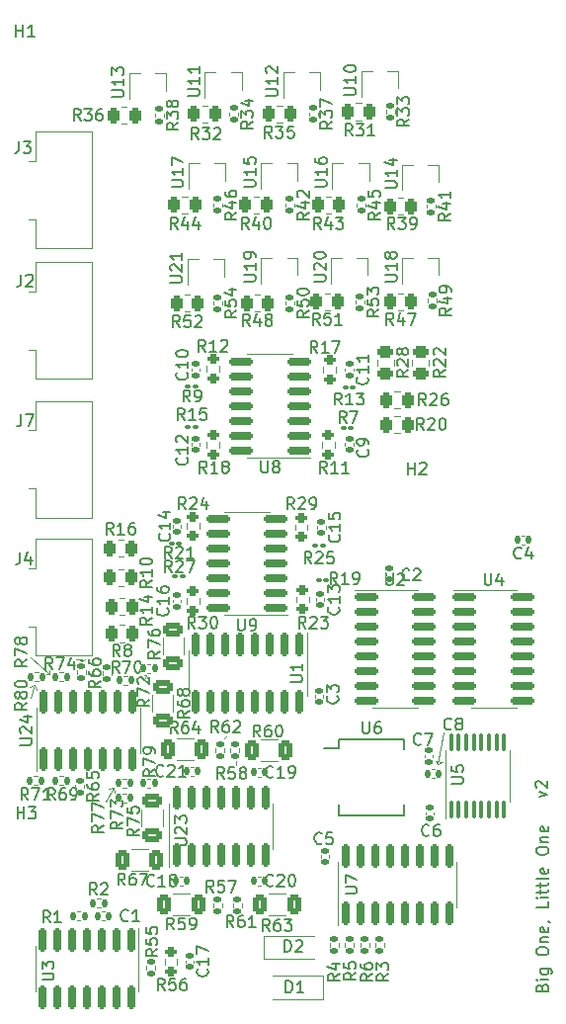
<source format=gto>
%TF.GenerationSoftware,KiCad,Pcbnew,6.0.2+dfsg-1~bpo11+1*%
%TF.CreationDate,2022-05-04T11:35:56-04:00*%
%TF.ProjectId,eurorack_to_3v3,6575726f-7261-4636-9b5f-746f5f337633,1*%
%TF.SameCoordinates,Original*%
%TF.FileFunction,Legend,Top*%
%TF.FilePolarity,Positive*%
%FSLAX46Y46*%
G04 Gerber Fmt 4.6, Leading zero omitted, Abs format (unit mm)*
G04 Created by KiCad (PCBNEW 6.0.2+dfsg-1~bpo11+1) date 2022-05-04 11:35:56*
%MOMM*%
%LPD*%
G01*
G04 APERTURE LIST*
G04 Aperture macros list*
%AMRoundRect*
0 Rectangle with rounded corners*
0 $1 Rounding radius*
0 $2 $3 $4 $5 $6 $7 $8 $9 X,Y pos of 4 corners*
0 Add a 4 corners polygon primitive as box body*
4,1,4,$2,$3,$4,$5,$6,$7,$8,$9,$2,$3,0*
0 Add four circle primitives for the rounded corners*
1,1,$1+$1,$2,$3*
1,1,$1+$1,$4,$5*
1,1,$1+$1,$6,$7*
1,1,$1+$1,$8,$9*
0 Add four rect primitives between the rounded corners*
20,1,$1+$1,$2,$3,$4,$5,0*
20,1,$1+$1,$4,$5,$6,$7,0*
20,1,$1+$1,$6,$7,$8,$9,0*
20,1,$1+$1,$8,$9,$2,$3,0*%
G04 Aperture macros list end*
%ADD10C,0.120000*%
%ADD11C,0.150000*%
%ADD12RoundRect,0.150000X0.825000X0.150000X-0.825000X0.150000X-0.825000X-0.150000X0.825000X-0.150000X0*%
%ADD13RoundRect,0.150000X-0.825000X-0.150000X0.825000X-0.150000X0.825000X0.150000X-0.825000X0.150000X0*%
%ADD14RoundRect,0.140000X-0.170000X0.140000X-0.170000X-0.140000X0.170000X-0.140000X0.170000X0.140000X0*%
%ADD15RoundRect,0.140000X-0.140000X-0.170000X0.140000X-0.170000X0.140000X0.170000X-0.140000X0.170000X0*%
%ADD16RoundRect,0.140000X0.140000X0.170000X-0.140000X0.170000X-0.140000X-0.170000X0.140000X-0.170000X0*%
%ADD17RoundRect,0.140000X0.170000X-0.140000X0.170000X0.140000X-0.170000X0.140000X-0.170000X-0.140000X0*%
%ADD18R,1.300000X1.700000*%
%ADD19R,1.524000X1.524000*%
%ADD20C,1.524000*%
%ADD21RoundRect,0.135000X-0.185000X0.135000X-0.185000X-0.135000X0.185000X-0.135000X0.185000X0.135000X0*%
%ADD22RoundRect,0.135000X0.185000X-0.135000X0.185000X0.135000X-0.185000X0.135000X-0.185000X-0.135000X0*%
%ADD23RoundRect,0.250000X-0.312500X-0.625000X0.312500X-0.625000X0.312500X0.625000X-0.312500X0.625000X0*%
%ADD24RoundRect,0.250000X-0.625000X0.312500X-0.625000X-0.312500X0.625000X-0.312500X0.625000X0.312500X0*%
%ADD25RoundRect,0.135000X-0.135000X-0.185000X0.135000X-0.185000X0.135000X0.185000X-0.135000X0.185000X0*%
%ADD26RoundRect,0.135000X0.135000X0.185000X-0.135000X0.185000X-0.135000X-0.185000X0.135000X-0.185000X0*%
%ADD27RoundRect,0.200000X-0.275000X0.200000X-0.275000X-0.200000X0.275000X-0.200000X0.275000X0.200000X0*%
%ADD28RoundRect,0.250000X0.312500X0.625000X-0.312500X0.625000X-0.312500X-0.625000X0.312500X-0.625000X0*%
%ADD29RoundRect,0.100000X0.130000X0.100000X-0.130000X0.100000X-0.130000X-0.100000X0.130000X-0.100000X0*%
%ADD30RoundRect,0.250000X0.262500X0.450000X-0.262500X0.450000X-0.262500X-0.450000X0.262500X-0.450000X0*%
%ADD31RoundRect,0.100000X-0.130000X-0.100000X0.130000X-0.100000X0.130000X0.100000X-0.130000X0.100000X0*%
%ADD32RoundRect,0.250000X-0.450000X0.262500X-0.450000X-0.262500X0.450000X-0.262500X0.450000X0.262500X0*%
%ADD33RoundRect,0.200000X0.275000X-0.200000X0.275000X0.200000X-0.275000X0.200000X-0.275000X-0.200000X0*%
%ADD34RoundRect,0.250000X-0.262500X-0.450000X0.262500X-0.450000X0.262500X0.450000X-0.262500X0.450000X0*%
%ADD35RoundRect,0.150000X0.150000X-0.825000X0.150000X0.825000X-0.150000X0.825000X-0.150000X-0.825000X0*%
%ADD36RoundRect,0.150000X-0.150000X0.825000X-0.150000X-0.825000X0.150000X-0.825000X0.150000X0.825000X0*%
%ADD37R,0.800000X0.900000*%
%ADD38RoundRect,0.100000X0.100000X-0.637500X0.100000X0.637500X-0.100000X0.637500X-0.100000X-0.637500X0*%
%ADD39R,1.200000X0.400000*%
%ADD40C,3.500000*%
%ADD41RoundRect,0.250000X0.600000X-0.600000X0.600000X0.600000X-0.600000X0.600000X-0.600000X-0.600000X0*%
%ADD42C,1.700000*%
%ADD43RoundRect,0.250000X-0.600000X0.600000X-0.600000X-0.600000X0.600000X-0.600000X0.600000X0.600000X0*%
G04 APERTURE END LIST*
D10*
X149100000Y-102600000D02*
X148700000Y-102800000D01*
X120500000Y-104900000D02*
X120900000Y-104800000D01*
X123500000Y-95200000D02*
X123700000Y-95200000D01*
X113700000Y-96200000D02*
X114100000Y-96000000D01*
X115400000Y-94700000D02*
X115400000Y-95100000D01*
X118000000Y-93900000D02*
X118200000Y-94000000D01*
X149200000Y-100100000D02*
X148700000Y-102800000D01*
X115400000Y-95100000D02*
X115400000Y-94700000D01*
X123700000Y-95200000D02*
X123500000Y-95200000D01*
X131400000Y-102900000D02*
X131400000Y-102500000D01*
X118200000Y-94000000D02*
X118400000Y-93800000D01*
X148700000Y-102800000D02*
X148500000Y-102500000D01*
X123500000Y-95600000D02*
X123700000Y-95200000D01*
X118200000Y-93800000D02*
X118200000Y-94000000D01*
X114100000Y-96000000D02*
X113700000Y-96200000D01*
X130600000Y-100300000D02*
X130400000Y-100600000D01*
X148500000Y-102500000D02*
X149100000Y-102600000D01*
X118200000Y-94000000D02*
X118000000Y-93900000D01*
X117700000Y-93800000D02*
X118200000Y-93800000D01*
X115400000Y-95100000D02*
X115100000Y-95100000D01*
X123700000Y-95200000D02*
X123800000Y-95400000D01*
X120200000Y-106000000D02*
X120900000Y-104800000D01*
X120900000Y-104800000D02*
X120500000Y-104900000D01*
X114100000Y-96000000D02*
X114300000Y-96400000D01*
X120900000Y-104800000D02*
X121000000Y-105200000D01*
X113800000Y-93600000D02*
X115400000Y-95100000D01*
X113800000Y-97100000D02*
X114100000Y-96000000D01*
D11*
X157385714Y-105614285D02*
X158052380Y-105376190D01*
X157385714Y-105138095D01*
X157147619Y-104804761D02*
X157100000Y-104757142D01*
X157052380Y-104661904D01*
X157052380Y-104423809D01*
X157100000Y-104328571D01*
X157147619Y-104280952D01*
X157242857Y-104233333D01*
X157338095Y-104233333D01*
X157480952Y-104280952D01*
X158052380Y-104852380D01*
X158052380Y-104233333D01*
X157628571Y-121914285D02*
X157676190Y-121771428D01*
X157723809Y-121723809D01*
X157819047Y-121676190D01*
X157961904Y-121676190D01*
X158057142Y-121723809D01*
X158104761Y-121771428D01*
X158152380Y-121866666D01*
X158152380Y-122247619D01*
X157152380Y-122247619D01*
X157152380Y-121914285D01*
X157200000Y-121819047D01*
X157247619Y-121771428D01*
X157342857Y-121723809D01*
X157438095Y-121723809D01*
X157533333Y-121771428D01*
X157580952Y-121819047D01*
X157628571Y-121914285D01*
X157628571Y-122247619D01*
X158152380Y-121247619D02*
X157485714Y-121247619D01*
X157152380Y-121247619D02*
X157200000Y-121295238D01*
X157247619Y-121247619D01*
X157200000Y-121200000D01*
X157152380Y-121247619D01*
X157247619Y-121247619D01*
X157485714Y-120342857D02*
X158295238Y-120342857D01*
X158390476Y-120390476D01*
X158438095Y-120438095D01*
X158485714Y-120533333D01*
X158485714Y-120676190D01*
X158438095Y-120771428D01*
X158104761Y-120342857D02*
X158152380Y-120438095D01*
X158152380Y-120628571D01*
X158104761Y-120723809D01*
X158057142Y-120771428D01*
X157961904Y-120819047D01*
X157676190Y-120819047D01*
X157580952Y-120771428D01*
X157533333Y-120723809D01*
X157485714Y-120628571D01*
X157485714Y-120438095D01*
X157533333Y-120342857D01*
X157152380Y-118914285D02*
X157152380Y-118723809D01*
X157200000Y-118628571D01*
X157295238Y-118533333D01*
X157485714Y-118485714D01*
X157819047Y-118485714D01*
X158009523Y-118533333D01*
X158104761Y-118628571D01*
X158152380Y-118723809D01*
X158152380Y-118914285D01*
X158104761Y-119009523D01*
X158009523Y-119104761D01*
X157819047Y-119152380D01*
X157485714Y-119152380D01*
X157295238Y-119104761D01*
X157200000Y-119009523D01*
X157152380Y-118914285D01*
X157485714Y-118057142D02*
X158152380Y-118057142D01*
X157580952Y-118057142D02*
X157533333Y-118009523D01*
X157485714Y-117914285D01*
X157485714Y-117771428D01*
X157533333Y-117676190D01*
X157628571Y-117628571D01*
X158152380Y-117628571D01*
X158104761Y-116771428D02*
X158152380Y-116866666D01*
X158152380Y-117057142D01*
X158104761Y-117152380D01*
X158009523Y-117200000D01*
X157628571Y-117200000D01*
X157533333Y-117152380D01*
X157485714Y-117057142D01*
X157485714Y-116866666D01*
X157533333Y-116771428D01*
X157628571Y-116723809D01*
X157723809Y-116723809D01*
X157819047Y-117200000D01*
X158104761Y-116247619D02*
X158152380Y-116247619D01*
X158247619Y-116295238D01*
X158295238Y-116342857D01*
X158152380Y-114580952D02*
X158152380Y-115057142D01*
X157152380Y-115057142D01*
X158152380Y-114247619D02*
X157485714Y-114247619D01*
X157152380Y-114247619D02*
X157200000Y-114295238D01*
X157247619Y-114247619D01*
X157200000Y-114200000D01*
X157152380Y-114247619D01*
X157247619Y-114247619D01*
X157485714Y-113914285D02*
X157485714Y-113533333D01*
X157152380Y-113771428D02*
X158009523Y-113771428D01*
X158104761Y-113723809D01*
X158152380Y-113628571D01*
X158152380Y-113533333D01*
X157485714Y-113342857D02*
X157485714Y-112961904D01*
X157152380Y-113200000D02*
X158009523Y-113200000D01*
X158104761Y-113152380D01*
X158152380Y-113057142D01*
X158152380Y-112961904D01*
X158152380Y-112485714D02*
X158104761Y-112580952D01*
X158009523Y-112628571D01*
X157152380Y-112628571D01*
X158104761Y-111723809D02*
X158152380Y-111819047D01*
X158152380Y-112009523D01*
X158104761Y-112104761D01*
X158009523Y-112152380D01*
X157628571Y-112152380D01*
X157533333Y-112104761D01*
X157485714Y-112009523D01*
X157485714Y-111819047D01*
X157533333Y-111723809D01*
X157628571Y-111676190D01*
X157723809Y-111676190D01*
X157819047Y-112152380D01*
X157152380Y-110295238D02*
X157152380Y-110104761D01*
X157200000Y-110009523D01*
X157295238Y-109914285D01*
X157485714Y-109866666D01*
X157819047Y-109866666D01*
X158009523Y-109914285D01*
X158104761Y-110009523D01*
X158152380Y-110104761D01*
X158152380Y-110295238D01*
X158104761Y-110390476D01*
X158009523Y-110485714D01*
X157819047Y-110533333D01*
X157485714Y-110533333D01*
X157295238Y-110485714D01*
X157200000Y-110390476D01*
X157152380Y-110295238D01*
X157485714Y-109438095D02*
X158152380Y-109438095D01*
X157580952Y-109438095D02*
X157533333Y-109390476D01*
X157485714Y-109295238D01*
X157485714Y-109152380D01*
X157533333Y-109057142D01*
X157628571Y-109009523D01*
X158152380Y-109009523D01*
X158104761Y-108152380D02*
X158152380Y-108247619D01*
X158152380Y-108438095D01*
X158104761Y-108533333D01*
X158009523Y-108580952D01*
X157628571Y-108580952D01*
X157533333Y-108533333D01*
X157485714Y-108438095D01*
X157485714Y-108247619D01*
X157533333Y-108152380D01*
X157628571Y-108104761D01*
X157723809Y-108104761D01*
X157819047Y-108580952D01*
%TO.C,U9*%
X131538095Y-90332380D02*
X131538095Y-91141904D01*
X131585714Y-91237142D01*
X131633333Y-91284761D01*
X131728571Y-91332380D01*
X131919047Y-91332380D01*
X132014285Y-91284761D01*
X132061904Y-91237142D01*
X132109523Y-91141904D01*
X132109523Y-90332380D01*
X132633333Y-91332380D02*
X132823809Y-91332380D01*
X132919047Y-91284761D01*
X132966666Y-91237142D01*
X133061904Y-91094285D01*
X133109523Y-90903809D01*
X133109523Y-90522857D01*
X133061904Y-90427619D01*
X133014285Y-90380000D01*
X132919047Y-90332380D01*
X132728571Y-90332380D01*
X132633333Y-90380000D01*
X132585714Y-90427619D01*
X132538095Y-90522857D01*
X132538095Y-90760952D01*
X132585714Y-90856190D01*
X132633333Y-90903809D01*
X132728571Y-90951428D01*
X132919047Y-90951428D01*
X133014285Y-90903809D01*
X133061904Y-90856190D01*
X133109523Y-90760952D01*
%TO.C,U8*%
X133538095Y-76832380D02*
X133538095Y-77641904D01*
X133585714Y-77737142D01*
X133633333Y-77784761D01*
X133728571Y-77832380D01*
X133919047Y-77832380D01*
X134014285Y-77784761D01*
X134061904Y-77737142D01*
X134109523Y-77641904D01*
X134109523Y-76832380D01*
X134728571Y-77260952D02*
X134633333Y-77213333D01*
X134585714Y-77165714D01*
X134538095Y-77070476D01*
X134538095Y-77022857D01*
X134585714Y-76927619D01*
X134633333Y-76880000D01*
X134728571Y-76832380D01*
X134919047Y-76832380D01*
X135014285Y-76880000D01*
X135061904Y-76927619D01*
X135109523Y-77022857D01*
X135109523Y-77070476D01*
X135061904Y-77165714D01*
X135014285Y-77213333D01*
X134919047Y-77260952D01*
X134728571Y-77260952D01*
X134633333Y-77308571D01*
X134585714Y-77356190D01*
X134538095Y-77451428D01*
X134538095Y-77641904D01*
X134585714Y-77737142D01*
X134633333Y-77784761D01*
X134728571Y-77832380D01*
X134919047Y-77832380D01*
X135014285Y-77784761D01*
X135061904Y-77737142D01*
X135109523Y-77641904D01*
X135109523Y-77451428D01*
X135061904Y-77356190D01*
X135014285Y-77308571D01*
X134919047Y-77260952D01*
%TO.C,U4*%
X152688095Y-86452380D02*
X152688095Y-87261904D01*
X152735714Y-87357142D01*
X152783333Y-87404761D01*
X152878571Y-87452380D01*
X153069047Y-87452380D01*
X153164285Y-87404761D01*
X153211904Y-87357142D01*
X153259523Y-87261904D01*
X153259523Y-86452380D01*
X154164285Y-86785714D02*
X154164285Y-87452380D01*
X153926190Y-86404761D02*
X153688095Y-87119047D01*
X154307142Y-87119047D01*
%TO.C,U2*%
X144238095Y-86452380D02*
X144238095Y-87261904D01*
X144285714Y-87357142D01*
X144333333Y-87404761D01*
X144428571Y-87452380D01*
X144619047Y-87452380D01*
X144714285Y-87404761D01*
X144761904Y-87357142D01*
X144809523Y-87261904D01*
X144809523Y-86452380D01*
X145238095Y-86547619D02*
X145285714Y-86500000D01*
X145380952Y-86452380D01*
X145619047Y-86452380D01*
X145714285Y-86500000D01*
X145761904Y-86547619D01*
X145809523Y-86642857D01*
X145809523Y-86738095D01*
X145761904Y-86880952D01*
X145190476Y-87452380D01*
X145809523Y-87452380D01*
%TO.C,C17*%
X128917142Y-120342857D02*
X128964761Y-120390476D01*
X129012380Y-120533333D01*
X129012380Y-120628571D01*
X128964761Y-120771428D01*
X128869523Y-120866666D01*
X128774285Y-120914285D01*
X128583809Y-120961904D01*
X128440952Y-120961904D01*
X128250476Y-120914285D01*
X128155238Y-120866666D01*
X128060000Y-120771428D01*
X128012380Y-120628571D01*
X128012380Y-120533333D01*
X128060000Y-120390476D01*
X128107619Y-120342857D01*
X129012380Y-119390476D02*
X129012380Y-119961904D01*
X129012380Y-119676190D02*
X128012380Y-119676190D01*
X128155238Y-119771428D01*
X128250476Y-119866666D01*
X128298095Y-119961904D01*
X128012380Y-119057142D02*
X128012380Y-118390476D01*
X129012380Y-118819047D01*
%TO.C,C18*%
X124357142Y-113157142D02*
X124309523Y-113204761D01*
X124166666Y-113252380D01*
X124071428Y-113252380D01*
X123928571Y-113204761D01*
X123833333Y-113109523D01*
X123785714Y-113014285D01*
X123738095Y-112823809D01*
X123738095Y-112680952D01*
X123785714Y-112490476D01*
X123833333Y-112395238D01*
X123928571Y-112300000D01*
X124071428Y-112252380D01*
X124166666Y-112252380D01*
X124309523Y-112300000D01*
X124357142Y-112347619D01*
X125309523Y-113252380D02*
X124738095Y-113252380D01*
X125023809Y-113252380D02*
X125023809Y-112252380D01*
X124928571Y-112395238D01*
X124833333Y-112490476D01*
X124738095Y-112538095D01*
X125880952Y-112680952D02*
X125785714Y-112633333D01*
X125738095Y-112585714D01*
X125690476Y-112490476D01*
X125690476Y-112442857D01*
X125738095Y-112347619D01*
X125785714Y-112300000D01*
X125880952Y-112252380D01*
X126071428Y-112252380D01*
X126166666Y-112300000D01*
X126214285Y-112347619D01*
X126261904Y-112442857D01*
X126261904Y-112490476D01*
X126214285Y-112585714D01*
X126166666Y-112633333D01*
X126071428Y-112680952D01*
X125880952Y-112680952D01*
X125785714Y-112728571D01*
X125738095Y-112776190D01*
X125690476Y-112871428D01*
X125690476Y-113061904D01*
X125738095Y-113157142D01*
X125785714Y-113204761D01*
X125880952Y-113252380D01*
X126071428Y-113252380D01*
X126166666Y-113204761D01*
X126214285Y-113157142D01*
X126261904Y-113061904D01*
X126261904Y-112871428D01*
X126214285Y-112776190D01*
X126166666Y-112728571D01*
X126071428Y-112680952D01*
%TO.C,C19*%
X134557142Y-103857142D02*
X134509523Y-103904761D01*
X134366666Y-103952380D01*
X134271428Y-103952380D01*
X134128571Y-103904761D01*
X134033333Y-103809523D01*
X133985714Y-103714285D01*
X133938095Y-103523809D01*
X133938095Y-103380952D01*
X133985714Y-103190476D01*
X134033333Y-103095238D01*
X134128571Y-103000000D01*
X134271428Y-102952380D01*
X134366666Y-102952380D01*
X134509523Y-103000000D01*
X134557142Y-103047619D01*
X135509523Y-103952380D02*
X134938095Y-103952380D01*
X135223809Y-103952380D02*
X135223809Y-102952380D01*
X135128571Y-103095238D01*
X135033333Y-103190476D01*
X134938095Y-103238095D01*
X135985714Y-103952380D02*
X136176190Y-103952380D01*
X136271428Y-103904761D01*
X136319047Y-103857142D01*
X136414285Y-103714285D01*
X136461904Y-103523809D01*
X136461904Y-103142857D01*
X136414285Y-103047619D01*
X136366666Y-103000000D01*
X136271428Y-102952380D01*
X136080952Y-102952380D01*
X135985714Y-103000000D01*
X135938095Y-103047619D01*
X135890476Y-103142857D01*
X135890476Y-103380952D01*
X135938095Y-103476190D01*
X135985714Y-103523809D01*
X136080952Y-103571428D01*
X136271428Y-103571428D01*
X136366666Y-103523809D01*
X136414285Y-103476190D01*
X136461904Y-103380952D01*
%TO.C,C20*%
X134557142Y-113157142D02*
X134509523Y-113204761D01*
X134366666Y-113252380D01*
X134271428Y-113252380D01*
X134128571Y-113204761D01*
X134033333Y-113109523D01*
X133985714Y-113014285D01*
X133938095Y-112823809D01*
X133938095Y-112680952D01*
X133985714Y-112490476D01*
X134033333Y-112395238D01*
X134128571Y-112300000D01*
X134271428Y-112252380D01*
X134366666Y-112252380D01*
X134509523Y-112300000D01*
X134557142Y-112347619D01*
X134938095Y-112347619D02*
X134985714Y-112300000D01*
X135080952Y-112252380D01*
X135319047Y-112252380D01*
X135414285Y-112300000D01*
X135461904Y-112347619D01*
X135509523Y-112442857D01*
X135509523Y-112538095D01*
X135461904Y-112680952D01*
X134890476Y-113252380D01*
X135509523Y-113252380D01*
X136128571Y-112252380D02*
X136223809Y-112252380D01*
X136319047Y-112300000D01*
X136366666Y-112347619D01*
X136414285Y-112442857D01*
X136461904Y-112633333D01*
X136461904Y-112871428D01*
X136414285Y-113061904D01*
X136366666Y-113157142D01*
X136319047Y-113204761D01*
X136223809Y-113252380D01*
X136128571Y-113252380D01*
X136033333Y-113204761D01*
X135985714Y-113157142D01*
X135938095Y-113061904D01*
X135890476Y-112871428D01*
X135890476Y-112633333D01*
X135938095Y-112442857D01*
X135985714Y-112347619D01*
X136033333Y-112300000D01*
X136128571Y-112252380D01*
%TO.C,C21*%
X125157142Y-103757142D02*
X125109523Y-103804761D01*
X124966666Y-103852380D01*
X124871428Y-103852380D01*
X124728571Y-103804761D01*
X124633333Y-103709523D01*
X124585714Y-103614285D01*
X124538095Y-103423809D01*
X124538095Y-103280952D01*
X124585714Y-103090476D01*
X124633333Y-102995238D01*
X124728571Y-102900000D01*
X124871428Y-102852380D01*
X124966666Y-102852380D01*
X125109523Y-102900000D01*
X125157142Y-102947619D01*
X125538095Y-102947619D02*
X125585714Y-102900000D01*
X125680952Y-102852380D01*
X125919047Y-102852380D01*
X126014285Y-102900000D01*
X126061904Y-102947619D01*
X126109523Y-103042857D01*
X126109523Y-103138095D01*
X126061904Y-103280952D01*
X125490476Y-103852380D01*
X126109523Y-103852380D01*
X127061904Y-103852380D02*
X126490476Y-103852380D01*
X126776190Y-103852380D02*
X126776190Y-102852380D01*
X126680952Y-102995238D01*
X126585714Y-103090476D01*
X126490476Y-103138095D01*
%TO.C,C13*%
X140157142Y-89342857D02*
X140204761Y-89390476D01*
X140252380Y-89533333D01*
X140252380Y-89628571D01*
X140204761Y-89771428D01*
X140109523Y-89866666D01*
X140014285Y-89914285D01*
X139823809Y-89961904D01*
X139680952Y-89961904D01*
X139490476Y-89914285D01*
X139395238Y-89866666D01*
X139300000Y-89771428D01*
X139252380Y-89628571D01*
X139252380Y-89533333D01*
X139300000Y-89390476D01*
X139347619Y-89342857D01*
X140252380Y-88390476D02*
X140252380Y-88961904D01*
X140252380Y-88676190D02*
X139252380Y-88676190D01*
X139395238Y-88771428D01*
X139490476Y-88866666D01*
X139538095Y-88961904D01*
X139252380Y-88057142D02*
X139252380Y-87438095D01*
X139633333Y-87771428D01*
X139633333Y-87628571D01*
X139680952Y-87533333D01*
X139728571Y-87485714D01*
X139823809Y-87438095D01*
X140061904Y-87438095D01*
X140157142Y-87485714D01*
X140204761Y-87533333D01*
X140252380Y-87628571D01*
X140252380Y-87914285D01*
X140204761Y-88009523D01*
X140157142Y-88057142D01*
%TO.C,C14*%
X125657142Y-83042857D02*
X125704761Y-83090476D01*
X125752380Y-83233333D01*
X125752380Y-83328571D01*
X125704761Y-83471428D01*
X125609523Y-83566666D01*
X125514285Y-83614285D01*
X125323809Y-83661904D01*
X125180952Y-83661904D01*
X124990476Y-83614285D01*
X124895238Y-83566666D01*
X124800000Y-83471428D01*
X124752380Y-83328571D01*
X124752380Y-83233333D01*
X124800000Y-83090476D01*
X124847619Y-83042857D01*
X125752380Y-82090476D02*
X125752380Y-82661904D01*
X125752380Y-82376190D02*
X124752380Y-82376190D01*
X124895238Y-82471428D01*
X124990476Y-82566666D01*
X125038095Y-82661904D01*
X125085714Y-81233333D02*
X125752380Y-81233333D01*
X124704761Y-81471428D02*
X125419047Y-81709523D01*
X125419047Y-81090476D01*
%TO.C,C15*%
X140217142Y-83142857D02*
X140264761Y-83190476D01*
X140312380Y-83333333D01*
X140312380Y-83428571D01*
X140264761Y-83571428D01*
X140169523Y-83666666D01*
X140074285Y-83714285D01*
X139883809Y-83761904D01*
X139740952Y-83761904D01*
X139550476Y-83714285D01*
X139455238Y-83666666D01*
X139360000Y-83571428D01*
X139312380Y-83428571D01*
X139312380Y-83333333D01*
X139360000Y-83190476D01*
X139407619Y-83142857D01*
X140312380Y-82190476D02*
X140312380Y-82761904D01*
X140312380Y-82476190D02*
X139312380Y-82476190D01*
X139455238Y-82571428D01*
X139550476Y-82666666D01*
X139598095Y-82761904D01*
X139312380Y-81285714D02*
X139312380Y-81761904D01*
X139788571Y-81809523D01*
X139740952Y-81761904D01*
X139693333Y-81666666D01*
X139693333Y-81428571D01*
X139740952Y-81333333D01*
X139788571Y-81285714D01*
X139883809Y-81238095D01*
X140121904Y-81238095D01*
X140217142Y-81285714D01*
X140264761Y-81333333D01*
X140312380Y-81428571D01*
X140312380Y-81666666D01*
X140264761Y-81761904D01*
X140217142Y-81809523D01*
%TO.C,C16*%
X125497142Y-89442857D02*
X125544761Y-89490476D01*
X125592380Y-89633333D01*
X125592380Y-89728571D01*
X125544761Y-89871428D01*
X125449523Y-89966666D01*
X125354285Y-90014285D01*
X125163809Y-90061904D01*
X125020952Y-90061904D01*
X124830476Y-90014285D01*
X124735238Y-89966666D01*
X124640000Y-89871428D01*
X124592380Y-89728571D01*
X124592380Y-89633333D01*
X124640000Y-89490476D01*
X124687619Y-89442857D01*
X125592380Y-88490476D02*
X125592380Y-89061904D01*
X125592380Y-88776190D02*
X124592380Y-88776190D01*
X124735238Y-88871428D01*
X124830476Y-88966666D01*
X124878095Y-89061904D01*
X124592380Y-87633333D02*
X124592380Y-87823809D01*
X124640000Y-87919047D01*
X124687619Y-87966666D01*
X124830476Y-88061904D01*
X125020952Y-88109523D01*
X125401904Y-88109523D01*
X125497142Y-88061904D01*
X125544761Y-88014285D01*
X125592380Y-87919047D01*
X125592380Y-87728571D01*
X125544761Y-87633333D01*
X125497142Y-87585714D01*
X125401904Y-87538095D01*
X125163809Y-87538095D01*
X125068571Y-87585714D01*
X125020952Y-87633333D01*
X124973333Y-87728571D01*
X124973333Y-87919047D01*
X125020952Y-88014285D01*
X125068571Y-88061904D01*
X125163809Y-88109523D01*
%TO.C,C9*%
X142657142Y-75866666D02*
X142704761Y-75914285D01*
X142752380Y-76057142D01*
X142752380Y-76152380D01*
X142704761Y-76295238D01*
X142609523Y-76390476D01*
X142514285Y-76438095D01*
X142323809Y-76485714D01*
X142180952Y-76485714D01*
X141990476Y-76438095D01*
X141895238Y-76390476D01*
X141800000Y-76295238D01*
X141752380Y-76152380D01*
X141752380Y-76057142D01*
X141800000Y-75914285D01*
X141847619Y-75866666D01*
X142752380Y-75390476D02*
X142752380Y-75200000D01*
X142704761Y-75104761D01*
X142657142Y-75057142D01*
X142514285Y-74961904D01*
X142323809Y-74914285D01*
X141942857Y-74914285D01*
X141847619Y-74961904D01*
X141800000Y-75009523D01*
X141752380Y-75104761D01*
X141752380Y-75295238D01*
X141800000Y-75390476D01*
X141847619Y-75438095D01*
X141942857Y-75485714D01*
X142180952Y-75485714D01*
X142276190Y-75438095D01*
X142323809Y-75390476D01*
X142371428Y-75295238D01*
X142371428Y-75104761D01*
X142323809Y-75009523D01*
X142276190Y-74961904D01*
X142180952Y-74914285D01*
%TO.C,C10*%
X127157142Y-69242857D02*
X127204761Y-69290476D01*
X127252380Y-69433333D01*
X127252380Y-69528571D01*
X127204761Y-69671428D01*
X127109523Y-69766666D01*
X127014285Y-69814285D01*
X126823809Y-69861904D01*
X126680952Y-69861904D01*
X126490476Y-69814285D01*
X126395238Y-69766666D01*
X126300000Y-69671428D01*
X126252380Y-69528571D01*
X126252380Y-69433333D01*
X126300000Y-69290476D01*
X126347619Y-69242857D01*
X127252380Y-68290476D02*
X127252380Y-68861904D01*
X127252380Y-68576190D02*
X126252380Y-68576190D01*
X126395238Y-68671428D01*
X126490476Y-68766666D01*
X126538095Y-68861904D01*
X126252380Y-67671428D02*
X126252380Y-67576190D01*
X126300000Y-67480952D01*
X126347619Y-67433333D01*
X126442857Y-67385714D01*
X126633333Y-67338095D01*
X126871428Y-67338095D01*
X127061904Y-67385714D01*
X127157142Y-67433333D01*
X127204761Y-67480952D01*
X127252380Y-67576190D01*
X127252380Y-67671428D01*
X127204761Y-67766666D01*
X127157142Y-67814285D01*
X127061904Y-67861904D01*
X126871428Y-67909523D01*
X126633333Y-67909523D01*
X126442857Y-67861904D01*
X126347619Y-67814285D01*
X126300000Y-67766666D01*
X126252380Y-67671428D01*
%TO.C,C11*%
X142617142Y-69642857D02*
X142664761Y-69690476D01*
X142712380Y-69833333D01*
X142712380Y-69928571D01*
X142664761Y-70071428D01*
X142569523Y-70166666D01*
X142474285Y-70214285D01*
X142283809Y-70261904D01*
X142140952Y-70261904D01*
X141950476Y-70214285D01*
X141855238Y-70166666D01*
X141760000Y-70071428D01*
X141712380Y-69928571D01*
X141712380Y-69833333D01*
X141760000Y-69690476D01*
X141807619Y-69642857D01*
X142712380Y-68690476D02*
X142712380Y-69261904D01*
X142712380Y-68976190D02*
X141712380Y-68976190D01*
X141855238Y-69071428D01*
X141950476Y-69166666D01*
X141998095Y-69261904D01*
X142712380Y-67738095D02*
X142712380Y-68309523D01*
X142712380Y-68023809D02*
X141712380Y-68023809D01*
X141855238Y-68119047D01*
X141950476Y-68214285D01*
X141998095Y-68309523D01*
%TO.C,C12*%
X127157142Y-76542857D02*
X127204761Y-76590476D01*
X127252380Y-76733333D01*
X127252380Y-76828571D01*
X127204761Y-76971428D01*
X127109523Y-77066666D01*
X127014285Y-77114285D01*
X126823809Y-77161904D01*
X126680952Y-77161904D01*
X126490476Y-77114285D01*
X126395238Y-77066666D01*
X126300000Y-76971428D01*
X126252380Y-76828571D01*
X126252380Y-76733333D01*
X126300000Y-76590476D01*
X126347619Y-76542857D01*
X127252380Y-75590476D02*
X127252380Y-76161904D01*
X127252380Y-75876190D02*
X126252380Y-75876190D01*
X126395238Y-75971428D01*
X126490476Y-76066666D01*
X126538095Y-76161904D01*
X126347619Y-75209523D02*
X126300000Y-75161904D01*
X126252380Y-75066666D01*
X126252380Y-74828571D01*
X126300000Y-74733333D01*
X126347619Y-74685714D01*
X126442857Y-74638095D01*
X126538095Y-74638095D01*
X126680952Y-74685714D01*
X127252380Y-75257142D01*
X127252380Y-74638095D01*
%TO.C,C1*%
X122133333Y-116157142D02*
X122085714Y-116204761D01*
X121942857Y-116252380D01*
X121847619Y-116252380D01*
X121704761Y-116204761D01*
X121609523Y-116109523D01*
X121561904Y-116014285D01*
X121514285Y-115823809D01*
X121514285Y-115680952D01*
X121561904Y-115490476D01*
X121609523Y-115395238D01*
X121704761Y-115300000D01*
X121847619Y-115252380D01*
X121942857Y-115252380D01*
X122085714Y-115300000D01*
X122133333Y-115347619D01*
X123085714Y-116252380D02*
X122514285Y-116252380D01*
X122800000Y-116252380D02*
X122800000Y-115252380D01*
X122704761Y-115395238D01*
X122609523Y-115490476D01*
X122514285Y-115538095D01*
%TO.C,C2*%
X146233333Y-86957142D02*
X146185714Y-87004761D01*
X146042857Y-87052380D01*
X145947619Y-87052380D01*
X145804761Y-87004761D01*
X145709523Y-86909523D01*
X145661904Y-86814285D01*
X145614285Y-86623809D01*
X145614285Y-86480952D01*
X145661904Y-86290476D01*
X145709523Y-86195238D01*
X145804761Y-86100000D01*
X145947619Y-86052380D01*
X146042857Y-86052380D01*
X146185714Y-86100000D01*
X146233333Y-86147619D01*
X146614285Y-86147619D02*
X146661904Y-86100000D01*
X146757142Y-86052380D01*
X146995238Y-86052380D01*
X147090476Y-86100000D01*
X147138095Y-86147619D01*
X147185714Y-86242857D01*
X147185714Y-86338095D01*
X147138095Y-86480952D01*
X146566666Y-87052380D01*
X147185714Y-87052380D01*
%TO.C,C3*%
X140057142Y-96966666D02*
X140104761Y-97014285D01*
X140152380Y-97157142D01*
X140152380Y-97252380D01*
X140104761Y-97395238D01*
X140009523Y-97490476D01*
X139914285Y-97538095D01*
X139723809Y-97585714D01*
X139580952Y-97585714D01*
X139390476Y-97538095D01*
X139295238Y-97490476D01*
X139200000Y-97395238D01*
X139152380Y-97252380D01*
X139152380Y-97157142D01*
X139200000Y-97014285D01*
X139247619Y-96966666D01*
X139152380Y-96633333D02*
X139152380Y-96014285D01*
X139533333Y-96347619D01*
X139533333Y-96204761D01*
X139580952Y-96109523D01*
X139628571Y-96061904D01*
X139723809Y-96014285D01*
X139961904Y-96014285D01*
X140057142Y-96061904D01*
X140104761Y-96109523D01*
X140152380Y-96204761D01*
X140152380Y-96490476D01*
X140104761Y-96585714D01*
X140057142Y-96633333D01*
%TO.C,C4*%
X155833333Y-85117142D02*
X155785714Y-85164761D01*
X155642857Y-85212380D01*
X155547619Y-85212380D01*
X155404761Y-85164761D01*
X155309523Y-85069523D01*
X155261904Y-84974285D01*
X155214285Y-84783809D01*
X155214285Y-84640952D01*
X155261904Y-84450476D01*
X155309523Y-84355238D01*
X155404761Y-84260000D01*
X155547619Y-84212380D01*
X155642857Y-84212380D01*
X155785714Y-84260000D01*
X155833333Y-84307619D01*
X156690476Y-84545714D02*
X156690476Y-85212380D01*
X156452380Y-84164761D02*
X156214285Y-84879047D01*
X156833333Y-84879047D01*
%TO.C,C5*%
X138733333Y-109557142D02*
X138685714Y-109604761D01*
X138542857Y-109652380D01*
X138447619Y-109652380D01*
X138304761Y-109604761D01*
X138209523Y-109509523D01*
X138161904Y-109414285D01*
X138114285Y-109223809D01*
X138114285Y-109080952D01*
X138161904Y-108890476D01*
X138209523Y-108795238D01*
X138304761Y-108700000D01*
X138447619Y-108652380D01*
X138542857Y-108652380D01*
X138685714Y-108700000D01*
X138733333Y-108747619D01*
X139638095Y-108652380D02*
X139161904Y-108652380D01*
X139114285Y-109128571D01*
X139161904Y-109080952D01*
X139257142Y-109033333D01*
X139495238Y-109033333D01*
X139590476Y-109080952D01*
X139638095Y-109128571D01*
X139685714Y-109223809D01*
X139685714Y-109461904D01*
X139638095Y-109557142D01*
X139590476Y-109604761D01*
X139495238Y-109652380D01*
X139257142Y-109652380D01*
X139161904Y-109604761D01*
X139114285Y-109557142D01*
%TO.C,C6*%
X147933333Y-108857142D02*
X147885714Y-108904761D01*
X147742857Y-108952380D01*
X147647619Y-108952380D01*
X147504761Y-108904761D01*
X147409523Y-108809523D01*
X147361904Y-108714285D01*
X147314285Y-108523809D01*
X147314285Y-108380952D01*
X147361904Y-108190476D01*
X147409523Y-108095238D01*
X147504761Y-108000000D01*
X147647619Y-107952380D01*
X147742857Y-107952380D01*
X147885714Y-108000000D01*
X147933333Y-108047619D01*
X148790476Y-107952380D02*
X148600000Y-107952380D01*
X148504761Y-108000000D01*
X148457142Y-108047619D01*
X148361904Y-108190476D01*
X148314285Y-108380952D01*
X148314285Y-108761904D01*
X148361904Y-108857142D01*
X148409523Y-108904761D01*
X148504761Y-108952380D01*
X148695238Y-108952380D01*
X148790476Y-108904761D01*
X148838095Y-108857142D01*
X148885714Y-108761904D01*
X148885714Y-108523809D01*
X148838095Y-108428571D01*
X148790476Y-108380952D01*
X148695238Y-108333333D01*
X148504761Y-108333333D01*
X148409523Y-108380952D01*
X148361904Y-108428571D01*
X148314285Y-108523809D01*
%TO.C,C7*%
X147233333Y-101057142D02*
X147185714Y-101104761D01*
X147042857Y-101152380D01*
X146947619Y-101152380D01*
X146804761Y-101104761D01*
X146709523Y-101009523D01*
X146661904Y-100914285D01*
X146614285Y-100723809D01*
X146614285Y-100580952D01*
X146661904Y-100390476D01*
X146709523Y-100295238D01*
X146804761Y-100200000D01*
X146947619Y-100152380D01*
X147042857Y-100152380D01*
X147185714Y-100200000D01*
X147233333Y-100247619D01*
X147566666Y-100152380D02*
X148233333Y-100152380D01*
X147804761Y-101152380D01*
%TO.C,C8*%
X149833333Y-99757142D02*
X149785714Y-99804761D01*
X149642857Y-99852380D01*
X149547619Y-99852380D01*
X149404761Y-99804761D01*
X149309523Y-99709523D01*
X149261904Y-99614285D01*
X149214285Y-99423809D01*
X149214285Y-99280952D01*
X149261904Y-99090476D01*
X149309523Y-98995238D01*
X149404761Y-98900000D01*
X149547619Y-98852380D01*
X149642857Y-98852380D01*
X149785714Y-98900000D01*
X149833333Y-98947619D01*
X150404761Y-99280952D02*
X150309523Y-99233333D01*
X150261904Y-99185714D01*
X150214285Y-99090476D01*
X150214285Y-99042857D01*
X150261904Y-98947619D01*
X150309523Y-98900000D01*
X150404761Y-98852380D01*
X150595238Y-98852380D01*
X150690476Y-98900000D01*
X150738095Y-98947619D01*
X150785714Y-99042857D01*
X150785714Y-99090476D01*
X150738095Y-99185714D01*
X150690476Y-99233333D01*
X150595238Y-99280952D01*
X150404761Y-99280952D01*
X150309523Y-99328571D01*
X150261904Y-99376190D01*
X150214285Y-99471428D01*
X150214285Y-99661904D01*
X150261904Y-99757142D01*
X150309523Y-99804761D01*
X150404761Y-99852380D01*
X150595238Y-99852380D01*
X150690476Y-99804761D01*
X150738095Y-99757142D01*
X150785714Y-99661904D01*
X150785714Y-99471428D01*
X150738095Y-99376190D01*
X150690476Y-99328571D01*
X150595238Y-99280952D01*
%TO.C,D1*%
X135661904Y-122352380D02*
X135661904Y-121352380D01*
X135900000Y-121352380D01*
X136042857Y-121400000D01*
X136138095Y-121495238D01*
X136185714Y-121590476D01*
X136233333Y-121780952D01*
X136233333Y-121923809D01*
X136185714Y-122114285D01*
X136138095Y-122209523D01*
X136042857Y-122304761D01*
X135900000Y-122352380D01*
X135661904Y-122352380D01*
X137185714Y-122352380D02*
X136614285Y-122352380D01*
X136900000Y-122352380D02*
X136900000Y-121352380D01*
X136804761Y-121495238D01*
X136709523Y-121590476D01*
X136614285Y-121638095D01*
%TO.C,D2*%
X135561904Y-118852380D02*
X135561904Y-117852380D01*
X135800000Y-117852380D01*
X135942857Y-117900000D01*
X136038095Y-117995238D01*
X136085714Y-118090476D01*
X136133333Y-118280952D01*
X136133333Y-118423809D01*
X136085714Y-118614285D01*
X136038095Y-118709523D01*
X135942857Y-118804761D01*
X135800000Y-118852380D01*
X135561904Y-118852380D01*
X136514285Y-117947619D02*
X136561904Y-117900000D01*
X136657142Y-117852380D01*
X136895238Y-117852380D01*
X136990476Y-117900000D01*
X137038095Y-117947619D01*
X137085714Y-118042857D01*
X137085714Y-118138095D01*
X137038095Y-118280952D01*
X136466666Y-118852380D01*
X137085714Y-118852380D01*
%TO.C,J2*%
X112966666Y-60852380D02*
X112966666Y-61566666D01*
X112919047Y-61709523D01*
X112823809Y-61804761D01*
X112680952Y-61852380D01*
X112585714Y-61852380D01*
X113395238Y-60947619D02*
X113442857Y-60900000D01*
X113538095Y-60852380D01*
X113776190Y-60852380D01*
X113871428Y-60900000D01*
X113919047Y-60947619D01*
X113966666Y-61042857D01*
X113966666Y-61138095D01*
X113919047Y-61280952D01*
X113347619Y-61852380D01*
X113966666Y-61852380D01*
%TO.C,J3*%
X112766666Y-49452380D02*
X112766666Y-50166666D01*
X112719047Y-50309523D01*
X112623809Y-50404761D01*
X112480952Y-50452380D01*
X112385714Y-50452380D01*
X113147619Y-49452380D02*
X113766666Y-49452380D01*
X113433333Y-49833333D01*
X113576190Y-49833333D01*
X113671428Y-49880952D01*
X113719047Y-49928571D01*
X113766666Y-50023809D01*
X113766666Y-50261904D01*
X113719047Y-50357142D01*
X113671428Y-50404761D01*
X113576190Y-50452380D01*
X113290476Y-50452380D01*
X113195238Y-50404761D01*
X113147619Y-50357142D01*
%TO.C,J4*%
X112866666Y-84652380D02*
X112866666Y-85366666D01*
X112819047Y-85509523D01*
X112723809Y-85604761D01*
X112580952Y-85652380D01*
X112485714Y-85652380D01*
X113771428Y-84985714D02*
X113771428Y-85652380D01*
X113533333Y-84604761D02*
X113295238Y-85319047D01*
X113914285Y-85319047D01*
%TO.C,J7*%
X112966666Y-72852380D02*
X112966666Y-73566666D01*
X112919047Y-73709523D01*
X112823809Y-73804761D01*
X112680952Y-73852380D01*
X112585714Y-73852380D01*
X113347619Y-72852380D02*
X114014285Y-72852380D01*
X113585714Y-73852380D01*
%TO.C,R65*%
X119622380Y-105342857D02*
X119146190Y-105676190D01*
X119622380Y-105914285D02*
X118622380Y-105914285D01*
X118622380Y-105533333D01*
X118670000Y-105438095D01*
X118717619Y-105390476D01*
X118812857Y-105342857D01*
X118955714Y-105342857D01*
X119050952Y-105390476D01*
X119098571Y-105438095D01*
X119146190Y-105533333D01*
X119146190Y-105914285D01*
X118622380Y-104485714D02*
X118622380Y-104676190D01*
X118670000Y-104771428D01*
X118717619Y-104819047D01*
X118860476Y-104914285D01*
X119050952Y-104961904D01*
X119431904Y-104961904D01*
X119527142Y-104914285D01*
X119574761Y-104866666D01*
X119622380Y-104771428D01*
X119622380Y-104580952D01*
X119574761Y-104485714D01*
X119527142Y-104438095D01*
X119431904Y-104390476D01*
X119193809Y-104390476D01*
X119098571Y-104438095D01*
X119050952Y-104485714D01*
X119003333Y-104580952D01*
X119003333Y-104771428D01*
X119050952Y-104866666D01*
X119098571Y-104914285D01*
X119193809Y-104961904D01*
X118622380Y-103485714D02*
X118622380Y-103961904D01*
X119098571Y-104009523D01*
X119050952Y-103961904D01*
X119003333Y-103866666D01*
X119003333Y-103628571D01*
X119050952Y-103533333D01*
X119098571Y-103485714D01*
X119193809Y-103438095D01*
X119431904Y-103438095D01*
X119527142Y-103485714D01*
X119574761Y-103533333D01*
X119622380Y-103628571D01*
X119622380Y-103866666D01*
X119574761Y-103961904D01*
X119527142Y-104009523D01*
%TO.C,R66*%
X119752380Y-95642857D02*
X119276190Y-95976190D01*
X119752380Y-96214285D02*
X118752380Y-96214285D01*
X118752380Y-95833333D01*
X118800000Y-95738095D01*
X118847619Y-95690476D01*
X118942857Y-95642857D01*
X119085714Y-95642857D01*
X119180952Y-95690476D01*
X119228571Y-95738095D01*
X119276190Y-95833333D01*
X119276190Y-96214285D01*
X118752380Y-94785714D02*
X118752380Y-94976190D01*
X118800000Y-95071428D01*
X118847619Y-95119047D01*
X118990476Y-95214285D01*
X119180952Y-95261904D01*
X119561904Y-95261904D01*
X119657142Y-95214285D01*
X119704761Y-95166666D01*
X119752380Y-95071428D01*
X119752380Y-94880952D01*
X119704761Y-94785714D01*
X119657142Y-94738095D01*
X119561904Y-94690476D01*
X119323809Y-94690476D01*
X119228571Y-94738095D01*
X119180952Y-94785714D01*
X119133333Y-94880952D01*
X119133333Y-95071428D01*
X119180952Y-95166666D01*
X119228571Y-95214285D01*
X119323809Y-95261904D01*
X118752380Y-93833333D02*
X118752380Y-94023809D01*
X118800000Y-94119047D01*
X118847619Y-94166666D01*
X118990476Y-94261904D01*
X119180952Y-94309523D01*
X119561904Y-94309523D01*
X119657142Y-94261904D01*
X119704761Y-94214285D01*
X119752380Y-94119047D01*
X119752380Y-93928571D01*
X119704761Y-93833333D01*
X119657142Y-93785714D01*
X119561904Y-93738095D01*
X119323809Y-93738095D01*
X119228571Y-93785714D01*
X119180952Y-93833333D01*
X119133333Y-93928571D01*
X119133333Y-94119047D01*
X119180952Y-94214285D01*
X119228571Y-94261904D01*
X119323809Y-94309523D01*
%TO.C,R67*%
X121857142Y-113152380D02*
X121523809Y-112676190D01*
X121285714Y-113152380D02*
X121285714Y-112152380D01*
X121666666Y-112152380D01*
X121761904Y-112200000D01*
X121809523Y-112247619D01*
X121857142Y-112342857D01*
X121857142Y-112485714D01*
X121809523Y-112580952D01*
X121761904Y-112628571D01*
X121666666Y-112676190D01*
X121285714Y-112676190D01*
X122714285Y-112152380D02*
X122523809Y-112152380D01*
X122428571Y-112200000D01*
X122380952Y-112247619D01*
X122285714Y-112390476D01*
X122238095Y-112580952D01*
X122238095Y-112961904D01*
X122285714Y-113057142D01*
X122333333Y-113104761D01*
X122428571Y-113152380D01*
X122619047Y-113152380D01*
X122714285Y-113104761D01*
X122761904Y-113057142D01*
X122809523Y-112961904D01*
X122809523Y-112723809D01*
X122761904Y-112628571D01*
X122714285Y-112580952D01*
X122619047Y-112533333D01*
X122428571Y-112533333D01*
X122333333Y-112580952D01*
X122285714Y-112628571D01*
X122238095Y-112723809D01*
X123142857Y-112152380D02*
X123809523Y-112152380D01*
X123380952Y-113152380D01*
%TO.C,R68*%
X127372380Y-98242857D02*
X126896190Y-98576190D01*
X127372380Y-98814285D02*
X126372380Y-98814285D01*
X126372380Y-98433333D01*
X126420000Y-98338095D01*
X126467619Y-98290476D01*
X126562857Y-98242857D01*
X126705714Y-98242857D01*
X126800952Y-98290476D01*
X126848571Y-98338095D01*
X126896190Y-98433333D01*
X126896190Y-98814285D01*
X126372380Y-97385714D02*
X126372380Y-97576190D01*
X126420000Y-97671428D01*
X126467619Y-97719047D01*
X126610476Y-97814285D01*
X126800952Y-97861904D01*
X127181904Y-97861904D01*
X127277142Y-97814285D01*
X127324761Y-97766666D01*
X127372380Y-97671428D01*
X127372380Y-97480952D01*
X127324761Y-97385714D01*
X127277142Y-97338095D01*
X127181904Y-97290476D01*
X126943809Y-97290476D01*
X126848571Y-97338095D01*
X126800952Y-97385714D01*
X126753333Y-97480952D01*
X126753333Y-97671428D01*
X126800952Y-97766666D01*
X126848571Y-97814285D01*
X126943809Y-97861904D01*
X126800952Y-96719047D02*
X126753333Y-96814285D01*
X126705714Y-96861904D01*
X126610476Y-96909523D01*
X126562857Y-96909523D01*
X126467619Y-96861904D01*
X126420000Y-96814285D01*
X126372380Y-96719047D01*
X126372380Y-96528571D01*
X126420000Y-96433333D01*
X126467619Y-96385714D01*
X126562857Y-96338095D01*
X126610476Y-96338095D01*
X126705714Y-96385714D01*
X126753333Y-96433333D01*
X126800952Y-96528571D01*
X126800952Y-96719047D01*
X126848571Y-96814285D01*
X126896190Y-96861904D01*
X126991428Y-96909523D01*
X127181904Y-96909523D01*
X127277142Y-96861904D01*
X127324761Y-96814285D01*
X127372380Y-96719047D01*
X127372380Y-96528571D01*
X127324761Y-96433333D01*
X127277142Y-96385714D01*
X127181904Y-96338095D01*
X126991428Y-96338095D01*
X126896190Y-96385714D01*
X126848571Y-96433333D01*
X126800952Y-96528571D01*
%TO.C,R69*%
X115857142Y-105852380D02*
X115523809Y-105376190D01*
X115285714Y-105852380D02*
X115285714Y-104852380D01*
X115666666Y-104852380D01*
X115761904Y-104900000D01*
X115809523Y-104947619D01*
X115857142Y-105042857D01*
X115857142Y-105185714D01*
X115809523Y-105280952D01*
X115761904Y-105328571D01*
X115666666Y-105376190D01*
X115285714Y-105376190D01*
X116714285Y-104852380D02*
X116523809Y-104852380D01*
X116428571Y-104900000D01*
X116380952Y-104947619D01*
X116285714Y-105090476D01*
X116238095Y-105280952D01*
X116238095Y-105661904D01*
X116285714Y-105757142D01*
X116333333Y-105804761D01*
X116428571Y-105852380D01*
X116619047Y-105852380D01*
X116714285Y-105804761D01*
X116761904Y-105757142D01*
X116809523Y-105661904D01*
X116809523Y-105423809D01*
X116761904Y-105328571D01*
X116714285Y-105280952D01*
X116619047Y-105233333D01*
X116428571Y-105233333D01*
X116333333Y-105280952D01*
X116285714Y-105328571D01*
X116238095Y-105423809D01*
X117285714Y-105852380D02*
X117476190Y-105852380D01*
X117571428Y-105804761D01*
X117619047Y-105757142D01*
X117714285Y-105614285D01*
X117761904Y-105423809D01*
X117761904Y-105042857D01*
X117714285Y-104947619D01*
X117666666Y-104900000D01*
X117571428Y-104852380D01*
X117380952Y-104852380D01*
X117285714Y-104900000D01*
X117238095Y-104947619D01*
X117190476Y-105042857D01*
X117190476Y-105280952D01*
X117238095Y-105376190D01*
X117285714Y-105423809D01*
X117380952Y-105471428D01*
X117571428Y-105471428D01*
X117666666Y-105423809D01*
X117714285Y-105376190D01*
X117761904Y-105280952D01*
%TO.C,R70*%
X121357142Y-94952380D02*
X121023809Y-94476190D01*
X120785714Y-94952380D02*
X120785714Y-93952380D01*
X121166666Y-93952380D01*
X121261904Y-94000000D01*
X121309523Y-94047619D01*
X121357142Y-94142857D01*
X121357142Y-94285714D01*
X121309523Y-94380952D01*
X121261904Y-94428571D01*
X121166666Y-94476190D01*
X120785714Y-94476190D01*
X121690476Y-93952380D02*
X122357142Y-93952380D01*
X121928571Y-94952380D01*
X122928571Y-93952380D02*
X123023809Y-93952380D01*
X123119047Y-94000000D01*
X123166666Y-94047619D01*
X123214285Y-94142857D01*
X123261904Y-94333333D01*
X123261904Y-94571428D01*
X123214285Y-94761904D01*
X123166666Y-94857142D01*
X123119047Y-94904761D01*
X123023809Y-94952380D01*
X122928571Y-94952380D01*
X122833333Y-94904761D01*
X122785714Y-94857142D01*
X122738095Y-94761904D01*
X122690476Y-94571428D01*
X122690476Y-94333333D01*
X122738095Y-94142857D01*
X122785714Y-94047619D01*
X122833333Y-94000000D01*
X122928571Y-93952380D01*
%TO.C,R71*%
X113557142Y-105852380D02*
X113223809Y-105376190D01*
X112985714Y-105852380D02*
X112985714Y-104852380D01*
X113366666Y-104852380D01*
X113461904Y-104900000D01*
X113509523Y-104947619D01*
X113557142Y-105042857D01*
X113557142Y-105185714D01*
X113509523Y-105280952D01*
X113461904Y-105328571D01*
X113366666Y-105376190D01*
X112985714Y-105376190D01*
X113890476Y-104852380D02*
X114557142Y-104852380D01*
X114128571Y-105852380D01*
X115461904Y-105852380D02*
X114890476Y-105852380D01*
X115176190Y-105852380D02*
X115176190Y-104852380D01*
X115080952Y-104995238D01*
X114985714Y-105090476D01*
X114890476Y-105138095D01*
%TO.C,R72*%
X123952380Y-97242857D02*
X123476190Y-97576190D01*
X123952380Y-97814285D02*
X122952380Y-97814285D01*
X122952380Y-97433333D01*
X123000000Y-97338095D01*
X123047619Y-97290476D01*
X123142857Y-97242857D01*
X123285714Y-97242857D01*
X123380952Y-97290476D01*
X123428571Y-97338095D01*
X123476190Y-97433333D01*
X123476190Y-97814285D01*
X122952380Y-96909523D02*
X122952380Y-96242857D01*
X123952380Y-96671428D01*
X123047619Y-95909523D02*
X123000000Y-95861904D01*
X122952380Y-95766666D01*
X122952380Y-95528571D01*
X123000000Y-95433333D01*
X123047619Y-95385714D01*
X123142857Y-95338095D01*
X123238095Y-95338095D01*
X123380952Y-95385714D01*
X123952380Y-95957142D01*
X123952380Y-95338095D01*
%TO.C,R73*%
X121652380Y-107742857D02*
X121176190Y-108076190D01*
X121652380Y-108314285D02*
X120652380Y-108314285D01*
X120652380Y-107933333D01*
X120700000Y-107838095D01*
X120747619Y-107790476D01*
X120842857Y-107742857D01*
X120985714Y-107742857D01*
X121080952Y-107790476D01*
X121128571Y-107838095D01*
X121176190Y-107933333D01*
X121176190Y-108314285D01*
X120652380Y-107409523D02*
X120652380Y-106742857D01*
X121652380Y-107171428D01*
X120652380Y-106457142D02*
X120652380Y-105838095D01*
X121033333Y-106171428D01*
X121033333Y-106028571D01*
X121080952Y-105933333D01*
X121128571Y-105885714D01*
X121223809Y-105838095D01*
X121461904Y-105838095D01*
X121557142Y-105885714D01*
X121604761Y-105933333D01*
X121652380Y-106028571D01*
X121652380Y-106314285D01*
X121604761Y-106409523D01*
X121557142Y-106457142D01*
%TO.C,R74*%
X115657142Y-94652380D02*
X115323809Y-94176190D01*
X115085714Y-94652380D02*
X115085714Y-93652380D01*
X115466666Y-93652380D01*
X115561904Y-93700000D01*
X115609523Y-93747619D01*
X115657142Y-93842857D01*
X115657142Y-93985714D01*
X115609523Y-94080952D01*
X115561904Y-94128571D01*
X115466666Y-94176190D01*
X115085714Y-94176190D01*
X115990476Y-93652380D02*
X116657142Y-93652380D01*
X116228571Y-94652380D01*
X117466666Y-93985714D02*
X117466666Y-94652380D01*
X117228571Y-93604761D02*
X116990476Y-94319047D01*
X117609523Y-94319047D01*
%TO.C,R75*%
X123052380Y-108342857D02*
X122576190Y-108676190D01*
X123052380Y-108914285D02*
X122052380Y-108914285D01*
X122052380Y-108533333D01*
X122100000Y-108438095D01*
X122147619Y-108390476D01*
X122242857Y-108342857D01*
X122385714Y-108342857D01*
X122480952Y-108390476D01*
X122528571Y-108438095D01*
X122576190Y-108533333D01*
X122576190Y-108914285D01*
X122052380Y-108009523D02*
X122052380Y-107342857D01*
X123052380Y-107771428D01*
X122052380Y-106485714D02*
X122052380Y-106961904D01*
X122528571Y-107009523D01*
X122480952Y-106961904D01*
X122433333Y-106866666D01*
X122433333Y-106628571D01*
X122480952Y-106533333D01*
X122528571Y-106485714D01*
X122623809Y-106438095D01*
X122861904Y-106438095D01*
X122957142Y-106485714D01*
X123004761Y-106533333D01*
X123052380Y-106628571D01*
X123052380Y-106866666D01*
X123004761Y-106961904D01*
X122957142Y-107009523D01*
%TO.C,R76*%
X124852380Y-93142857D02*
X124376190Y-93476190D01*
X124852380Y-93714285D02*
X123852380Y-93714285D01*
X123852380Y-93333333D01*
X123900000Y-93238095D01*
X123947619Y-93190476D01*
X124042857Y-93142857D01*
X124185714Y-93142857D01*
X124280952Y-93190476D01*
X124328571Y-93238095D01*
X124376190Y-93333333D01*
X124376190Y-93714285D01*
X123852380Y-92809523D02*
X123852380Y-92142857D01*
X124852380Y-92571428D01*
X123852380Y-91333333D02*
X123852380Y-91523809D01*
X123900000Y-91619047D01*
X123947619Y-91666666D01*
X124090476Y-91761904D01*
X124280952Y-91809523D01*
X124661904Y-91809523D01*
X124757142Y-91761904D01*
X124804761Y-91714285D01*
X124852380Y-91619047D01*
X124852380Y-91428571D01*
X124804761Y-91333333D01*
X124757142Y-91285714D01*
X124661904Y-91238095D01*
X124423809Y-91238095D01*
X124328571Y-91285714D01*
X124280952Y-91333333D01*
X124233333Y-91428571D01*
X124233333Y-91619047D01*
X124280952Y-91714285D01*
X124328571Y-91761904D01*
X124423809Y-91809523D01*
%TO.C,R77*%
X120052380Y-108042857D02*
X119576190Y-108376190D01*
X120052380Y-108614285D02*
X119052380Y-108614285D01*
X119052380Y-108233333D01*
X119100000Y-108138095D01*
X119147619Y-108090476D01*
X119242857Y-108042857D01*
X119385714Y-108042857D01*
X119480952Y-108090476D01*
X119528571Y-108138095D01*
X119576190Y-108233333D01*
X119576190Y-108614285D01*
X119052380Y-107709523D02*
X119052380Y-107042857D01*
X120052380Y-107471428D01*
X119052380Y-106757142D02*
X119052380Y-106090476D01*
X120052380Y-106519047D01*
%TO.C,R78*%
X113452380Y-93842857D02*
X112976190Y-94176190D01*
X113452380Y-94414285D02*
X112452380Y-94414285D01*
X112452380Y-94033333D01*
X112500000Y-93938095D01*
X112547619Y-93890476D01*
X112642857Y-93842857D01*
X112785714Y-93842857D01*
X112880952Y-93890476D01*
X112928571Y-93938095D01*
X112976190Y-94033333D01*
X112976190Y-94414285D01*
X112452380Y-93509523D02*
X112452380Y-92842857D01*
X113452380Y-93271428D01*
X112880952Y-92319047D02*
X112833333Y-92414285D01*
X112785714Y-92461904D01*
X112690476Y-92509523D01*
X112642857Y-92509523D01*
X112547619Y-92461904D01*
X112500000Y-92414285D01*
X112452380Y-92319047D01*
X112452380Y-92128571D01*
X112500000Y-92033333D01*
X112547619Y-91985714D01*
X112642857Y-91938095D01*
X112690476Y-91938095D01*
X112785714Y-91985714D01*
X112833333Y-92033333D01*
X112880952Y-92128571D01*
X112880952Y-92319047D01*
X112928571Y-92414285D01*
X112976190Y-92461904D01*
X113071428Y-92509523D01*
X113261904Y-92509523D01*
X113357142Y-92461904D01*
X113404761Y-92414285D01*
X113452380Y-92319047D01*
X113452380Y-92128571D01*
X113404761Y-92033333D01*
X113357142Y-91985714D01*
X113261904Y-91938095D01*
X113071428Y-91938095D01*
X112976190Y-91985714D01*
X112928571Y-92033333D01*
X112880952Y-92128571D01*
%TO.C,R79*%
X124452380Y-103242857D02*
X123976190Y-103576190D01*
X124452380Y-103814285D02*
X123452380Y-103814285D01*
X123452380Y-103433333D01*
X123500000Y-103338095D01*
X123547619Y-103290476D01*
X123642857Y-103242857D01*
X123785714Y-103242857D01*
X123880952Y-103290476D01*
X123928571Y-103338095D01*
X123976190Y-103433333D01*
X123976190Y-103814285D01*
X123452380Y-102909523D02*
X123452380Y-102242857D01*
X124452380Y-102671428D01*
X124452380Y-101814285D02*
X124452380Y-101623809D01*
X124404761Y-101528571D01*
X124357142Y-101480952D01*
X124214285Y-101385714D01*
X124023809Y-101338095D01*
X123642857Y-101338095D01*
X123547619Y-101385714D01*
X123500000Y-101433333D01*
X123452380Y-101528571D01*
X123452380Y-101719047D01*
X123500000Y-101814285D01*
X123547619Y-101861904D01*
X123642857Y-101909523D01*
X123880952Y-101909523D01*
X123976190Y-101861904D01*
X124023809Y-101814285D01*
X124071428Y-101719047D01*
X124071428Y-101528571D01*
X124023809Y-101433333D01*
X123976190Y-101385714D01*
X123880952Y-101338095D01*
%TO.C,R80*%
X113452380Y-97542857D02*
X112976190Y-97876190D01*
X113452380Y-98114285D02*
X112452380Y-98114285D01*
X112452380Y-97733333D01*
X112500000Y-97638095D01*
X112547619Y-97590476D01*
X112642857Y-97542857D01*
X112785714Y-97542857D01*
X112880952Y-97590476D01*
X112928571Y-97638095D01*
X112976190Y-97733333D01*
X112976190Y-98114285D01*
X112880952Y-96971428D02*
X112833333Y-97066666D01*
X112785714Y-97114285D01*
X112690476Y-97161904D01*
X112642857Y-97161904D01*
X112547619Y-97114285D01*
X112500000Y-97066666D01*
X112452380Y-96971428D01*
X112452380Y-96780952D01*
X112500000Y-96685714D01*
X112547619Y-96638095D01*
X112642857Y-96590476D01*
X112690476Y-96590476D01*
X112785714Y-96638095D01*
X112833333Y-96685714D01*
X112880952Y-96780952D01*
X112880952Y-96971428D01*
X112928571Y-97066666D01*
X112976190Y-97114285D01*
X113071428Y-97161904D01*
X113261904Y-97161904D01*
X113357142Y-97114285D01*
X113404761Y-97066666D01*
X113452380Y-96971428D01*
X113452380Y-96780952D01*
X113404761Y-96685714D01*
X113357142Y-96638095D01*
X113261904Y-96590476D01*
X113071428Y-96590476D01*
X112976190Y-96638095D01*
X112928571Y-96685714D01*
X112880952Y-96780952D01*
X112452380Y-95971428D02*
X112452380Y-95876190D01*
X112500000Y-95780952D01*
X112547619Y-95733333D01*
X112642857Y-95685714D01*
X112833333Y-95638095D01*
X113071428Y-95638095D01*
X113261904Y-95685714D01*
X113357142Y-95733333D01*
X113404761Y-95780952D01*
X113452380Y-95876190D01*
X113452380Y-95971428D01*
X113404761Y-96066666D01*
X113357142Y-96114285D01*
X113261904Y-96161904D01*
X113071428Y-96209523D01*
X112833333Y-96209523D01*
X112642857Y-96161904D01*
X112547619Y-96114285D01*
X112500000Y-96066666D01*
X112452380Y-95971428D01*
%TO.C,R55*%
X124652380Y-118642857D02*
X124176190Y-118976190D01*
X124652380Y-119214285D02*
X123652380Y-119214285D01*
X123652380Y-118833333D01*
X123700000Y-118738095D01*
X123747619Y-118690476D01*
X123842857Y-118642857D01*
X123985714Y-118642857D01*
X124080952Y-118690476D01*
X124128571Y-118738095D01*
X124176190Y-118833333D01*
X124176190Y-119214285D01*
X123652380Y-117738095D02*
X123652380Y-118214285D01*
X124128571Y-118261904D01*
X124080952Y-118214285D01*
X124033333Y-118119047D01*
X124033333Y-117880952D01*
X124080952Y-117785714D01*
X124128571Y-117738095D01*
X124223809Y-117690476D01*
X124461904Y-117690476D01*
X124557142Y-117738095D01*
X124604761Y-117785714D01*
X124652380Y-117880952D01*
X124652380Y-118119047D01*
X124604761Y-118214285D01*
X124557142Y-118261904D01*
X123652380Y-116785714D02*
X123652380Y-117261904D01*
X124128571Y-117309523D01*
X124080952Y-117261904D01*
X124033333Y-117166666D01*
X124033333Y-116928571D01*
X124080952Y-116833333D01*
X124128571Y-116785714D01*
X124223809Y-116738095D01*
X124461904Y-116738095D01*
X124557142Y-116785714D01*
X124604761Y-116833333D01*
X124652380Y-116928571D01*
X124652380Y-117166666D01*
X124604761Y-117261904D01*
X124557142Y-117309523D01*
%TO.C,R56*%
X125257142Y-122152380D02*
X124923809Y-121676190D01*
X124685714Y-122152380D02*
X124685714Y-121152380D01*
X125066666Y-121152380D01*
X125161904Y-121200000D01*
X125209523Y-121247619D01*
X125257142Y-121342857D01*
X125257142Y-121485714D01*
X125209523Y-121580952D01*
X125161904Y-121628571D01*
X125066666Y-121676190D01*
X124685714Y-121676190D01*
X126161904Y-121152380D02*
X125685714Y-121152380D01*
X125638095Y-121628571D01*
X125685714Y-121580952D01*
X125780952Y-121533333D01*
X126019047Y-121533333D01*
X126114285Y-121580952D01*
X126161904Y-121628571D01*
X126209523Y-121723809D01*
X126209523Y-121961904D01*
X126161904Y-122057142D01*
X126114285Y-122104761D01*
X126019047Y-122152380D01*
X125780952Y-122152380D01*
X125685714Y-122104761D01*
X125638095Y-122057142D01*
X127066666Y-121152380D02*
X126876190Y-121152380D01*
X126780952Y-121200000D01*
X126733333Y-121247619D01*
X126638095Y-121390476D01*
X126590476Y-121580952D01*
X126590476Y-121961904D01*
X126638095Y-122057142D01*
X126685714Y-122104761D01*
X126780952Y-122152380D01*
X126971428Y-122152380D01*
X127066666Y-122104761D01*
X127114285Y-122057142D01*
X127161904Y-121961904D01*
X127161904Y-121723809D01*
X127114285Y-121628571D01*
X127066666Y-121580952D01*
X126971428Y-121533333D01*
X126780952Y-121533333D01*
X126685714Y-121580952D01*
X126638095Y-121628571D01*
X126590476Y-121723809D01*
%TO.C,R59*%
X126057142Y-116952380D02*
X125723809Y-116476190D01*
X125485714Y-116952380D02*
X125485714Y-115952380D01*
X125866666Y-115952380D01*
X125961904Y-116000000D01*
X126009523Y-116047619D01*
X126057142Y-116142857D01*
X126057142Y-116285714D01*
X126009523Y-116380952D01*
X125961904Y-116428571D01*
X125866666Y-116476190D01*
X125485714Y-116476190D01*
X126961904Y-115952380D02*
X126485714Y-115952380D01*
X126438095Y-116428571D01*
X126485714Y-116380952D01*
X126580952Y-116333333D01*
X126819047Y-116333333D01*
X126914285Y-116380952D01*
X126961904Y-116428571D01*
X127009523Y-116523809D01*
X127009523Y-116761904D01*
X126961904Y-116857142D01*
X126914285Y-116904761D01*
X126819047Y-116952380D01*
X126580952Y-116952380D01*
X126485714Y-116904761D01*
X126438095Y-116857142D01*
X127485714Y-116952380D02*
X127676190Y-116952380D01*
X127771428Y-116904761D01*
X127819047Y-116857142D01*
X127914285Y-116714285D01*
X127961904Y-116523809D01*
X127961904Y-116142857D01*
X127914285Y-116047619D01*
X127866666Y-116000000D01*
X127771428Y-115952380D01*
X127580952Y-115952380D01*
X127485714Y-116000000D01*
X127438095Y-116047619D01*
X127390476Y-116142857D01*
X127390476Y-116380952D01*
X127438095Y-116476190D01*
X127485714Y-116523809D01*
X127580952Y-116571428D01*
X127771428Y-116571428D01*
X127866666Y-116523809D01*
X127914285Y-116476190D01*
X127961904Y-116380952D01*
%TO.C,R58*%
X130357142Y-104052380D02*
X130023809Y-103576190D01*
X129785714Y-104052380D02*
X129785714Y-103052380D01*
X130166666Y-103052380D01*
X130261904Y-103100000D01*
X130309523Y-103147619D01*
X130357142Y-103242857D01*
X130357142Y-103385714D01*
X130309523Y-103480952D01*
X130261904Y-103528571D01*
X130166666Y-103576190D01*
X129785714Y-103576190D01*
X131261904Y-103052380D02*
X130785714Y-103052380D01*
X130738095Y-103528571D01*
X130785714Y-103480952D01*
X130880952Y-103433333D01*
X131119047Y-103433333D01*
X131214285Y-103480952D01*
X131261904Y-103528571D01*
X131309523Y-103623809D01*
X131309523Y-103861904D01*
X131261904Y-103957142D01*
X131214285Y-104004761D01*
X131119047Y-104052380D01*
X130880952Y-104052380D01*
X130785714Y-104004761D01*
X130738095Y-103957142D01*
X131880952Y-103480952D02*
X131785714Y-103433333D01*
X131738095Y-103385714D01*
X131690476Y-103290476D01*
X131690476Y-103242857D01*
X131738095Y-103147619D01*
X131785714Y-103100000D01*
X131880952Y-103052380D01*
X132071428Y-103052380D01*
X132166666Y-103100000D01*
X132214285Y-103147619D01*
X132261904Y-103242857D01*
X132261904Y-103290476D01*
X132214285Y-103385714D01*
X132166666Y-103433333D01*
X132071428Y-103480952D01*
X131880952Y-103480952D01*
X131785714Y-103528571D01*
X131738095Y-103576190D01*
X131690476Y-103671428D01*
X131690476Y-103861904D01*
X131738095Y-103957142D01*
X131785714Y-104004761D01*
X131880952Y-104052380D01*
X132071428Y-104052380D01*
X132166666Y-104004761D01*
X132214285Y-103957142D01*
X132261904Y-103861904D01*
X132261904Y-103671428D01*
X132214285Y-103576190D01*
X132166666Y-103528571D01*
X132071428Y-103480952D01*
%TO.C,R57*%
X129457142Y-113752380D02*
X129123809Y-113276190D01*
X128885714Y-113752380D02*
X128885714Y-112752380D01*
X129266666Y-112752380D01*
X129361904Y-112800000D01*
X129409523Y-112847619D01*
X129457142Y-112942857D01*
X129457142Y-113085714D01*
X129409523Y-113180952D01*
X129361904Y-113228571D01*
X129266666Y-113276190D01*
X128885714Y-113276190D01*
X130361904Y-112752380D02*
X129885714Y-112752380D01*
X129838095Y-113228571D01*
X129885714Y-113180952D01*
X129980952Y-113133333D01*
X130219047Y-113133333D01*
X130314285Y-113180952D01*
X130361904Y-113228571D01*
X130409523Y-113323809D01*
X130409523Y-113561904D01*
X130361904Y-113657142D01*
X130314285Y-113704761D01*
X130219047Y-113752380D01*
X129980952Y-113752380D01*
X129885714Y-113704761D01*
X129838095Y-113657142D01*
X130742857Y-112752380D02*
X131409523Y-112752380D01*
X130980952Y-113752380D01*
%TO.C,R60*%
X133457142Y-100452380D02*
X133123809Y-99976190D01*
X132885714Y-100452380D02*
X132885714Y-99452380D01*
X133266666Y-99452380D01*
X133361904Y-99500000D01*
X133409523Y-99547619D01*
X133457142Y-99642857D01*
X133457142Y-99785714D01*
X133409523Y-99880952D01*
X133361904Y-99928571D01*
X133266666Y-99976190D01*
X132885714Y-99976190D01*
X134314285Y-99452380D02*
X134123809Y-99452380D01*
X134028571Y-99500000D01*
X133980952Y-99547619D01*
X133885714Y-99690476D01*
X133838095Y-99880952D01*
X133838095Y-100261904D01*
X133885714Y-100357142D01*
X133933333Y-100404761D01*
X134028571Y-100452380D01*
X134219047Y-100452380D01*
X134314285Y-100404761D01*
X134361904Y-100357142D01*
X134409523Y-100261904D01*
X134409523Y-100023809D01*
X134361904Y-99928571D01*
X134314285Y-99880952D01*
X134219047Y-99833333D01*
X134028571Y-99833333D01*
X133933333Y-99880952D01*
X133885714Y-99928571D01*
X133838095Y-100023809D01*
X135028571Y-99452380D02*
X135123809Y-99452380D01*
X135219047Y-99500000D01*
X135266666Y-99547619D01*
X135314285Y-99642857D01*
X135361904Y-99833333D01*
X135361904Y-100071428D01*
X135314285Y-100261904D01*
X135266666Y-100357142D01*
X135219047Y-100404761D01*
X135123809Y-100452380D01*
X135028571Y-100452380D01*
X134933333Y-100404761D01*
X134885714Y-100357142D01*
X134838095Y-100261904D01*
X134790476Y-100071428D01*
X134790476Y-99833333D01*
X134838095Y-99642857D01*
X134885714Y-99547619D01*
X134933333Y-99500000D01*
X135028571Y-99452380D01*
%TO.C,R61*%
X131157142Y-116752380D02*
X130823809Y-116276190D01*
X130585714Y-116752380D02*
X130585714Y-115752380D01*
X130966666Y-115752380D01*
X131061904Y-115800000D01*
X131109523Y-115847619D01*
X131157142Y-115942857D01*
X131157142Y-116085714D01*
X131109523Y-116180952D01*
X131061904Y-116228571D01*
X130966666Y-116276190D01*
X130585714Y-116276190D01*
X132014285Y-115752380D02*
X131823809Y-115752380D01*
X131728571Y-115800000D01*
X131680952Y-115847619D01*
X131585714Y-115990476D01*
X131538095Y-116180952D01*
X131538095Y-116561904D01*
X131585714Y-116657142D01*
X131633333Y-116704761D01*
X131728571Y-116752380D01*
X131919047Y-116752380D01*
X132014285Y-116704761D01*
X132061904Y-116657142D01*
X132109523Y-116561904D01*
X132109523Y-116323809D01*
X132061904Y-116228571D01*
X132014285Y-116180952D01*
X131919047Y-116133333D01*
X131728571Y-116133333D01*
X131633333Y-116180952D01*
X131585714Y-116228571D01*
X131538095Y-116323809D01*
X133061904Y-116752380D02*
X132490476Y-116752380D01*
X132776190Y-116752380D02*
X132776190Y-115752380D01*
X132680952Y-115895238D01*
X132585714Y-115990476D01*
X132490476Y-116038095D01*
%TO.C,R62*%
X129857142Y-100052380D02*
X129523809Y-99576190D01*
X129285714Y-100052380D02*
X129285714Y-99052380D01*
X129666666Y-99052380D01*
X129761904Y-99100000D01*
X129809523Y-99147619D01*
X129857142Y-99242857D01*
X129857142Y-99385714D01*
X129809523Y-99480952D01*
X129761904Y-99528571D01*
X129666666Y-99576190D01*
X129285714Y-99576190D01*
X130714285Y-99052380D02*
X130523809Y-99052380D01*
X130428571Y-99100000D01*
X130380952Y-99147619D01*
X130285714Y-99290476D01*
X130238095Y-99480952D01*
X130238095Y-99861904D01*
X130285714Y-99957142D01*
X130333333Y-100004761D01*
X130428571Y-100052380D01*
X130619047Y-100052380D01*
X130714285Y-100004761D01*
X130761904Y-99957142D01*
X130809523Y-99861904D01*
X130809523Y-99623809D01*
X130761904Y-99528571D01*
X130714285Y-99480952D01*
X130619047Y-99433333D01*
X130428571Y-99433333D01*
X130333333Y-99480952D01*
X130285714Y-99528571D01*
X130238095Y-99623809D01*
X131190476Y-99147619D02*
X131238095Y-99100000D01*
X131333333Y-99052380D01*
X131571428Y-99052380D01*
X131666666Y-99100000D01*
X131714285Y-99147619D01*
X131761904Y-99242857D01*
X131761904Y-99338095D01*
X131714285Y-99480952D01*
X131142857Y-100052380D01*
X131761904Y-100052380D01*
%TO.C,R63*%
X134257142Y-117072380D02*
X133923809Y-116596190D01*
X133685714Y-117072380D02*
X133685714Y-116072380D01*
X134066666Y-116072380D01*
X134161904Y-116120000D01*
X134209523Y-116167619D01*
X134257142Y-116262857D01*
X134257142Y-116405714D01*
X134209523Y-116500952D01*
X134161904Y-116548571D01*
X134066666Y-116596190D01*
X133685714Y-116596190D01*
X135114285Y-116072380D02*
X134923809Y-116072380D01*
X134828571Y-116120000D01*
X134780952Y-116167619D01*
X134685714Y-116310476D01*
X134638095Y-116500952D01*
X134638095Y-116881904D01*
X134685714Y-116977142D01*
X134733333Y-117024761D01*
X134828571Y-117072380D01*
X135019047Y-117072380D01*
X135114285Y-117024761D01*
X135161904Y-116977142D01*
X135209523Y-116881904D01*
X135209523Y-116643809D01*
X135161904Y-116548571D01*
X135114285Y-116500952D01*
X135019047Y-116453333D01*
X134828571Y-116453333D01*
X134733333Y-116500952D01*
X134685714Y-116548571D01*
X134638095Y-116643809D01*
X135542857Y-116072380D02*
X136161904Y-116072380D01*
X135828571Y-116453333D01*
X135971428Y-116453333D01*
X136066666Y-116500952D01*
X136114285Y-116548571D01*
X136161904Y-116643809D01*
X136161904Y-116881904D01*
X136114285Y-116977142D01*
X136066666Y-117024761D01*
X135971428Y-117072380D01*
X135685714Y-117072380D01*
X135590476Y-117024761D01*
X135542857Y-116977142D01*
%TO.C,R64*%
X126357142Y-100132380D02*
X126023809Y-99656190D01*
X125785714Y-100132380D02*
X125785714Y-99132380D01*
X126166666Y-99132380D01*
X126261904Y-99180000D01*
X126309523Y-99227619D01*
X126357142Y-99322857D01*
X126357142Y-99465714D01*
X126309523Y-99560952D01*
X126261904Y-99608571D01*
X126166666Y-99656190D01*
X125785714Y-99656190D01*
X127214285Y-99132380D02*
X127023809Y-99132380D01*
X126928571Y-99180000D01*
X126880952Y-99227619D01*
X126785714Y-99370476D01*
X126738095Y-99560952D01*
X126738095Y-99941904D01*
X126785714Y-100037142D01*
X126833333Y-100084761D01*
X126928571Y-100132380D01*
X127119047Y-100132380D01*
X127214285Y-100084761D01*
X127261904Y-100037142D01*
X127309523Y-99941904D01*
X127309523Y-99703809D01*
X127261904Y-99608571D01*
X127214285Y-99560952D01*
X127119047Y-99513333D01*
X126928571Y-99513333D01*
X126833333Y-99560952D01*
X126785714Y-99608571D01*
X126738095Y-99703809D01*
X128166666Y-99465714D02*
X128166666Y-100132380D01*
X127928571Y-99084761D02*
X127690476Y-99799047D01*
X128309523Y-99799047D01*
%TO.C,R19*%
X140057142Y-87352380D02*
X139723809Y-86876190D01*
X139485714Y-87352380D02*
X139485714Y-86352380D01*
X139866666Y-86352380D01*
X139961904Y-86400000D01*
X140009523Y-86447619D01*
X140057142Y-86542857D01*
X140057142Y-86685714D01*
X140009523Y-86780952D01*
X139961904Y-86828571D01*
X139866666Y-86876190D01*
X139485714Y-86876190D01*
X141009523Y-87352380D02*
X140438095Y-87352380D01*
X140723809Y-87352380D02*
X140723809Y-86352380D01*
X140628571Y-86495238D01*
X140533333Y-86590476D01*
X140438095Y-86638095D01*
X141485714Y-87352380D02*
X141676190Y-87352380D01*
X141771428Y-87304761D01*
X141819047Y-87257142D01*
X141914285Y-87114285D01*
X141961904Y-86923809D01*
X141961904Y-86542857D01*
X141914285Y-86447619D01*
X141866666Y-86400000D01*
X141771428Y-86352380D01*
X141580952Y-86352380D01*
X141485714Y-86400000D01*
X141438095Y-86447619D01*
X141390476Y-86542857D01*
X141390476Y-86780952D01*
X141438095Y-86876190D01*
X141485714Y-86923809D01*
X141580952Y-86971428D01*
X141771428Y-86971428D01*
X141866666Y-86923809D01*
X141914285Y-86876190D01*
X141961904Y-86780952D01*
%TO.C,R20*%
X147457142Y-74152380D02*
X147123809Y-73676190D01*
X146885714Y-74152380D02*
X146885714Y-73152380D01*
X147266666Y-73152380D01*
X147361904Y-73200000D01*
X147409523Y-73247619D01*
X147457142Y-73342857D01*
X147457142Y-73485714D01*
X147409523Y-73580952D01*
X147361904Y-73628571D01*
X147266666Y-73676190D01*
X146885714Y-73676190D01*
X147838095Y-73247619D02*
X147885714Y-73200000D01*
X147980952Y-73152380D01*
X148219047Y-73152380D01*
X148314285Y-73200000D01*
X148361904Y-73247619D01*
X148409523Y-73342857D01*
X148409523Y-73438095D01*
X148361904Y-73580952D01*
X147790476Y-74152380D01*
X148409523Y-74152380D01*
X149028571Y-73152380D02*
X149123809Y-73152380D01*
X149219047Y-73200000D01*
X149266666Y-73247619D01*
X149314285Y-73342857D01*
X149361904Y-73533333D01*
X149361904Y-73771428D01*
X149314285Y-73961904D01*
X149266666Y-74057142D01*
X149219047Y-74104761D01*
X149123809Y-74152380D01*
X149028571Y-74152380D01*
X148933333Y-74104761D01*
X148885714Y-74057142D01*
X148838095Y-73961904D01*
X148790476Y-73771428D01*
X148790476Y-73533333D01*
X148838095Y-73342857D01*
X148885714Y-73247619D01*
X148933333Y-73200000D01*
X149028571Y-73152380D01*
%TO.C,R21*%
X125857142Y-85152380D02*
X125523809Y-84676190D01*
X125285714Y-85152380D02*
X125285714Y-84152380D01*
X125666666Y-84152380D01*
X125761904Y-84200000D01*
X125809523Y-84247619D01*
X125857142Y-84342857D01*
X125857142Y-84485714D01*
X125809523Y-84580952D01*
X125761904Y-84628571D01*
X125666666Y-84676190D01*
X125285714Y-84676190D01*
X126238095Y-84247619D02*
X126285714Y-84200000D01*
X126380952Y-84152380D01*
X126619047Y-84152380D01*
X126714285Y-84200000D01*
X126761904Y-84247619D01*
X126809523Y-84342857D01*
X126809523Y-84438095D01*
X126761904Y-84580952D01*
X126190476Y-85152380D01*
X126809523Y-85152380D01*
X127761904Y-85152380D02*
X127190476Y-85152380D01*
X127476190Y-85152380D02*
X127476190Y-84152380D01*
X127380952Y-84295238D01*
X127285714Y-84390476D01*
X127190476Y-84438095D01*
%TO.C,R22*%
X149302380Y-69042857D02*
X148826190Y-69376190D01*
X149302380Y-69614285D02*
X148302380Y-69614285D01*
X148302380Y-69233333D01*
X148350000Y-69138095D01*
X148397619Y-69090476D01*
X148492857Y-69042857D01*
X148635714Y-69042857D01*
X148730952Y-69090476D01*
X148778571Y-69138095D01*
X148826190Y-69233333D01*
X148826190Y-69614285D01*
X148397619Y-68661904D02*
X148350000Y-68614285D01*
X148302380Y-68519047D01*
X148302380Y-68280952D01*
X148350000Y-68185714D01*
X148397619Y-68138095D01*
X148492857Y-68090476D01*
X148588095Y-68090476D01*
X148730952Y-68138095D01*
X149302380Y-68709523D01*
X149302380Y-68090476D01*
X148397619Y-67709523D02*
X148350000Y-67661904D01*
X148302380Y-67566666D01*
X148302380Y-67328571D01*
X148350000Y-67233333D01*
X148397619Y-67185714D01*
X148492857Y-67138095D01*
X148588095Y-67138095D01*
X148730952Y-67185714D01*
X149302380Y-67757142D01*
X149302380Y-67138095D01*
%TO.C,R23*%
X137357142Y-91152380D02*
X137023809Y-90676190D01*
X136785714Y-91152380D02*
X136785714Y-90152380D01*
X137166666Y-90152380D01*
X137261904Y-90200000D01*
X137309523Y-90247619D01*
X137357142Y-90342857D01*
X137357142Y-90485714D01*
X137309523Y-90580952D01*
X137261904Y-90628571D01*
X137166666Y-90676190D01*
X136785714Y-90676190D01*
X137738095Y-90247619D02*
X137785714Y-90200000D01*
X137880952Y-90152380D01*
X138119047Y-90152380D01*
X138214285Y-90200000D01*
X138261904Y-90247619D01*
X138309523Y-90342857D01*
X138309523Y-90438095D01*
X138261904Y-90580952D01*
X137690476Y-91152380D01*
X138309523Y-91152380D01*
X138642857Y-90152380D02*
X139261904Y-90152380D01*
X138928571Y-90533333D01*
X139071428Y-90533333D01*
X139166666Y-90580952D01*
X139214285Y-90628571D01*
X139261904Y-90723809D01*
X139261904Y-90961904D01*
X139214285Y-91057142D01*
X139166666Y-91104761D01*
X139071428Y-91152380D01*
X138785714Y-91152380D01*
X138690476Y-91104761D01*
X138642857Y-91057142D01*
%TO.C,R24*%
X127057142Y-80952380D02*
X126723809Y-80476190D01*
X126485714Y-80952380D02*
X126485714Y-79952380D01*
X126866666Y-79952380D01*
X126961904Y-80000000D01*
X127009523Y-80047619D01*
X127057142Y-80142857D01*
X127057142Y-80285714D01*
X127009523Y-80380952D01*
X126961904Y-80428571D01*
X126866666Y-80476190D01*
X126485714Y-80476190D01*
X127438095Y-80047619D02*
X127485714Y-80000000D01*
X127580952Y-79952380D01*
X127819047Y-79952380D01*
X127914285Y-80000000D01*
X127961904Y-80047619D01*
X128009523Y-80142857D01*
X128009523Y-80238095D01*
X127961904Y-80380952D01*
X127390476Y-80952380D01*
X128009523Y-80952380D01*
X128866666Y-80285714D02*
X128866666Y-80952380D01*
X128628571Y-79904761D02*
X128390476Y-80619047D01*
X129009523Y-80619047D01*
%TO.C,R25*%
X137857142Y-85602380D02*
X137523809Y-85126190D01*
X137285714Y-85602380D02*
X137285714Y-84602380D01*
X137666666Y-84602380D01*
X137761904Y-84650000D01*
X137809523Y-84697619D01*
X137857142Y-84792857D01*
X137857142Y-84935714D01*
X137809523Y-85030952D01*
X137761904Y-85078571D01*
X137666666Y-85126190D01*
X137285714Y-85126190D01*
X138238095Y-84697619D02*
X138285714Y-84650000D01*
X138380952Y-84602380D01*
X138619047Y-84602380D01*
X138714285Y-84650000D01*
X138761904Y-84697619D01*
X138809523Y-84792857D01*
X138809523Y-84888095D01*
X138761904Y-85030952D01*
X138190476Y-85602380D01*
X138809523Y-85602380D01*
X139714285Y-84602380D02*
X139238095Y-84602380D01*
X139190476Y-85078571D01*
X139238095Y-85030952D01*
X139333333Y-84983333D01*
X139571428Y-84983333D01*
X139666666Y-85030952D01*
X139714285Y-85078571D01*
X139761904Y-85173809D01*
X139761904Y-85411904D01*
X139714285Y-85507142D01*
X139666666Y-85554761D01*
X139571428Y-85602380D01*
X139333333Y-85602380D01*
X139238095Y-85554761D01*
X139190476Y-85507142D01*
%TO.C,R26*%
X147657142Y-72052380D02*
X147323809Y-71576190D01*
X147085714Y-72052380D02*
X147085714Y-71052380D01*
X147466666Y-71052380D01*
X147561904Y-71100000D01*
X147609523Y-71147619D01*
X147657142Y-71242857D01*
X147657142Y-71385714D01*
X147609523Y-71480952D01*
X147561904Y-71528571D01*
X147466666Y-71576190D01*
X147085714Y-71576190D01*
X148038095Y-71147619D02*
X148085714Y-71100000D01*
X148180952Y-71052380D01*
X148419047Y-71052380D01*
X148514285Y-71100000D01*
X148561904Y-71147619D01*
X148609523Y-71242857D01*
X148609523Y-71338095D01*
X148561904Y-71480952D01*
X147990476Y-72052380D01*
X148609523Y-72052380D01*
X149466666Y-71052380D02*
X149276190Y-71052380D01*
X149180952Y-71100000D01*
X149133333Y-71147619D01*
X149038095Y-71290476D01*
X148990476Y-71480952D01*
X148990476Y-71861904D01*
X149038095Y-71957142D01*
X149085714Y-72004761D01*
X149180952Y-72052380D01*
X149371428Y-72052380D01*
X149466666Y-72004761D01*
X149514285Y-71957142D01*
X149561904Y-71861904D01*
X149561904Y-71623809D01*
X149514285Y-71528571D01*
X149466666Y-71480952D01*
X149371428Y-71433333D01*
X149180952Y-71433333D01*
X149085714Y-71480952D01*
X149038095Y-71528571D01*
X148990476Y-71623809D01*
%TO.C,R27*%
X125857142Y-86352380D02*
X125523809Y-85876190D01*
X125285714Y-86352380D02*
X125285714Y-85352380D01*
X125666666Y-85352380D01*
X125761904Y-85400000D01*
X125809523Y-85447619D01*
X125857142Y-85542857D01*
X125857142Y-85685714D01*
X125809523Y-85780952D01*
X125761904Y-85828571D01*
X125666666Y-85876190D01*
X125285714Y-85876190D01*
X126238095Y-85447619D02*
X126285714Y-85400000D01*
X126380952Y-85352380D01*
X126619047Y-85352380D01*
X126714285Y-85400000D01*
X126761904Y-85447619D01*
X126809523Y-85542857D01*
X126809523Y-85638095D01*
X126761904Y-85780952D01*
X126190476Y-86352380D01*
X126809523Y-86352380D01*
X127142857Y-85352380D02*
X127809523Y-85352380D01*
X127380952Y-86352380D01*
%TO.C,R28*%
X146152380Y-69042857D02*
X145676190Y-69376190D01*
X146152380Y-69614285D02*
X145152380Y-69614285D01*
X145152380Y-69233333D01*
X145200000Y-69138095D01*
X145247619Y-69090476D01*
X145342857Y-69042857D01*
X145485714Y-69042857D01*
X145580952Y-69090476D01*
X145628571Y-69138095D01*
X145676190Y-69233333D01*
X145676190Y-69614285D01*
X145247619Y-68661904D02*
X145200000Y-68614285D01*
X145152380Y-68519047D01*
X145152380Y-68280952D01*
X145200000Y-68185714D01*
X145247619Y-68138095D01*
X145342857Y-68090476D01*
X145438095Y-68090476D01*
X145580952Y-68138095D01*
X146152380Y-68709523D01*
X146152380Y-68090476D01*
X145580952Y-67519047D02*
X145533333Y-67614285D01*
X145485714Y-67661904D01*
X145390476Y-67709523D01*
X145342857Y-67709523D01*
X145247619Y-67661904D01*
X145200000Y-67614285D01*
X145152380Y-67519047D01*
X145152380Y-67328571D01*
X145200000Y-67233333D01*
X145247619Y-67185714D01*
X145342857Y-67138095D01*
X145390476Y-67138095D01*
X145485714Y-67185714D01*
X145533333Y-67233333D01*
X145580952Y-67328571D01*
X145580952Y-67519047D01*
X145628571Y-67614285D01*
X145676190Y-67661904D01*
X145771428Y-67709523D01*
X145961904Y-67709523D01*
X146057142Y-67661904D01*
X146104761Y-67614285D01*
X146152380Y-67519047D01*
X146152380Y-67328571D01*
X146104761Y-67233333D01*
X146057142Y-67185714D01*
X145961904Y-67138095D01*
X145771428Y-67138095D01*
X145676190Y-67185714D01*
X145628571Y-67233333D01*
X145580952Y-67328571D01*
%TO.C,R29*%
X136357142Y-80952380D02*
X136023809Y-80476190D01*
X135785714Y-80952380D02*
X135785714Y-79952380D01*
X136166666Y-79952380D01*
X136261904Y-80000000D01*
X136309523Y-80047619D01*
X136357142Y-80142857D01*
X136357142Y-80285714D01*
X136309523Y-80380952D01*
X136261904Y-80428571D01*
X136166666Y-80476190D01*
X135785714Y-80476190D01*
X136738095Y-80047619D02*
X136785714Y-80000000D01*
X136880952Y-79952380D01*
X137119047Y-79952380D01*
X137214285Y-80000000D01*
X137261904Y-80047619D01*
X137309523Y-80142857D01*
X137309523Y-80238095D01*
X137261904Y-80380952D01*
X136690476Y-80952380D01*
X137309523Y-80952380D01*
X137785714Y-80952380D02*
X137976190Y-80952380D01*
X138071428Y-80904761D01*
X138119047Y-80857142D01*
X138214285Y-80714285D01*
X138261904Y-80523809D01*
X138261904Y-80142857D01*
X138214285Y-80047619D01*
X138166666Y-80000000D01*
X138071428Y-79952380D01*
X137880952Y-79952380D01*
X137785714Y-80000000D01*
X137738095Y-80047619D01*
X137690476Y-80142857D01*
X137690476Y-80380952D01*
X137738095Y-80476190D01*
X137785714Y-80523809D01*
X137880952Y-80571428D01*
X138071428Y-80571428D01*
X138166666Y-80523809D01*
X138214285Y-80476190D01*
X138261904Y-80380952D01*
%TO.C,R30*%
X127857142Y-91152380D02*
X127523809Y-90676190D01*
X127285714Y-91152380D02*
X127285714Y-90152380D01*
X127666666Y-90152380D01*
X127761904Y-90200000D01*
X127809523Y-90247619D01*
X127857142Y-90342857D01*
X127857142Y-90485714D01*
X127809523Y-90580952D01*
X127761904Y-90628571D01*
X127666666Y-90676190D01*
X127285714Y-90676190D01*
X128190476Y-90152380D02*
X128809523Y-90152380D01*
X128476190Y-90533333D01*
X128619047Y-90533333D01*
X128714285Y-90580952D01*
X128761904Y-90628571D01*
X128809523Y-90723809D01*
X128809523Y-90961904D01*
X128761904Y-91057142D01*
X128714285Y-91104761D01*
X128619047Y-91152380D01*
X128333333Y-91152380D01*
X128238095Y-91104761D01*
X128190476Y-91057142D01*
X129428571Y-90152380D02*
X129523809Y-90152380D01*
X129619047Y-90200000D01*
X129666666Y-90247619D01*
X129714285Y-90342857D01*
X129761904Y-90533333D01*
X129761904Y-90771428D01*
X129714285Y-90961904D01*
X129666666Y-91057142D01*
X129619047Y-91104761D01*
X129523809Y-91152380D01*
X129428571Y-91152380D01*
X129333333Y-91104761D01*
X129285714Y-91057142D01*
X129238095Y-90961904D01*
X129190476Y-90771428D01*
X129190476Y-90533333D01*
X129238095Y-90342857D01*
X129285714Y-90247619D01*
X129333333Y-90200000D01*
X129428571Y-90152380D01*
%TO.C,R31*%
X141357142Y-48952380D02*
X141023809Y-48476190D01*
X140785714Y-48952380D02*
X140785714Y-47952380D01*
X141166666Y-47952380D01*
X141261904Y-48000000D01*
X141309523Y-48047619D01*
X141357142Y-48142857D01*
X141357142Y-48285714D01*
X141309523Y-48380952D01*
X141261904Y-48428571D01*
X141166666Y-48476190D01*
X140785714Y-48476190D01*
X141690476Y-47952380D02*
X142309523Y-47952380D01*
X141976190Y-48333333D01*
X142119047Y-48333333D01*
X142214285Y-48380952D01*
X142261904Y-48428571D01*
X142309523Y-48523809D01*
X142309523Y-48761904D01*
X142261904Y-48857142D01*
X142214285Y-48904761D01*
X142119047Y-48952380D01*
X141833333Y-48952380D01*
X141738095Y-48904761D01*
X141690476Y-48857142D01*
X143261904Y-48952380D02*
X142690476Y-48952380D01*
X142976190Y-48952380D02*
X142976190Y-47952380D01*
X142880952Y-48095238D01*
X142785714Y-48190476D01*
X142690476Y-48238095D01*
%TO.C,R32*%
X128157142Y-49252380D02*
X127823809Y-48776190D01*
X127585714Y-49252380D02*
X127585714Y-48252380D01*
X127966666Y-48252380D01*
X128061904Y-48300000D01*
X128109523Y-48347619D01*
X128157142Y-48442857D01*
X128157142Y-48585714D01*
X128109523Y-48680952D01*
X128061904Y-48728571D01*
X127966666Y-48776190D01*
X127585714Y-48776190D01*
X128490476Y-48252380D02*
X129109523Y-48252380D01*
X128776190Y-48633333D01*
X128919047Y-48633333D01*
X129014285Y-48680952D01*
X129061904Y-48728571D01*
X129109523Y-48823809D01*
X129109523Y-49061904D01*
X129061904Y-49157142D01*
X129014285Y-49204761D01*
X128919047Y-49252380D01*
X128633333Y-49252380D01*
X128538095Y-49204761D01*
X128490476Y-49157142D01*
X129490476Y-48347619D02*
X129538095Y-48300000D01*
X129633333Y-48252380D01*
X129871428Y-48252380D01*
X129966666Y-48300000D01*
X130014285Y-48347619D01*
X130061904Y-48442857D01*
X130061904Y-48538095D01*
X130014285Y-48680952D01*
X129442857Y-49252380D01*
X130061904Y-49252380D01*
%TO.C,R33*%
X146222380Y-47542857D02*
X145746190Y-47876190D01*
X146222380Y-48114285D02*
X145222380Y-48114285D01*
X145222380Y-47733333D01*
X145270000Y-47638095D01*
X145317619Y-47590476D01*
X145412857Y-47542857D01*
X145555714Y-47542857D01*
X145650952Y-47590476D01*
X145698571Y-47638095D01*
X145746190Y-47733333D01*
X145746190Y-48114285D01*
X145222380Y-47209523D02*
X145222380Y-46590476D01*
X145603333Y-46923809D01*
X145603333Y-46780952D01*
X145650952Y-46685714D01*
X145698571Y-46638095D01*
X145793809Y-46590476D01*
X146031904Y-46590476D01*
X146127142Y-46638095D01*
X146174761Y-46685714D01*
X146222380Y-46780952D01*
X146222380Y-47066666D01*
X146174761Y-47161904D01*
X146127142Y-47209523D01*
X145222380Y-46257142D02*
X145222380Y-45638095D01*
X145603333Y-45971428D01*
X145603333Y-45828571D01*
X145650952Y-45733333D01*
X145698571Y-45685714D01*
X145793809Y-45638095D01*
X146031904Y-45638095D01*
X146127142Y-45685714D01*
X146174761Y-45733333D01*
X146222380Y-45828571D01*
X146222380Y-46114285D01*
X146174761Y-46209523D01*
X146127142Y-46257142D01*
%TO.C,R34*%
X132822380Y-47742857D02*
X132346190Y-48076190D01*
X132822380Y-48314285D02*
X131822380Y-48314285D01*
X131822380Y-47933333D01*
X131870000Y-47838095D01*
X131917619Y-47790476D01*
X132012857Y-47742857D01*
X132155714Y-47742857D01*
X132250952Y-47790476D01*
X132298571Y-47838095D01*
X132346190Y-47933333D01*
X132346190Y-48314285D01*
X131822380Y-47409523D02*
X131822380Y-46790476D01*
X132203333Y-47123809D01*
X132203333Y-46980952D01*
X132250952Y-46885714D01*
X132298571Y-46838095D01*
X132393809Y-46790476D01*
X132631904Y-46790476D01*
X132727142Y-46838095D01*
X132774761Y-46885714D01*
X132822380Y-46980952D01*
X132822380Y-47266666D01*
X132774761Y-47361904D01*
X132727142Y-47409523D01*
X132155714Y-45933333D02*
X132822380Y-45933333D01*
X131774761Y-46171428D02*
X132489047Y-46409523D01*
X132489047Y-45790476D01*
%TO.C,R35*%
X134457142Y-49152380D02*
X134123809Y-48676190D01*
X133885714Y-49152380D02*
X133885714Y-48152380D01*
X134266666Y-48152380D01*
X134361904Y-48200000D01*
X134409523Y-48247619D01*
X134457142Y-48342857D01*
X134457142Y-48485714D01*
X134409523Y-48580952D01*
X134361904Y-48628571D01*
X134266666Y-48676190D01*
X133885714Y-48676190D01*
X134790476Y-48152380D02*
X135409523Y-48152380D01*
X135076190Y-48533333D01*
X135219047Y-48533333D01*
X135314285Y-48580952D01*
X135361904Y-48628571D01*
X135409523Y-48723809D01*
X135409523Y-48961904D01*
X135361904Y-49057142D01*
X135314285Y-49104761D01*
X135219047Y-49152380D01*
X134933333Y-49152380D01*
X134838095Y-49104761D01*
X134790476Y-49057142D01*
X136314285Y-48152380D02*
X135838095Y-48152380D01*
X135790476Y-48628571D01*
X135838095Y-48580952D01*
X135933333Y-48533333D01*
X136171428Y-48533333D01*
X136266666Y-48580952D01*
X136314285Y-48628571D01*
X136361904Y-48723809D01*
X136361904Y-48961904D01*
X136314285Y-49057142D01*
X136266666Y-49104761D01*
X136171428Y-49152380D01*
X135933333Y-49152380D01*
X135838095Y-49104761D01*
X135790476Y-49057142D01*
%TO.C,R36*%
X118057142Y-47652380D02*
X117723809Y-47176190D01*
X117485714Y-47652380D02*
X117485714Y-46652380D01*
X117866666Y-46652380D01*
X117961904Y-46700000D01*
X118009523Y-46747619D01*
X118057142Y-46842857D01*
X118057142Y-46985714D01*
X118009523Y-47080952D01*
X117961904Y-47128571D01*
X117866666Y-47176190D01*
X117485714Y-47176190D01*
X118390476Y-46652380D02*
X119009523Y-46652380D01*
X118676190Y-47033333D01*
X118819047Y-47033333D01*
X118914285Y-47080952D01*
X118961904Y-47128571D01*
X119009523Y-47223809D01*
X119009523Y-47461904D01*
X118961904Y-47557142D01*
X118914285Y-47604761D01*
X118819047Y-47652380D01*
X118533333Y-47652380D01*
X118438095Y-47604761D01*
X118390476Y-47557142D01*
X119866666Y-46652380D02*
X119676190Y-46652380D01*
X119580952Y-46700000D01*
X119533333Y-46747619D01*
X119438095Y-46890476D01*
X119390476Y-47080952D01*
X119390476Y-47461904D01*
X119438095Y-47557142D01*
X119485714Y-47604761D01*
X119580952Y-47652380D01*
X119771428Y-47652380D01*
X119866666Y-47604761D01*
X119914285Y-47557142D01*
X119961904Y-47461904D01*
X119961904Y-47223809D01*
X119914285Y-47128571D01*
X119866666Y-47080952D01*
X119771428Y-47033333D01*
X119580952Y-47033333D01*
X119485714Y-47080952D01*
X119438095Y-47128571D01*
X119390476Y-47223809D01*
%TO.C,R37*%
X139622380Y-47742857D02*
X139146190Y-48076190D01*
X139622380Y-48314285D02*
X138622380Y-48314285D01*
X138622380Y-47933333D01*
X138670000Y-47838095D01*
X138717619Y-47790476D01*
X138812857Y-47742857D01*
X138955714Y-47742857D01*
X139050952Y-47790476D01*
X139098571Y-47838095D01*
X139146190Y-47933333D01*
X139146190Y-48314285D01*
X138622380Y-47409523D02*
X138622380Y-46790476D01*
X139003333Y-47123809D01*
X139003333Y-46980952D01*
X139050952Y-46885714D01*
X139098571Y-46838095D01*
X139193809Y-46790476D01*
X139431904Y-46790476D01*
X139527142Y-46838095D01*
X139574761Y-46885714D01*
X139622380Y-46980952D01*
X139622380Y-47266666D01*
X139574761Y-47361904D01*
X139527142Y-47409523D01*
X138622380Y-46457142D02*
X138622380Y-45790476D01*
X139622380Y-46219047D01*
%TO.C,R38*%
X126422380Y-47842857D02*
X125946190Y-48176190D01*
X126422380Y-48414285D02*
X125422380Y-48414285D01*
X125422380Y-48033333D01*
X125470000Y-47938095D01*
X125517619Y-47890476D01*
X125612857Y-47842857D01*
X125755714Y-47842857D01*
X125850952Y-47890476D01*
X125898571Y-47938095D01*
X125946190Y-48033333D01*
X125946190Y-48414285D01*
X125422380Y-47509523D02*
X125422380Y-46890476D01*
X125803333Y-47223809D01*
X125803333Y-47080952D01*
X125850952Y-46985714D01*
X125898571Y-46938095D01*
X125993809Y-46890476D01*
X126231904Y-46890476D01*
X126327142Y-46938095D01*
X126374761Y-46985714D01*
X126422380Y-47080952D01*
X126422380Y-47366666D01*
X126374761Y-47461904D01*
X126327142Y-47509523D01*
X125850952Y-46319047D02*
X125803333Y-46414285D01*
X125755714Y-46461904D01*
X125660476Y-46509523D01*
X125612857Y-46509523D01*
X125517619Y-46461904D01*
X125470000Y-46414285D01*
X125422380Y-46319047D01*
X125422380Y-46128571D01*
X125470000Y-46033333D01*
X125517619Y-45985714D01*
X125612857Y-45938095D01*
X125660476Y-45938095D01*
X125755714Y-45985714D01*
X125803333Y-46033333D01*
X125850952Y-46128571D01*
X125850952Y-46319047D01*
X125898571Y-46414285D01*
X125946190Y-46461904D01*
X126041428Y-46509523D01*
X126231904Y-46509523D01*
X126327142Y-46461904D01*
X126374761Y-46414285D01*
X126422380Y-46319047D01*
X126422380Y-46128571D01*
X126374761Y-46033333D01*
X126327142Y-45985714D01*
X126231904Y-45938095D01*
X126041428Y-45938095D01*
X125946190Y-45985714D01*
X125898571Y-46033333D01*
X125850952Y-46128571D01*
%TO.C,R7*%
X140833333Y-73552380D02*
X140500000Y-73076190D01*
X140261904Y-73552380D02*
X140261904Y-72552380D01*
X140642857Y-72552380D01*
X140738095Y-72600000D01*
X140785714Y-72647619D01*
X140833333Y-72742857D01*
X140833333Y-72885714D01*
X140785714Y-72980952D01*
X140738095Y-73028571D01*
X140642857Y-73076190D01*
X140261904Y-73076190D01*
X141166666Y-72552380D02*
X141833333Y-72552380D01*
X141404761Y-73552380D01*
%TO.C,R8*%
X121433333Y-93552380D02*
X121100000Y-93076190D01*
X120861904Y-93552380D02*
X120861904Y-92552380D01*
X121242857Y-92552380D01*
X121338095Y-92600000D01*
X121385714Y-92647619D01*
X121433333Y-92742857D01*
X121433333Y-92885714D01*
X121385714Y-92980952D01*
X121338095Y-93028571D01*
X121242857Y-93076190D01*
X120861904Y-93076190D01*
X122004761Y-92980952D02*
X121909523Y-92933333D01*
X121861904Y-92885714D01*
X121814285Y-92790476D01*
X121814285Y-92742857D01*
X121861904Y-92647619D01*
X121909523Y-92600000D01*
X122004761Y-92552380D01*
X122195238Y-92552380D01*
X122290476Y-92600000D01*
X122338095Y-92647619D01*
X122385714Y-92742857D01*
X122385714Y-92790476D01*
X122338095Y-92885714D01*
X122290476Y-92933333D01*
X122195238Y-92980952D01*
X122004761Y-92980952D01*
X121909523Y-93028571D01*
X121861904Y-93076190D01*
X121814285Y-93171428D01*
X121814285Y-93361904D01*
X121861904Y-93457142D01*
X121909523Y-93504761D01*
X122004761Y-93552380D01*
X122195238Y-93552380D01*
X122290476Y-93504761D01*
X122338095Y-93457142D01*
X122385714Y-93361904D01*
X122385714Y-93171428D01*
X122338095Y-93076190D01*
X122290476Y-93028571D01*
X122195238Y-92980952D01*
%TO.C,R9*%
X127433333Y-71752380D02*
X127100000Y-71276190D01*
X126861904Y-71752380D02*
X126861904Y-70752380D01*
X127242857Y-70752380D01*
X127338095Y-70800000D01*
X127385714Y-70847619D01*
X127433333Y-70942857D01*
X127433333Y-71085714D01*
X127385714Y-71180952D01*
X127338095Y-71228571D01*
X127242857Y-71276190D01*
X126861904Y-71276190D01*
X127909523Y-71752380D02*
X128100000Y-71752380D01*
X128195238Y-71704761D01*
X128242857Y-71657142D01*
X128338095Y-71514285D01*
X128385714Y-71323809D01*
X128385714Y-70942857D01*
X128338095Y-70847619D01*
X128290476Y-70800000D01*
X128195238Y-70752380D01*
X128004761Y-70752380D01*
X127909523Y-70800000D01*
X127861904Y-70847619D01*
X127814285Y-70942857D01*
X127814285Y-71180952D01*
X127861904Y-71276190D01*
X127909523Y-71323809D01*
X128004761Y-71371428D01*
X128195238Y-71371428D01*
X128290476Y-71323809D01*
X128338095Y-71276190D01*
X128385714Y-71180952D01*
%TO.C,R10*%
X124152380Y-87042857D02*
X123676190Y-87376190D01*
X124152380Y-87614285D02*
X123152380Y-87614285D01*
X123152380Y-87233333D01*
X123200000Y-87138095D01*
X123247619Y-87090476D01*
X123342857Y-87042857D01*
X123485714Y-87042857D01*
X123580952Y-87090476D01*
X123628571Y-87138095D01*
X123676190Y-87233333D01*
X123676190Y-87614285D01*
X124152380Y-86090476D02*
X124152380Y-86661904D01*
X124152380Y-86376190D02*
X123152380Y-86376190D01*
X123295238Y-86471428D01*
X123390476Y-86566666D01*
X123438095Y-86661904D01*
X123152380Y-85471428D02*
X123152380Y-85376190D01*
X123200000Y-85280952D01*
X123247619Y-85233333D01*
X123342857Y-85185714D01*
X123533333Y-85138095D01*
X123771428Y-85138095D01*
X123961904Y-85185714D01*
X124057142Y-85233333D01*
X124104761Y-85280952D01*
X124152380Y-85376190D01*
X124152380Y-85471428D01*
X124104761Y-85566666D01*
X124057142Y-85614285D01*
X123961904Y-85661904D01*
X123771428Y-85709523D01*
X123533333Y-85709523D01*
X123342857Y-85661904D01*
X123247619Y-85614285D01*
X123200000Y-85566666D01*
X123152380Y-85471428D01*
%TO.C,R11*%
X139157142Y-77852380D02*
X138823809Y-77376190D01*
X138585714Y-77852380D02*
X138585714Y-76852380D01*
X138966666Y-76852380D01*
X139061904Y-76900000D01*
X139109523Y-76947619D01*
X139157142Y-77042857D01*
X139157142Y-77185714D01*
X139109523Y-77280952D01*
X139061904Y-77328571D01*
X138966666Y-77376190D01*
X138585714Y-77376190D01*
X140109523Y-77852380D02*
X139538095Y-77852380D01*
X139823809Y-77852380D02*
X139823809Y-76852380D01*
X139728571Y-76995238D01*
X139633333Y-77090476D01*
X139538095Y-77138095D01*
X141061904Y-77852380D02*
X140490476Y-77852380D01*
X140776190Y-77852380D02*
X140776190Y-76852380D01*
X140680952Y-76995238D01*
X140585714Y-77090476D01*
X140490476Y-77138095D01*
%TO.C,R12*%
X128757142Y-67452380D02*
X128423809Y-66976190D01*
X128185714Y-67452380D02*
X128185714Y-66452380D01*
X128566666Y-66452380D01*
X128661904Y-66500000D01*
X128709523Y-66547619D01*
X128757142Y-66642857D01*
X128757142Y-66785714D01*
X128709523Y-66880952D01*
X128661904Y-66928571D01*
X128566666Y-66976190D01*
X128185714Y-66976190D01*
X129709523Y-67452380D02*
X129138095Y-67452380D01*
X129423809Y-67452380D02*
X129423809Y-66452380D01*
X129328571Y-66595238D01*
X129233333Y-66690476D01*
X129138095Y-66738095D01*
X130090476Y-66547619D02*
X130138095Y-66500000D01*
X130233333Y-66452380D01*
X130471428Y-66452380D01*
X130566666Y-66500000D01*
X130614285Y-66547619D01*
X130661904Y-66642857D01*
X130661904Y-66738095D01*
X130614285Y-66880952D01*
X130042857Y-67452380D01*
X130661904Y-67452380D01*
%TO.C,R13*%
X140437142Y-72002380D02*
X140103809Y-71526190D01*
X139865714Y-72002380D02*
X139865714Y-71002380D01*
X140246666Y-71002380D01*
X140341904Y-71050000D01*
X140389523Y-71097619D01*
X140437142Y-71192857D01*
X140437142Y-71335714D01*
X140389523Y-71430952D01*
X140341904Y-71478571D01*
X140246666Y-71526190D01*
X139865714Y-71526190D01*
X141389523Y-72002380D02*
X140818095Y-72002380D01*
X141103809Y-72002380D02*
X141103809Y-71002380D01*
X141008571Y-71145238D01*
X140913333Y-71240476D01*
X140818095Y-71288095D01*
X141722857Y-71002380D02*
X142341904Y-71002380D01*
X142008571Y-71383333D01*
X142151428Y-71383333D01*
X142246666Y-71430952D01*
X142294285Y-71478571D01*
X142341904Y-71573809D01*
X142341904Y-71811904D01*
X142294285Y-71907142D01*
X142246666Y-71954761D01*
X142151428Y-72002380D01*
X141865714Y-72002380D01*
X141770476Y-71954761D01*
X141722857Y-71907142D01*
%TO.C,R14*%
X124152380Y-90242857D02*
X123676190Y-90576190D01*
X124152380Y-90814285D02*
X123152380Y-90814285D01*
X123152380Y-90433333D01*
X123200000Y-90338095D01*
X123247619Y-90290476D01*
X123342857Y-90242857D01*
X123485714Y-90242857D01*
X123580952Y-90290476D01*
X123628571Y-90338095D01*
X123676190Y-90433333D01*
X123676190Y-90814285D01*
X124152380Y-89290476D02*
X124152380Y-89861904D01*
X124152380Y-89576190D02*
X123152380Y-89576190D01*
X123295238Y-89671428D01*
X123390476Y-89766666D01*
X123438095Y-89861904D01*
X123485714Y-88433333D02*
X124152380Y-88433333D01*
X123104761Y-88671428D02*
X123819047Y-88909523D01*
X123819047Y-88290476D01*
%TO.C,R15*%
X126957142Y-73302380D02*
X126623809Y-72826190D01*
X126385714Y-73302380D02*
X126385714Y-72302380D01*
X126766666Y-72302380D01*
X126861904Y-72350000D01*
X126909523Y-72397619D01*
X126957142Y-72492857D01*
X126957142Y-72635714D01*
X126909523Y-72730952D01*
X126861904Y-72778571D01*
X126766666Y-72826190D01*
X126385714Y-72826190D01*
X127909523Y-73302380D02*
X127338095Y-73302380D01*
X127623809Y-73302380D02*
X127623809Y-72302380D01*
X127528571Y-72445238D01*
X127433333Y-72540476D01*
X127338095Y-72588095D01*
X128814285Y-72302380D02*
X128338095Y-72302380D01*
X128290476Y-72778571D01*
X128338095Y-72730952D01*
X128433333Y-72683333D01*
X128671428Y-72683333D01*
X128766666Y-72730952D01*
X128814285Y-72778571D01*
X128861904Y-72873809D01*
X128861904Y-73111904D01*
X128814285Y-73207142D01*
X128766666Y-73254761D01*
X128671428Y-73302380D01*
X128433333Y-73302380D01*
X128338095Y-73254761D01*
X128290476Y-73207142D01*
%TO.C,R16*%
X120857142Y-83102380D02*
X120523809Y-82626190D01*
X120285714Y-83102380D02*
X120285714Y-82102380D01*
X120666666Y-82102380D01*
X120761904Y-82150000D01*
X120809523Y-82197619D01*
X120857142Y-82292857D01*
X120857142Y-82435714D01*
X120809523Y-82530952D01*
X120761904Y-82578571D01*
X120666666Y-82626190D01*
X120285714Y-82626190D01*
X121809523Y-83102380D02*
X121238095Y-83102380D01*
X121523809Y-83102380D02*
X121523809Y-82102380D01*
X121428571Y-82245238D01*
X121333333Y-82340476D01*
X121238095Y-82388095D01*
X122666666Y-82102380D02*
X122476190Y-82102380D01*
X122380952Y-82150000D01*
X122333333Y-82197619D01*
X122238095Y-82340476D01*
X122190476Y-82530952D01*
X122190476Y-82911904D01*
X122238095Y-83007142D01*
X122285714Y-83054761D01*
X122380952Y-83102380D01*
X122571428Y-83102380D01*
X122666666Y-83054761D01*
X122714285Y-83007142D01*
X122761904Y-82911904D01*
X122761904Y-82673809D01*
X122714285Y-82578571D01*
X122666666Y-82530952D01*
X122571428Y-82483333D01*
X122380952Y-82483333D01*
X122285714Y-82530952D01*
X122238095Y-82578571D01*
X122190476Y-82673809D01*
%TO.C,R17*%
X138357142Y-67552380D02*
X138023809Y-67076190D01*
X137785714Y-67552380D02*
X137785714Y-66552380D01*
X138166666Y-66552380D01*
X138261904Y-66600000D01*
X138309523Y-66647619D01*
X138357142Y-66742857D01*
X138357142Y-66885714D01*
X138309523Y-66980952D01*
X138261904Y-67028571D01*
X138166666Y-67076190D01*
X137785714Y-67076190D01*
X139309523Y-67552380D02*
X138738095Y-67552380D01*
X139023809Y-67552380D02*
X139023809Y-66552380D01*
X138928571Y-66695238D01*
X138833333Y-66790476D01*
X138738095Y-66838095D01*
X139642857Y-66552380D02*
X140309523Y-66552380D01*
X139880952Y-67552380D01*
%TO.C,R18*%
X128857142Y-77852380D02*
X128523809Y-77376190D01*
X128285714Y-77852380D02*
X128285714Y-76852380D01*
X128666666Y-76852380D01*
X128761904Y-76900000D01*
X128809523Y-76947619D01*
X128857142Y-77042857D01*
X128857142Y-77185714D01*
X128809523Y-77280952D01*
X128761904Y-77328571D01*
X128666666Y-77376190D01*
X128285714Y-77376190D01*
X129809523Y-77852380D02*
X129238095Y-77852380D01*
X129523809Y-77852380D02*
X129523809Y-76852380D01*
X129428571Y-76995238D01*
X129333333Y-77090476D01*
X129238095Y-77138095D01*
X130380952Y-77280952D02*
X130285714Y-77233333D01*
X130238095Y-77185714D01*
X130190476Y-77090476D01*
X130190476Y-77042857D01*
X130238095Y-76947619D01*
X130285714Y-76900000D01*
X130380952Y-76852380D01*
X130571428Y-76852380D01*
X130666666Y-76900000D01*
X130714285Y-76947619D01*
X130761904Y-77042857D01*
X130761904Y-77090476D01*
X130714285Y-77185714D01*
X130666666Y-77233333D01*
X130571428Y-77280952D01*
X130380952Y-77280952D01*
X130285714Y-77328571D01*
X130238095Y-77376190D01*
X130190476Y-77471428D01*
X130190476Y-77661904D01*
X130238095Y-77757142D01*
X130285714Y-77804761D01*
X130380952Y-77852380D01*
X130571428Y-77852380D01*
X130666666Y-77804761D01*
X130714285Y-77757142D01*
X130761904Y-77661904D01*
X130761904Y-77471428D01*
X130714285Y-77376190D01*
X130666666Y-77328571D01*
X130571428Y-77280952D01*
%TO.C,R39*%
X144957142Y-56952380D02*
X144623809Y-56476190D01*
X144385714Y-56952380D02*
X144385714Y-55952380D01*
X144766666Y-55952380D01*
X144861904Y-56000000D01*
X144909523Y-56047619D01*
X144957142Y-56142857D01*
X144957142Y-56285714D01*
X144909523Y-56380952D01*
X144861904Y-56428571D01*
X144766666Y-56476190D01*
X144385714Y-56476190D01*
X145290476Y-55952380D02*
X145909523Y-55952380D01*
X145576190Y-56333333D01*
X145719047Y-56333333D01*
X145814285Y-56380952D01*
X145861904Y-56428571D01*
X145909523Y-56523809D01*
X145909523Y-56761904D01*
X145861904Y-56857142D01*
X145814285Y-56904761D01*
X145719047Y-56952380D01*
X145433333Y-56952380D01*
X145338095Y-56904761D01*
X145290476Y-56857142D01*
X146385714Y-56952380D02*
X146576190Y-56952380D01*
X146671428Y-56904761D01*
X146719047Y-56857142D01*
X146814285Y-56714285D01*
X146861904Y-56523809D01*
X146861904Y-56142857D01*
X146814285Y-56047619D01*
X146766666Y-56000000D01*
X146671428Y-55952380D01*
X146480952Y-55952380D01*
X146385714Y-56000000D01*
X146338095Y-56047619D01*
X146290476Y-56142857D01*
X146290476Y-56380952D01*
X146338095Y-56476190D01*
X146385714Y-56523809D01*
X146480952Y-56571428D01*
X146671428Y-56571428D01*
X146766666Y-56523809D01*
X146814285Y-56476190D01*
X146861904Y-56380952D01*
%TO.C,R40*%
X132457142Y-56952380D02*
X132123809Y-56476190D01*
X131885714Y-56952380D02*
X131885714Y-55952380D01*
X132266666Y-55952380D01*
X132361904Y-56000000D01*
X132409523Y-56047619D01*
X132457142Y-56142857D01*
X132457142Y-56285714D01*
X132409523Y-56380952D01*
X132361904Y-56428571D01*
X132266666Y-56476190D01*
X131885714Y-56476190D01*
X133314285Y-56285714D02*
X133314285Y-56952380D01*
X133076190Y-55904761D02*
X132838095Y-56619047D01*
X133457142Y-56619047D01*
X134028571Y-55952380D02*
X134123809Y-55952380D01*
X134219047Y-56000000D01*
X134266666Y-56047619D01*
X134314285Y-56142857D01*
X134361904Y-56333333D01*
X134361904Y-56571428D01*
X134314285Y-56761904D01*
X134266666Y-56857142D01*
X134219047Y-56904761D01*
X134123809Y-56952380D01*
X134028571Y-56952380D01*
X133933333Y-56904761D01*
X133885714Y-56857142D01*
X133838095Y-56761904D01*
X133790476Y-56571428D01*
X133790476Y-56333333D01*
X133838095Y-56142857D01*
X133885714Y-56047619D01*
X133933333Y-56000000D01*
X134028571Y-55952380D01*
%TO.C,R41*%
X149722380Y-55642857D02*
X149246190Y-55976190D01*
X149722380Y-56214285D02*
X148722380Y-56214285D01*
X148722380Y-55833333D01*
X148770000Y-55738095D01*
X148817619Y-55690476D01*
X148912857Y-55642857D01*
X149055714Y-55642857D01*
X149150952Y-55690476D01*
X149198571Y-55738095D01*
X149246190Y-55833333D01*
X149246190Y-56214285D01*
X149055714Y-54785714D02*
X149722380Y-54785714D01*
X148674761Y-55023809D02*
X149389047Y-55261904D01*
X149389047Y-54642857D01*
X149722380Y-53738095D02*
X149722380Y-54309523D01*
X149722380Y-54023809D02*
X148722380Y-54023809D01*
X148865238Y-54119047D01*
X148960476Y-54214285D01*
X149008095Y-54309523D01*
%TO.C,R42*%
X137622380Y-55542857D02*
X137146190Y-55876190D01*
X137622380Y-56114285D02*
X136622380Y-56114285D01*
X136622380Y-55733333D01*
X136670000Y-55638095D01*
X136717619Y-55590476D01*
X136812857Y-55542857D01*
X136955714Y-55542857D01*
X137050952Y-55590476D01*
X137098571Y-55638095D01*
X137146190Y-55733333D01*
X137146190Y-56114285D01*
X136955714Y-54685714D02*
X137622380Y-54685714D01*
X136574761Y-54923809D02*
X137289047Y-55161904D01*
X137289047Y-54542857D01*
X136717619Y-54209523D02*
X136670000Y-54161904D01*
X136622380Y-54066666D01*
X136622380Y-53828571D01*
X136670000Y-53733333D01*
X136717619Y-53685714D01*
X136812857Y-53638095D01*
X136908095Y-53638095D01*
X137050952Y-53685714D01*
X137622380Y-54257142D01*
X137622380Y-53638095D01*
%TO.C,R43*%
X138657142Y-56952380D02*
X138323809Y-56476190D01*
X138085714Y-56952380D02*
X138085714Y-55952380D01*
X138466666Y-55952380D01*
X138561904Y-56000000D01*
X138609523Y-56047619D01*
X138657142Y-56142857D01*
X138657142Y-56285714D01*
X138609523Y-56380952D01*
X138561904Y-56428571D01*
X138466666Y-56476190D01*
X138085714Y-56476190D01*
X139514285Y-56285714D02*
X139514285Y-56952380D01*
X139276190Y-55904761D02*
X139038095Y-56619047D01*
X139657142Y-56619047D01*
X139942857Y-55952380D02*
X140561904Y-55952380D01*
X140228571Y-56333333D01*
X140371428Y-56333333D01*
X140466666Y-56380952D01*
X140514285Y-56428571D01*
X140561904Y-56523809D01*
X140561904Y-56761904D01*
X140514285Y-56857142D01*
X140466666Y-56904761D01*
X140371428Y-56952380D01*
X140085714Y-56952380D01*
X139990476Y-56904761D01*
X139942857Y-56857142D01*
%TO.C,R44*%
X126357142Y-56952380D02*
X126023809Y-56476190D01*
X125785714Y-56952380D02*
X125785714Y-55952380D01*
X126166666Y-55952380D01*
X126261904Y-56000000D01*
X126309523Y-56047619D01*
X126357142Y-56142857D01*
X126357142Y-56285714D01*
X126309523Y-56380952D01*
X126261904Y-56428571D01*
X126166666Y-56476190D01*
X125785714Y-56476190D01*
X127214285Y-56285714D02*
X127214285Y-56952380D01*
X126976190Y-55904761D02*
X126738095Y-56619047D01*
X127357142Y-56619047D01*
X128166666Y-56285714D02*
X128166666Y-56952380D01*
X127928571Y-55904761D02*
X127690476Y-56619047D01*
X128309523Y-56619047D01*
%TO.C,R45*%
X143722380Y-55542857D02*
X143246190Y-55876190D01*
X143722380Y-56114285D02*
X142722380Y-56114285D01*
X142722380Y-55733333D01*
X142770000Y-55638095D01*
X142817619Y-55590476D01*
X142912857Y-55542857D01*
X143055714Y-55542857D01*
X143150952Y-55590476D01*
X143198571Y-55638095D01*
X143246190Y-55733333D01*
X143246190Y-56114285D01*
X143055714Y-54685714D02*
X143722380Y-54685714D01*
X142674761Y-54923809D02*
X143389047Y-55161904D01*
X143389047Y-54542857D01*
X142722380Y-53685714D02*
X142722380Y-54161904D01*
X143198571Y-54209523D01*
X143150952Y-54161904D01*
X143103333Y-54066666D01*
X143103333Y-53828571D01*
X143150952Y-53733333D01*
X143198571Y-53685714D01*
X143293809Y-53638095D01*
X143531904Y-53638095D01*
X143627142Y-53685714D01*
X143674761Y-53733333D01*
X143722380Y-53828571D01*
X143722380Y-54066666D01*
X143674761Y-54161904D01*
X143627142Y-54209523D01*
%TO.C,R46*%
X131422380Y-55542857D02*
X130946190Y-55876190D01*
X131422380Y-56114285D02*
X130422380Y-56114285D01*
X130422380Y-55733333D01*
X130470000Y-55638095D01*
X130517619Y-55590476D01*
X130612857Y-55542857D01*
X130755714Y-55542857D01*
X130850952Y-55590476D01*
X130898571Y-55638095D01*
X130946190Y-55733333D01*
X130946190Y-56114285D01*
X130755714Y-54685714D02*
X131422380Y-54685714D01*
X130374761Y-54923809D02*
X131089047Y-55161904D01*
X131089047Y-54542857D01*
X130422380Y-53733333D02*
X130422380Y-53923809D01*
X130470000Y-54019047D01*
X130517619Y-54066666D01*
X130660476Y-54161904D01*
X130850952Y-54209523D01*
X131231904Y-54209523D01*
X131327142Y-54161904D01*
X131374761Y-54114285D01*
X131422380Y-54019047D01*
X131422380Y-53828571D01*
X131374761Y-53733333D01*
X131327142Y-53685714D01*
X131231904Y-53638095D01*
X130993809Y-53638095D01*
X130898571Y-53685714D01*
X130850952Y-53733333D01*
X130803333Y-53828571D01*
X130803333Y-54019047D01*
X130850952Y-54114285D01*
X130898571Y-54161904D01*
X130993809Y-54209523D01*
%TO.C,R1*%
X115433333Y-116352380D02*
X115100000Y-115876190D01*
X114861904Y-116352380D02*
X114861904Y-115352380D01*
X115242857Y-115352380D01*
X115338095Y-115400000D01*
X115385714Y-115447619D01*
X115433333Y-115542857D01*
X115433333Y-115685714D01*
X115385714Y-115780952D01*
X115338095Y-115828571D01*
X115242857Y-115876190D01*
X114861904Y-115876190D01*
X116385714Y-116352380D02*
X115814285Y-116352380D01*
X116100000Y-116352380D02*
X116100000Y-115352380D01*
X116004761Y-115495238D01*
X115909523Y-115590476D01*
X115814285Y-115638095D01*
%TO.C,R2*%
X119433333Y-113982380D02*
X119100000Y-113506190D01*
X118861904Y-113982380D02*
X118861904Y-112982380D01*
X119242857Y-112982380D01*
X119338095Y-113030000D01*
X119385714Y-113077619D01*
X119433333Y-113172857D01*
X119433333Y-113315714D01*
X119385714Y-113410952D01*
X119338095Y-113458571D01*
X119242857Y-113506190D01*
X118861904Y-113506190D01*
X119814285Y-113077619D02*
X119861904Y-113030000D01*
X119957142Y-112982380D01*
X120195238Y-112982380D01*
X120290476Y-113030000D01*
X120338095Y-113077619D01*
X120385714Y-113172857D01*
X120385714Y-113268095D01*
X120338095Y-113410952D01*
X119766666Y-113982380D01*
X120385714Y-113982380D01*
%TO.C,R47*%
X144857142Y-65152380D02*
X144523809Y-64676190D01*
X144285714Y-65152380D02*
X144285714Y-64152380D01*
X144666666Y-64152380D01*
X144761904Y-64200000D01*
X144809523Y-64247619D01*
X144857142Y-64342857D01*
X144857142Y-64485714D01*
X144809523Y-64580952D01*
X144761904Y-64628571D01*
X144666666Y-64676190D01*
X144285714Y-64676190D01*
X145714285Y-64485714D02*
X145714285Y-65152380D01*
X145476190Y-64104761D02*
X145238095Y-64819047D01*
X145857142Y-64819047D01*
X146142857Y-64152380D02*
X146809523Y-64152380D01*
X146380952Y-65152380D01*
%TO.C,R48*%
X132557142Y-65252380D02*
X132223809Y-64776190D01*
X131985714Y-65252380D02*
X131985714Y-64252380D01*
X132366666Y-64252380D01*
X132461904Y-64300000D01*
X132509523Y-64347619D01*
X132557142Y-64442857D01*
X132557142Y-64585714D01*
X132509523Y-64680952D01*
X132461904Y-64728571D01*
X132366666Y-64776190D01*
X131985714Y-64776190D01*
X133414285Y-64585714D02*
X133414285Y-65252380D01*
X133176190Y-64204761D02*
X132938095Y-64919047D01*
X133557142Y-64919047D01*
X134080952Y-64680952D02*
X133985714Y-64633333D01*
X133938095Y-64585714D01*
X133890476Y-64490476D01*
X133890476Y-64442857D01*
X133938095Y-64347619D01*
X133985714Y-64300000D01*
X134080952Y-64252380D01*
X134271428Y-64252380D01*
X134366666Y-64300000D01*
X134414285Y-64347619D01*
X134461904Y-64442857D01*
X134461904Y-64490476D01*
X134414285Y-64585714D01*
X134366666Y-64633333D01*
X134271428Y-64680952D01*
X134080952Y-64680952D01*
X133985714Y-64728571D01*
X133938095Y-64776190D01*
X133890476Y-64871428D01*
X133890476Y-65061904D01*
X133938095Y-65157142D01*
X133985714Y-65204761D01*
X134080952Y-65252380D01*
X134271428Y-65252380D01*
X134366666Y-65204761D01*
X134414285Y-65157142D01*
X134461904Y-65061904D01*
X134461904Y-64871428D01*
X134414285Y-64776190D01*
X134366666Y-64728571D01*
X134271428Y-64680952D01*
%TO.C,R49*%
X149822380Y-63742857D02*
X149346190Y-64076190D01*
X149822380Y-64314285D02*
X148822380Y-64314285D01*
X148822380Y-63933333D01*
X148870000Y-63838095D01*
X148917619Y-63790476D01*
X149012857Y-63742857D01*
X149155714Y-63742857D01*
X149250952Y-63790476D01*
X149298571Y-63838095D01*
X149346190Y-63933333D01*
X149346190Y-64314285D01*
X149155714Y-62885714D02*
X149822380Y-62885714D01*
X148774761Y-63123809D02*
X149489047Y-63361904D01*
X149489047Y-62742857D01*
X149822380Y-62314285D02*
X149822380Y-62123809D01*
X149774761Y-62028571D01*
X149727142Y-61980952D01*
X149584285Y-61885714D01*
X149393809Y-61838095D01*
X149012857Y-61838095D01*
X148917619Y-61885714D01*
X148870000Y-61933333D01*
X148822380Y-62028571D01*
X148822380Y-62219047D01*
X148870000Y-62314285D01*
X148917619Y-62361904D01*
X149012857Y-62409523D01*
X149250952Y-62409523D01*
X149346190Y-62361904D01*
X149393809Y-62314285D01*
X149441428Y-62219047D01*
X149441428Y-62028571D01*
X149393809Y-61933333D01*
X149346190Y-61885714D01*
X149250952Y-61838095D01*
%TO.C,R50*%
X137622380Y-63942857D02*
X137146190Y-64276190D01*
X137622380Y-64514285D02*
X136622380Y-64514285D01*
X136622380Y-64133333D01*
X136670000Y-64038095D01*
X136717619Y-63990476D01*
X136812857Y-63942857D01*
X136955714Y-63942857D01*
X137050952Y-63990476D01*
X137098571Y-64038095D01*
X137146190Y-64133333D01*
X137146190Y-64514285D01*
X136622380Y-63038095D02*
X136622380Y-63514285D01*
X137098571Y-63561904D01*
X137050952Y-63514285D01*
X137003333Y-63419047D01*
X137003333Y-63180952D01*
X137050952Y-63085714D01*
X137098571Y-63038095D01*
X137193809Y-62990476D01*
X137431904Y-62990476D01*
X137527142Y-63038095D01*
X137574761Y-63085714D01*
X137622380Y-63180952D01*
X137622380Y-63419047D01*
X137574761Y-63514285D01*
X137527142Y-63561904D01*
X136622380Y-62371428D02*
X136622380Y-62276190D01*
X136670000Y-62180952D01*
X136717619Y-62133333D01*
X136812857Y-62085714D01*
X137003333Y-62038095D01*
X137241428Y-62038095D01*
X137431904Y-62085714D01*
X137527142Y-62133333D01*
X137574761Y-62180952D01*
X137622380Y-62276190D01*
X137622380Y-62371428D01*
X137574761Y-62466666D01*
X137527142Y-62514285D01*
X137431904Y-62561904D01*
X137241428Y-62609523D01*
X137003333Y-62609523D01*
X136812857Y-62561904D01*
X136717619Y-62514285D01*
X136670000Y-62466666D01*
X136622380Y-62371428D01*
%TO.C,R51*%
X138557142Y-65152380D02*
X138223809Y-64676190D01*
X137985714Y-65152380D02*
X137985714Y-64152380D01*
X138366666Y-64152380D01*
X138461904Y-64200000D01*
X138509523Y-64247619D01*
X138557142Y-64342857D01*
X138557142Y-64485714D01*
X138509523Y-64580952D01*
X138461904Y-64628571D01*
X138366666Y-64676190D01*
X137985714Y-64676190D01*
X139461904Y-64152380D02*
X138985714Y-64152380D01*
X138938095Y-64628571D01*
X138985714Y-64580952D01*
X139080952Y-64533333D01*
X139319047Y-64533333D01*
X139414285Y-64580952D01*
X139461904Y-64628571D01*
X139509523Y-64723809D01*
X139509523Y-64961904D01*
X139461904Y-65057142D01*
X139414285Y-65104761D01*
X139319047Y-65152380D01*
X139080952Y-65152380D01*
X138985714Y-65104761D01*
X138938095Y-65057142D01*
X140461904Y-65152380D02*
X139890476Y-65152380D01*
X140176190Y-65152380D02*
X140176190Y-64152380D01*
X140080952Y-64295238D01*
X139985714Y-64390476D01*
X139890476Y-64438095D01*
%TO.C,R52*%
X126557142Y-65352380D02*
X126223809Y-64876190D01*
X125985714Y-65352380D02*
X125985714Y-64352380D01*
X126366666Y-64352380D01*
X126461904Y-64400000D01*
X126509523Y-64447619D01*
X126557142Y-64542857D01*
X126557142Y-64685714D01*
X126509523Y-64780952D01*
X126461904Y-64828571D01*
X126366666Y-64876190D01*
X125985714Y-64876190D01*
X127461904Y-64352380D02*
X126985714Y-64352380D01*
X126938095Y-64828571D01*
X126985714Y-64780952D01*
X127080952Y-64733333D01*
X127319047Y-64733333D01*
X127414285Y-64780952D01*
X127461904Y-64828571D01*
X127509523Y-64923809D01*
X127509523Y-65161904D01*
X127461904Y-65257142D01*
X127414285Y-65304761D01*
X127319047Y-65352380D01*
X127080952Y-65352380D01*
X126985714Y-65304761D01*
X126938095Y-65257142D01*
X127890476Y-64447619D02*
X127938095Y-64400000D01*
X128033333Y-64352380D01*
X128271428Y-64352380D01*
X128366666Y-64400000D01*
X128414285Y-64447619D01*
X128461904Y-64542857D01*
X128461904Y-64638095D01*
X128414285Y-64780952D01*
X127842857Y-65352380D01*
X128461904Y-65352380D01*
%TO.C,R53*%
X143622380Y-63852857D02*
X143146190Y-64186190D01*
X143622380Y-64424285D02*
X142622380Y-64424285D01*
X142622380Y-64043333D01*
X142670000Y-63948095D01*
X142717619Y-63900476D01*
X142812857Y-63852857D01*
X142955714Y-63852857D01*
X143050952Y-63900476D01*
X143098571Y-63948095D01*
X143146190Y-64043333D01*
X143146190Y-64424285D01*
X142622380Y-62948095D02*
X142622380Y-63424285D01*
X143098571Y-63471904D01*
X143050952Y-63424285D01*
X143003333Y-63329047D01*
X143003333Y-63090952D01*
X143050952Y-62995714D01*
X143098571Y-62948095D01*
X143193809Y-62900476D01*
X143431904Y-62900476D01*
X143527142Y-62948095D01*
X143574761Y-62995714D01*
X143622380Y-63090952D01*
X143622380Y-63329047D01*
X143574761Y-63424285D01*
X143527142Y-63471904D01*
X142622380Y-62567142D02*
X142622380Y-61948095D01*
X143003333Y-62281428D01*
X143003333Y-62138571D01*
X143050952Y-62043333D01*
X143098571Y-61995714D01*
X143193809Y-61948095D01*
X143431904Y-61948095D01*
X143527142Y-61995714D01*
X143574761Y-62043333D01*
X143622380Y-62138571D01*
X143622380Y-62424285D01*
X143574761Y-62519523D01*
X143527142Y-62567142D01*
%TO.C,R54*%
X131422380Y-63942857D02*
X130946190Y-64276190D01*
X131422380Y-64514285D02*
X130422380Y-64514285D01*
X130422380Y-64133333D01*
X130470000Y-64038095D01*
X130517619Y-63990476D01*
X130612857Y-63942857D01*
X130755714Y-63942857D01*
X130850952Y-63990476D01*
X130898571Y-64038095D01*
X130946190Y-64133333D01*
X130946190Y-64514285D01*
X130422380Y-63038095D02*
X130422380Y-63514285D01*
X130898571Y-63561904D01*
X130850952Y-63514285D01*
X130803333Y-63419047D01*
X130803333Y-63180952D01*
X130850952Y-63085714D01*
X130898571Y-63038095D01*
X130993809Y-62990476D01*
X131231904Y-62990476D01*
X131327142Y-63038095D01*
X131374761Y-63085714D01*
X131422380Y-63180952D01*
X131422380Y-63419047D01*
X131374761Y-63514285D01*
X131327142Y-63561904D01*
X130755714Y-62133333D02*
X131422380Y-62133333D01*
X130374761Y-62371428D02*
X131089047Y-62609523D01*
X131089047Y-61990476D01*
%TO.C,R3*%
X144452380Y-120766666D02*
X143976190Y-121100000D01*
X144452380Y-121338095D02*
X143452380Y-121338095D01*
X143452380Y-120957142D01*
X143500000Y-120861904D01*
X143547619Y-120814285D01*
X143642857Y-120766666D01*
X143785714Y-120766666D01*
X143880952Y-120814285D01*
X143928571Y-120861904D01*
X143976190Y-120957142D01*
X143976190Y-121338095D01*
X143452380Y-120433333D02*
X143452380Y-119814285D01*
X143833333Y-120147619D01*
X143833333Y-120004761D01*
X143880952Y-119909523D01*
X143928571Y-119861904D01*
X144023809Y-119814285D01*
X144261904Y-119814285D01*
X144357142Y-119861904D01*
X144404761Y-119909523D01*
X144452380Y-120004761D01*
X144452380Y-120290476D01*
X144404761Y-120385714D01*
X144357142Y-120433333D01*
%TO.C,R4*%
X140252380Y-120766666D02*
X139776190Y-121100000D01*
X140252380Y-121338095D02*
X139252380Y-121338095D01*
X139252380Y-120957142D01*
X139300000Y-120861904D01*
X139347619Y-120814285D01*
X139442857Y-120766666D01*
X139585714Y-120766666D01*
X139680952Y-120814285D01*
X139728571Y-120861904D01*
X139776190Y-120957142D01*
X139776190Y-121338095D01*
X139585714Y-119909523D02*
X140252380Y-119909523D01*
X139204761Y-120147619D02*
X139919047Y-120385714D01*
X139919047Y-119766666D01*
%TO.C,R5*%
X141652380Y-120666666D02*
X141176190Y-121000000D01*
X141652380Y-121238095D02*
X140652380Y-121238095D01*
X140652380Y-120857142D01*
X140700000Y-120761904D01*
X140747619Y-120714285D01*
X140842857Y-120666666D01*
X140985714Y-120666666D01*
X141080952Y-120714285D01*
X141128571Y-120761904D01*
X141176190Y-120857142D01*
X141176190Y-121238095D01*
X140652380Y-119761904D02*
X140652380Y-120238095D01*
X141128571Y-120285714D01*
X141080952Y-120238095D01*
X141033333Y-120142857D01*
X141033333Y-119904761D01*
X141080952Y-119809523D01*
X141128571Y-119761904D01*
X141223809Y-119714285D01*
X141461904Y-119714285D01*
X141557142Y-119761904D01*
X141604761Y-119809523D01*
X141652380Y-119904761D01*
X141652380Y-120142857D01*
X141604761Y-120238095D01*
X141557142Y-120285714D01*
%TO.C,U24*%
X112872380Y-101138095D02*
X113681904Y-101138095D01*
X113777142Y-101090476D01*
X113824761Y-101042857D01*
X113872380Y-100947619D01*
X113872380Y-100757142D01*
X113824761Y-100661904D01*
X113777142Y-100614285D01*
X113681904Y-100566666D01*
X112872380Y-100566666D01*
X112967619Y-100138095D02*
X112920000Y-100090476D01*
X112872380Y-99995238D01*
X112872380Y-99757142D01*
X112920000Y-99661904D01*
X112967619Y-99614285D01*
X113062857Y-99566666D01*
X113158095Y-99566666D01*
X113300952Y-99614285D01*
X113872380Y-100185714D01*
X113872380Y-99566666D01*
X113205714Y-98709523D02*
X113872380Y-98709523D01*
X112824761Y-98947619D02*
X113539047Y-99185714D01*
X113539047Y-98566666D01*
%TO.C,U23*%
X126152380Y-109738095D02*
X126961904Y-109738095D01*
X127057142Y-109690476D01*
X127104761Y-109642857D01*
X127152380Y-109547619D01*
X127152380Y-109357142D01*
X127104761Y-109261904D01*
X127057142Y-109214285D01*
X126961904Y-109166666D01*
X126152380Y-109166666D01*
X126247619Y-108738095D02*
X126200000Y-108690476D01*
X126152380Y-108595238D01*
X126152380Y-108357142D01*
X126200000Y-108261904D01*
X126247619Y-108214285D01*
X126342857Y-108166666D01*
X126438095Y-108166666D01*
X126580952Y-108214285D01*
X127152380Y-108785714D01*
X127152380Y-108166666D01*
X126152380Y-107833333D02*
X126152380Y-107214285D01*
X126533333Y-107547619D01*
X126533333Y-107404761D01*
X126580952Y-107309523D01*
X126628571Y-107261904D01*
X126723809Y-107214285D01*
X126961904Y-107214285D01*
X127057142Y-107261904D01*
X127104761Y-107309523D01*
X127152380Y-107404761D01*
X127152380Y-107690476D01*
X127104761Y-107785714D01*
X127057142Y-107833333D01*
%TO.C,U3*%
X114752380Y-121261904D02*
X115561904Y-121261904D01*
X115657142Y-121214285D01*
X115704761Y-121166666D01*
X115752380Y-121071428D01*
X115752380Y-120880952D01*
X115704761Y-120785714D01*
X115657142Y-120738095D01*
X115561904Y-120690476D01*
X114752380Y-120690476D01*
X114752380Y-120309523D02*
X114752380Y-119690476D01*
X115133333Y-120023809D01*
X115133333Y-119880952D01*
X115180952Y-119785714D01*
X115228571Y-119738095D01*
X115323809Y-119690476D01*
X115561904Y-119690476D01*
X115657142Y-119738095D01*
X115704761Y-119785714D01*
X115752380Y-119880952D01*
X115752380Y-120166666D01*
X115704761Y-120261904D01*
X115657142Y-120309523D01*
%TO.C,U10*%
X140652380Y-45438095D02*
X141461904Y-45438095D01*
X141557142Y-45390476D01*
X141604761Y-45342857D01*
X141652380Y-45247619D01*
X141652380Y-45057142D01*
X141604761Y-44961904D01*
X141557142Y-44914285D01*
X141461904Y-44866666D01*
X140652380Y-44866666D01*
X141652380Y-43866666D02*
X141652380Y-44438095D01*
X141652380Y-44152380D02*
X140652380Y-44152380D01*
X140795238Y-44247619D01*
X140890476Y-44342857D01*
X140938095Y-44438095D01*
X140652380Y-43247619D02*
X140652380Y-43152380D01*
X140700000Y-43057142D01*
X140747619Y-43009523D01*
X140842857Y-42961904D01*
X141033333Y-42914285D01*
X141271428Y-42914285D01*
X141461904Y-42961904D01*
X141557142Y-43009523D01*
X141604761Y-43057142D01*
X141652380Y-43152380D01*
X141652380Y-43247619D01*
X141604761Y-43342857D01*
X141557142Y-43390476D01*
X141461904Y-43438095D01*
X141271428Y-43485714D01*
X141033333Y-43485714D01*
X140842857Y-43438095D01*
X140747619Y-43390476D01*
X140700000Y-43342857D01*
X140652380Y-43247619D01*
%TO.C,U11*%
X127252380Y-45538095D02*
X128061904Y-45538095D01*
X128157142Y-45490476D01*
X128204761Y-45442857D01*
X128252380Y-45347619D01*
X128252380Y-45157142D01*
X128204761Y-45061904D01*
X128157142Y-45014285D01*
X128061904Y-44966666D01*
X127252380Y-44966666D01*
X128252380Y-43966666D02*
X128252380Y-44538095D01*
X128252380Y-44252380D02*
X127252380Y-44252380D01*
X127395238Y-44347619D01*
X127490476Y-44442857D01*
X127538095Y-44538095D01*
X128252380Y-43014285D02*
X128252380Y-43585714D01*
X128252380Y-43300000D02*
X127252380Y-43300000D01*
X127395238Y-43395238D01*
X127490476Y-43490476D01*
X127538095Y-43585714D01*
%TO.C,U12*%
X133952380Y-45538095D02*
X134761904Y-45538095D01*
X134857142Y-45490476D01*
X134904761Y-45442857D01*
X134952380Y-45347619D01*
X134952380Y-45157142D01*
X134904761Y-45061904D01*
X134857142Y-45014285D01*
X134761904Y-44966666D01*
X133952380Y-44966666D01*
X134952380Y-43966666D02*
X134952380Y-44538095D01*
X134952380Y-44252380D02*
X133952380Y-44252380D01*
X134095238Y-44347619D01*
X134190476Y-44442857D01*
X134238095Y-44538095D01*
X134047619Y-43585714D02*
X134000000Y-43538095D01*
X133952380Y-43442857D01*
X133952380Y-43204761D01*
X134000000Y-43109523D01*
X134047619Y-43061904D01*
X134142857Y-43014285D01*
X134238095Y-43014285D01*
X134380952Y-43061904D01*
X134952380Y-43633333D01*
X134952380Y-43014285D01*
%TO.C,U13*%
X120752380Y-45638095D02*
X121561904Y-45638095D01*
X121657142Y-45590476D01*
X121704761Y-45542857D01*
X121752380Y-45447619D01*
X121752380Y-45257142D01*
X121704761Y-45161904D01*
X121657142Y-45114285D01*
X121561904Y-45066666D01*
X120752380Y-45066666D01*
X121752380Y-44066666D02*
X121752380Y-44638095D01*
X121752380Y-44352380D02*
X120752380Y-44352380D01*
X120895238Y-44447619D01*
X120990476Y-44542857D01*
X121038095Y-44638095D01*
X120752380Y-43733333D02*
X120752380Y-43114285D01*
X121133333Y-43447619D01*
X121133333Y-43304761D01*
X121180952Y-43209523D01*
X121228571Y-43161904D01*
X121323809Y-43114285D01*
X121561904Y-43114285D01*
X121657142Y-43161904D01*
X121704761Y-43209523D01*
X121752380Y-43304761D01*
X121752380Y-43590476D01*
X121704761Y-43685714D01*
X121657142Y-43733333D01*
%TO.C,U14*%
X144152380Y-53438095D02*
X144961904Y-53438095D01*
X145057142Y-53390476D01*
X145104761Y-53342857D01*
X145152380Y-53247619D01*
X145152380Y-53057142D01*
X145104761Y-52961904D01*
X145057142Y-52914285D01*
X144961904Y-52866666D01*
X144152380Y-52866666D01*
X145152380Y-51866666D02*
X145152380Y-52438095D01*
X145152380Y-52152380D02*
X144152380Y-52152380D01*
X144295238Y-52247619D01*
X144390476Y-52342857D01*
X144438095Y-52438095D01*
X144485714Y-51009523D02*
X145152380Y-51009523D01*
X144104761Y-51247619D02*
X144819047Y-51485714D01*
X144819047Y-50866666D01*
%TO.C,U15*%
X132052380Y-53338095D02*
X132861904Y-53338095D01*
X132957142Y-53290476D01*
X133004761Y-53242857D01*
X133052380Y-53147619D01*
X133052380Y-52957142D01*
X133004761Y-52861904D01*
X132957142Y-52814285D01*
X132861904Y-52766666D01*
X132052380Y-52766666D01*
X133052380Y-51766666D02*
X133052380Y-52338095D01*
X133052380Y-52052380D02*
X132052380Y-52052380D01*
X132195238Y-52147619D01*
X132290476Y-52242857D01*
X132338095Y-52338095D01*
X132052380Y-50861904D02*
X132052380Y-51338095D01*
X132528571Y-51385714D01*
X132480952Y-51338095D01*
X132433333Y-51242857D01*
X132433333Y-51004761D01*
X132480952Y-50909523D01*
X132528571Y-50861904D01*
X132623809Y-50814285D01*
X132861904Y-50814285D01*
X132957142Y-50861904D01*
X133004761Y-50909523D01*
X133052380Y-51004761D01*
X133052380Y-51242857D01*
X133004761Y-51338095D01*
X132957142Y-51385714D01*
%TO.C,U17*%
X125852380Y-53338095D02*
X126661904Y-53338095D01*
X126757142Y-53290476D01*
X126804761Y-53242857D01*
X126852380Y-53147619D01*
X126852380Y-52957142D01*
X126804761Y-52861904D01*
X126757142Y-52814285D01*
X126661904Y-52766666D01*
X125852380Y-52766666D01*
X126852380Y-51766666D02*
X126852380Y-52338095D01*
X126852380Y-52052380D02*
X125852380Y-52052380D01*
X125995238Y-52147619D01*
X126090476Y-52242857D01*
X126138095Y-52338095D01*
X125852380Y-51433333D02*
X125852380Y-50766666D01*
X126852380Y-51195238D01*
%TO.C,U1*%
X136052380Y-95761904D02*
X136861904Y-95761904D01*
X136957142Y-95714285D01*
X137004761Y-95666666D01*
X137052380Y-95571428D01*
X137052380Y-95380952D01*
X137004761Y-95285714D01*
X136957142Y-95238095D01*
X136861904Y-95190476D01*
X136052380Y-95190476D01*
X137052380Y-94190476D02*
X137052380Y-94761904D01*
X137052380Y-94476190D02*
X136052380Y-94476190D01*
X136195238Y-94571428D01*
X136290476Y-94666666D01*
X136338095Y-94761904D01*
%TO.C,U5*%
X149852380Y-104461904D02*
X150661904Y-104461904D01*
X150757142Y-104414285D01*
X150804761Y-104366666D01*
X150852380Y-104271428D01*
X150852380Y-104080952D01*
X150804761Y-103985714D01*
X150757142Y-103938095D01*
X150661904Y-103890476D01*
X149852380Y-103890476D01*
X149852380Y-102938095D02*
X149852380Y-103414285D01*
X150328571Y-103461904D01*
X150280952Y-103414285D01*
X150233333Y-103319047D01*
X150233333Y-103080952D01*
X150280952Y-102985714D01*
X150328571Y-102938095D01*
X150423809Y-102890476D01*
X150661904Y-102890476D01*
X150757142Y-102938095D01*
X150804761Y-102985714D01*
X150852380Y-103080952D01*
X150852380Y-103319047D01*
X150804761Y-103414285D01*
X150757142Y-103461904D01*
%TO.C,U6*%
X142238095Y-99152380D02*
X142238095Y-99961904D01*
X142285714Y-100057142D01*
X142333333Y-100104761D01*
X142428571Y-100152380D01*
X142619047Y-100152380D01*
X142714285Y-100104761D01*
X142761904Y-100057142D01*
X142809523Y-99961904D01*
X142809523Y-99152380D01*
X143714285Y-99152380D02*
X143523809Y-99152380D01*
X143428571Y-99200000D01*
X143380952Y-99247619D01*
X143285714Y-99390476D01*
X143238095Y-99580952D01*
X143238095Y-99961904D01*
X143285714Y-100057142D01*
X143333333Y-100104761D01*
X143428571Y-100152380D01*
X143619047Y-100152380D01*
X143714285Y-100104761D01*
X143761904Y-100057142D01*
X143809523Y-99961904D01*
X143809523Y-99723809D01*
X143761904Y-99628571D01*
X143714285Y-99580952D01*
X143619047Y-99533333D01*
X143428571Y-99533333D01*
X143333333Y-99580952D01*
X143285714Y-99628571D01*
X143238095Y-99723809D01*
%TO.C,U7*%
X140752380Y-113861904D02*
X141561904Y-113861904D01*
X141657142Y-113814285D01*
X141704761Y-113766666D01*
X141752380Y-113671428D01*
X141752380Y-113480952D01*
X141704761Y-113385714D01*
X141657142Y-113338095D01*
X141561904Y-113290476D01*
X140752380Y-113290476D01*
X140752380Y-112909523D02*
X140752380Y-112242857D01*
X141752380Y-112671428D01*
%TO.C,U18*%
X144152380Y-61438095D02*
X144961904Y-61438095D01*
X145057142Y-61390476D01*
X145104761Y-61342857D01*
X145152380Y-61247619D01*
X145152380Y-61057142D01*
X145104761Y-60961904D01*
X145057142Y-60914285D01*
X144961904Y-60866666D01*
X144152380Y-60866666D01*
X145152380Y-59866666D02*
X145152380Y-60438095D01*
X145152380Y-60152380D02*
X144152380Y-60152380D01*
X144295238Y-60247619D01*
X144390476Y-60342857D01*
X144438095Y-60438095D01*
X144580952Y-59295238D02*
X144533333Y-59390476D01*
X144485714Y-59438095D01*
X144390476Y-59485714D01*
X144342857Y-59485714D01*
X144247619Y-59438095D01*
X144200000Y-59390476D01*
X144152380Y-59295238D01*
X144152380Y-59104761D01*
X144200000Y-59009523D01*
X144247619Y-58961904D01*
X144342857Y-58914285D01*
X144390476Y-58914285D01*
X144485714Y-58961904D01*
X144533333Y-59009523D01*
X144580952Y-59104761D01*
X144580952Y-59295238D01*
X144628571Y-59390476D01*
X144676190Y-59438095D01*
X144771428Y-59485714D01*
X144961904Y-59485714D01*
X145057142Y-59438095D01*
X145104761Y-59390476D01*
X145152380Y-59295238D01*
X145152380Y-59104761D01*
X145104761Y-59009523D01*
X145057142Y-58961904D01*
X144961904Y-58914285D01*
X144771428Y-58914285D01*
X144676190Y-58961904D01*
X144628571Y-59009523D01*
X144580952Y-59104761D01*
%TO.C,U19*%
X132052380Y-61438095D02*
X132861904Y-61438095D01*
X132957142Y-61390476D01*
X133004761Y-61342857D01*
X133052380Y-61247619D01*
X133052380Y-61057142D01*
X133004761Y-60961904D01*
X132957142Y-60914285D01*
X132861904Y-60866666D01*
X132052380Y-60866666D01*
X133052380Y-59866666D02*
X133052380Y-60438095D01*
X133052380Y-60152380D02*
X132052380Y-60152380D01*
X132195238Y-60247619D01*
X132290476Y-60342857D01*
X132338095Y-60438095D01*
X133052380Y-59390476D02*
X133052380Y-59200000D01*
X133004761Y-59104761D01*
X132957142Y-59057142D01*
X132814285Y-58961904D01*
X132623809Y-58914285D01*
X132242857Y-58914285D01*
X132147619Y-58961904D01*
X132100000Y-59009523D01*
X132052380Y-59104761D01*
X132052380Y-59295238D01*
X132100000Y-59390476D01*
X132147619Y-59438095D01*
X132242857Y-59485714D01*
X132480952Y-59485714D01*
X132576190Y-59438095D01*
X132623809Y-59390476D01*
X132671428Y-59295238D01*
X132671428Y-59104761D01*
X132623809Y-59009523D01*
X132576190Y-58961904D01*
X132480952Y-58914285D01*
%TO.C,U20*%
X138052380Y-61438095D02*
X138861904Y-61438095D01*
X138957142Y-61390476D01*
X139004761Y-61342857D01*
X139052380Y-61247619D01*
X139052380Y-61057142D01*
X139004761Y-60961904D01*
X138957142Y-60914285D01*
X138861904Y-60866666D01*
X138052380Y-60866666D01*
X138147619Y-60438095D02*
X138100000Y-60390476D01*
X138052380Y-60295238D01*
X138052380Y-60057142D01*
X138100000Y-59961904D01*
X138147619Y-59914285D01*
X138242857Y-59866666D01*
X138338095Y-59866666D01*
X138480952Y-59914285D01*
X139052380Y-60485714D01*
X139052380Y-59866666D01*
X138052380Y-59247619D02*
X138052380Y-59152380D01*
X138100000Y-59057142D01*
X138147619Y-59009523D01*
X138242857Y-58961904D01*
X138433333Y-58914285D01*
X138671428Y-58914285D01*
X138861904Y-58961904D01*
X138957142Y-59009523D01*
X139004761Y-59057142D01*
X139052380Y-59152380D01*
X139052380Y-59247619D01*
X139004761Y-59342857D01*
X138957142Y-59390476D01*
X138861904Y-59438095D01*
X138671428Y-59485714D01*
X138433333Y-59485714D01*
X138242857Y-59438095D01*
X138147619Y-59390476D01*
X138100000Y-59342857D01*
X138052380Y-59247619D01*
%TO.C,U21*%
X125752380Y-61538095D02*
X126561904Y-61538095D01*
X126657142Y-61490476D01*
X126704761Y-61442857D01*
X126752380Y-61347619D01*
X126752380Y-61157142D01*
X126704761Y-61061904D01*
X126657142Y-61014285D01*
X126561904Y-60966666D01*
X125752380Y-60966666D01*
X125847619Y-60538095D02*
X125800000Y-60490476D01*
X125752380Y-60395238D01*
X125752380Y-60157142D01*
X125800000Y-60061904D01*
X125847619Y-60014285D01*
X125942857Y-59966666D01*
X126038095Y-59966666D01*
X126180952Y-60014285D01*
X126752380Y-60585714D01*
X126752380Y-59966666D01*
X126752380Y-59014285D02*
X126752380Y-59585714D01*
X126752380Y-59300000D02*
X125752380Y-59300000D01*
X125895238Y-59395238D01*
X125990476Y-59490476D01*
X126038095Y-59585714D01*
%TO.C,U16*%
X138152380Y-53338095D02*
X138961904Y-53338095D01*
X139057142Y-53290476D01*
X139104761Y-53242857D01*
X139152380Y-53147619D01*
X139152380Y-52957142D01*
X139104761Y-52861904D01*
X139057142Y-52814285D01*
X138961904Y-52766666D01*
X138152380Y-52766666D01*
X139152380Y-51766666D02*
X139152380Y-52338095D01*
X139152380Y-52052380D02*
X138152380Y-52052380D01*
X138295238Y-52147619D01*
X138390476Y-52242857D01*
X138438095Y-52338095D01*
X138152380Y-50909523D02*
X138152380Y-51100000D01*
X138200000Y-51195238D01*
X138247619Y-51242857D01*
X138390476Y-51338095D01*
X138580952Y-51385714D01*
X138961904Y-51385714D01*
X139057142Y-51338095D01*
X139104761Y-51290476D01*
X139152380Y-51195238D01*
X139152380Y-51004761D01*
X139104761Y-50909523D01*
X139057142Y-50861904D01*
X138961904Y-50814285D01*
X138723809Y-50814285D01*
X138628571Y-50861904D01*
X138580952Y-50909523D01*
X138533333Y-51004761D01*
X138533333Y-51195238D01*
X138580952Y-51290476D01*
X138628571Y-51338095D01*
X138723809Y-51385714D01*
%TO.C,H1*%
X112538095Y-40452380D02*
X112538095Y-39452380D01*
X112538095Y-39928571D02*
X113109523Y-39928571D01*
X113109523Y-40452380D02*
X113109523Y-39452380D01*
X114109523Y-40452380D02*
X113538095Y-40452380D01*
X113823809Y-40452380D02*
X113823809Y-39452380D01*
X113728571Y-39595238D01*
X113633333Y-39690476D01*
X113538095Y-39738095D01*
%TO.C,H2*%
X146138095Y-77952380D02*
X146138095Y-76952380D01*
X146138095Y-77428571D02*
X146709523Y-77428571D01*
X146709523Y-77952380D02*
X146709523Y-76952380D01*
X147138095Y-77047619D02*
X147185714Y-77000000D01*
X147280952Y-76952380D01*
X147519047Y-76952380D01*
X147614285Y-77000000D01*
X147661904Y-77047619D01*
X147709523Y-77142857D01*
X147709523Y-77238095D01*
X147661904Y-77380952D01*
X147090476Y-77952380D01*
X147709523Y-77952380D01*
%TO.C,H3*%
X112638095Y-107452380D02*
X112638095Y-106452380D01*
X112638095Y-106928571D02*
X113209523Y-106928571D01*
X113209523Y-107452380D02*
X113209523Y-106452380D01*
X113590476Y-106452380D02*
X114209523Y-106452380D01*
X113876190Y-106833333D01*
X114019047Y-106833333D01*
X114114285Y-106880952D01*
X114161904Y-106928571D01*
X114209523Y-107023809D01*
X114209523Y-107261904D01*
X114161904Y-107357142D01*
X114114285Y-107404761D01*
X114019047Y-107452380D01*
X113733333Y-107452380D01*
X113638095Y-107404761D01*
X113590476Y-107357142D01*
%TO.C,R6*%
X143052380Y-120766666D02*
X142576190Y-121100000D01*
X143052380Y-121338095D02*
X142052380Y-121338095D01*
X142052380Y-120957142D01*
X142100000Y-120861904D01*
X142147619Y-120814285D01*
X142242857Y-120766666D01*
X142385714Y-120766666D01*
X142480952Y-120814285D01*
X142528571Y-120861904D01*
X142576190Y-120957142D01*
X142576190Y-121338095D01*
X142052380Y-119909523D02*
X142052380Y-120100000D01*
X142100000Y-120195238D01*
X142147619Y-120242857D01*
X142290476Y-120338095D01*
X142480952Y-120385714D01*
X142861904Y-120385714D01*
X142957142Y-120338095D01*
X143004761Y-120290476D01*
X143052380Y-120195238D01*
X143052380Y-120004761D01*
X143004761Y-119909523D01*
X142957142Y-119861904D01*
X142861904Y-119814285D01*
X142623809Y-119814285D01*
X142528571Y-119861904D01*
X142480952Y-119909523D01*
X142433333Y-120004761D01*
X142433333Y-120195238D01*
X142480952Y-120290476D01*
X142528571Y-120338095D01*
X142623809Y-120385714D01*
D10*
%TO.C,U9*%
X132300000Y-81165000D02*
X134250000Y-81165000D01*
X132300000Y-90035000D02*
X135750000Y-90035000D01*
X132300000Y-81165000D02*
X130350000Y-81165000D01*
X132300000Y-90035000D02*
X130350000Y-90035000D01*
%TO.C,U8*%
X134300000Y-76535000D02*
X132350000Y-76535000D01*
X134300000Y-67665000D02*
X132350000Y-67665000D01*
X134300000Y-76535000D02*
X137750000Y-76535000D01*
X134300000Y-67665000D02*
X136250000Y-67665000D01*
%TO.C,U4*%
X153450000Y-97960000D02*
X151500000Y-97960000D01*
X153450000Y-87840000D02*
X155400000Y-87840000D01*
X153450000Y-97960000D02*
X155400000Y-97960000D01*
X153450000Y-87840000D02*
X150000000Y-87840000D01*
%TO.C,U2*%
X145000000Y-97960000D02*
X143050000Y-97960000D01*
X145000000Y-87840000D02*
X146950000Y-87840000D01*
X145000000Y-97960000D02*
X146950000Y-97960000D01*
X145000000Y-87840000D02*
X141550000Y-87840000D01*
%TO.C,C17*%
X127760000Y-119592164D02*
X127760000Y-119807836D01*
X127040000Y-119592164D02*
X127040000Y-119807836D01*
%TO.C,C18*%
X126592164Y-112440000D02*
X126807836Y-112440000D01*
X126592164Y-113160000D02*
X126807836Y-113160000D01*
%TO.C,C19*%
X133507836Y-103140000D02*
X133292164Y-103140000D01*
X133507836Y-103860000D02*
X133292164Y-103860000D01*
%TO.C,C20*%
X133507836Y-113160000D02*
X133292164Y-113160000D01*
X133507836Y-112440000D02*
X133292164Y-112440000D01*
%TO.C,C21*%
X127492164Y-103040000D02*
X127707836Y-103040000D01*
X127492164Y-103760000D02*
X127707836Y-103760000D01*
%TO.C,C13*%
X138240000Y-88807836D02*
X138240000Y-88592164D01*
X138960000Y-88807836D02*
X138960000Y-88592164D01*
%TO.C,C14*%
X125940000Y-82292164D02*
X125940000Y-82507836D01*
X126660000Y-82292164D02*
X126660000Y-82507836D01*
%TO.C,C15*%
X139060000Y-82392164D02*
X139060000Y-82607836D01*
X138340000Y-82392164D02*
X138340000Y-82607836D01*
%TO.C,C16*%
X125940000Y-88907836D02*
X125940000Y-88692164D01*
X126660000Y-88907836D02*
X126660000Y-88692164D01*
%TO.C,C9*%
X140740000Y-75507836D02*
X140740000Y-75292164D01*
X141460000Y-75507836D02*
X141460000Y-75292164D01*
%TO.C,C10*%
X127540000Y-68892164D02*
X127540000Y-69107836D01*
X128260000Y-68892164D02*
X128260000Y-69107836D01*
%TO.C,C11*%
X140740000Y-68892164D02*
X140740000Y-69107836D01*
X141460000Y-68892164D02*
X141460000Y-69107836D01*
%TO.C,C12*%
X127540000Y-75507836D02*
X127540000Y-75292164D01*
X128260000Y-75507836D02*
X128260000Y-75292164D01*
%TO.C,C1*%
X119892164Y-116160000D02*
X120107836Y-116160000D01*
X119892164Y-115440000D02*
X120107836Y-115440000D01*
%TO.C,C2*%
X144140000Y-86607836D02*
X144140000Y-86392164D01*
X144860000Y-86607836D02*
X144860000Y-86392164D01*
%TO.C,C3*%
X138860000Y-97107836D02*
X138860000Y-96892164D01*
X138140000Y-97107836D02*
X138140000Y-96892164D01*
%TO.C,C4*%
X156107836Y-83960000D02*
X155892164Y-83960000D01*
X156107836Y-83240000D02*
X155892164Y-83240000D01*
%TO.C,C5*%
X138640000Y-110592164D02*
X138640000Y-110807836D01*
X139360000Y-110592164D02*
X139360000Y-110807836D01*
%TO.C,C6*%
X148360000Y-106892164D02*
X148360000Y-107107836D01*
X147640000Y-106892164D02*
X147640000Y-107107836D01*
%TO.C,C7*%
X148260000Y-101992164D02*
X148260000Y-102207836D01*
X147540000Y-101992164D02*
X147540000Y-102207836D01*
%TO.C,C8*%
X148192164Y-103240000D02*
X148407836Y-103240000D01*
X148192164Y-103960000D02*
X148407836Y-103960000D01*
%TO.C,D1*%
X138850000Y-120900000D02*
X134550000Y-120900000D01*
X134550000Y-122900000D02*
X138850000Y-122900000D01*
X138850000Y-122900000D02*
X138850000Y-120900000D01*
%TO.C,D2*%
X133750000Y-117500000D02*
X133750000Y-119500000D01*
X133750000Y-119500000D02*
X138050000Y-119500000D01*
X138050000Y-117500000D02*
X133750000Y-117500000D01*
%TO.C,J2*%
X114200000Y-69800000D02*
X114200000Y-67300000D01*
X114200000Y-62300000D02*
X114200000Y-59800000D01*
X113600000Y-62300000D02*
X114200000Y-62300000D01*
X119000000Y-69800000D02*
X119000000Y-59800000D01*
X114200000Y-59800000D02*
X119000000Y-59800000D01*
X114200000Y-69800000D02*
X119000000Y-69800000D01*
X114200000Y-67300000D02*
X113600000Y-67300000D01*
%TO.C,J3*%
X119000000Y-58600000D02*
X119000000Y-48600000D01*
X114200000Y-51100000D02*
X114200000Y-48600000D01*
X114200000Y-48600000D02*
X119000000Y-48600000D01*
X114200000Y-58600000D02*
X119000000Y-58600000D01*
X114200000Y-58600000D02*
X114200000Y-56100000D01*
X114200000Y-56100000D02*
X113600000Y-56100000D01*
X113600000Y-51100000D02*
X114200000Y-51100000D01*
%TO.C,J4*%
X114200000Y-93500000D02*
X119000000Y-93500000D01*
X114200000Y-93500000D02*
X114200000Y-91000000D01*
X119000000Y-93500000D02*
X119000000Y-83500000D01*
X114200000Y-91000000D02*
X113600000Y-91000000D01*
X113600000Y-86000000D02*
X114200000Y-86000000D01*
X114200000Y-86000000D02*
X114200000Y-83500000D01*
X114200000Y-83500000D02*
X119000000Y-83500000D01*
%TO.C,J7*%
X114200000Y-71700000D02*
X119000000Y-71700000D01*
X114200000Y-79200000D02*
X113600000Y-79200000D01*
X114200000Y-74200000D02*
X114200000Y-71700000D01*
X114200000Y-81700000D02*
X119000000Y-81700000D01*
X113600000Y-74200000D02*
X114200000Y-74200000D01*
X119000000Y-81700000D02*
X119000000Y-71700000D01*
X114200000Y-81700000D02*
X114200000Y-79200000D01*
%TO.C,R65*%
X118380000Y-104546359D02*
X118380000Y-104853641D01*
X117620000Y-104546359D02*
X117620000Y-104853641D01*
%TO.C,R66*%
X120680000Y-95153641D02*
X120680000Y-94846359D01*
X119920000Y-95153641D02*
X119920000Y-94846359D01*
%TO.C,R67*%
X122372936Y-110090000D02*
X123827064Y-110090000D01*
X122372936Y-111910000D02*
X123827064Y-111910000D01*
%TO.C,R68*%
X126010000Y-96872936D02*
X126010000Y-98327064D01*
X124190000Y-96872936D02*
X124190000Y-98327064D01*
%TO.C,R69*%
X116246359Y-103820000D02*
X116553641Y-103820000D01*
X116246359Y-104580000D02*
X116553641Y-104580000D01*
%TO.C,R70*%
X122053641Y-95220000D02*
X121746359Y-95220000D01*
X122053641Y-95980000D02*
X121746359Y-95980000D01*
%TO.C,R71*%
X114046359Y-104580000D02*
X114353641Y-104580000D01*
X114046359Y-103820000D02*
X114353641Y-103820000D01*
%TO.C,R72*%
X124053641Y-94220000D02*
X123746359Y-94220000D01*
X124053641Y-94980000D02*
X123746359Y-94980000D01*
%TO.C,R73*%
X121646359Y-106080000D02*
X121953641Y-106080000D01*
X121646359Y-105320000D02*
X121953641Y-105320000D01*
%TO.C,R74*%
X117720000Y-95053641D02*
X117720000Y-94746359D01*
X118480000Y-95053641D02*
X118480000Y-94746359D01*
%TO.C,R75*%
X125110000Y-106672936D02*
X125110000Y-108127064D01*
X123290000Y-106672936D02*
X123290000Y-108127064D01*
%TO.C,R76*%
X125090000Y-91972936D02*
X125090000Y-93427064D01*
X126910000Y-91972936D02*
X126910000Y-93427064D01*
%TO.C,R77*%
X121953641Y-104020000D02*
X121646359Y-104020000D01*
X121953641Y-104780000D02*
X121646359Y-104780000D01*
%TO.C,R78*%
X116236359Y-94920000D02*
X116543641Y-94920000D01*
X116236359Y-95680000D02*
X116543641Y-95680000D01*
%TO.C,R79*%
X124053641Y-104020000D02*
X123746359Y-104020000D01*
X124053641Y-104780000D02*
X123746359Y-104780000D01*
%TO.C,R80*%
X114146359Y-94920000D02*
X114453641Y-94920000D01*
X114146359Y-95680000D02*
X114453641Y-95680000D01*
%TO.C,R55*%
X123720000Y-120353641D02*
X123720000Y-120046359D01*
X124480000Y-120353641D02*
X124480000Y-120046359D01*
%TO.C,R56*%
X126322500Y-119462742D02*
X126322500Y-119937258D01*
X125277500Y-119462742D02*
X125277500Y-119937258D01*
%TO.C,R59*%
X125972936Y-113890000D02*
X127427064Y-113890000D01*
X125972936Y-115710000D02*
X127427064Y-115710000D01*
%TO.C,R58*%
X131680000Y-101753641D02*
X131680000Y-101446359D01*
X130920000Y-101753641D02*
X130920000Y-101446359D01*
%TO.C,R57*%
X129420000Y-114746359D02*
X129420000Y-115053641D01*
X130180000Y-114746359D02*
X130180000Y-115053641D01*
%TO.C,R60*%
X134927064Y-100690000D02*
X133472936Y-100690000D01*
X134927064Y-102510000D02*
X133472936Y-102510000D01*
%TO.C,R61*%
X131120000Y-114746359D02*
X131120000Y-115053641D01*
X131880000Y-114746359D02*
X131880000Y-115053641D01*
%TO.C,R62*%
X130380000Y-101753641D02*
X130380000Y-101446359D01*
X129620000Y-101753641D02*
X129620000Y-101446359D01*
%TO.C,R63*%
X135627064Y-113890000D02*
X134172936Y-113890000D01*
X135627064Y-115710000D02*
X134172936Y-115710000D01*
%TO.C,R64*%
X126272936Y-100590000D02*
X127727064Y-100590000D01*
X126272936Y-102410000D02*
X127727064Y-102410000D01*
%TO.C,R20*%
X145427064Y-72965000D02*
X144972936Y-72965000D01*
X145427064Y-74435000D02*
X144972936Y-74435000D01*
%TO.C,R22*%
X146465000Y-68172936D02*
X146465000Y-68627064D01*
X147935000Y-68172936D02*
X147935000Y-68627064D01*
%TO.C,R23*%
X137622500Y-88937258D02*
X137622500Y-88462742D01*
X136577500Y-88937258D02*
X136577500Y-88462742D01*
%TO.C,R24*%
X127177500Y-82162742D02*
X127177500Y-82637258D01*
X128222500Y-82162742D02*
X128222500Y-82637258D01*
%TO.C,R26*%
X145427064Y-72335000D02*
X144972936Y-72335000D01*
X145427064Y-70865000D02*
X144972936Y-70865000D01*
%TO.C,R28*%
X143465000Y-68172936D02*
X143465000Y-68627064D01*
X144935000Y-68172936D02*
X144935000Y-68627064D01*
%TO.C,R29*%
X136477500Y-82262742D02*
X136477500Y-82737258D01*
X137522500Y-82262742D02*
X137522500Y-82737258D01*
%TO.C,R30*%
X128222500Y-89037258D02*
X128222500Y-88562742D01*
X127177500Y-89037258D02*
X127177500Y-88562742D01*
%TO.C,R31*%
X141672936Y-46165000D02*
X142127064Y-46165000D01*
X141672936Y-47635000D02*
X142127064Y-47635000D01*
%TO.C,R32*%
X128472936Y-46365000D02*
X128927064Y-46365000D01*
X128472936Y-47835000D02*
X128927064Y-47835000D01*
%TO.C,R33*%
X144980000Y-46746359D02*
X144980000Y-47053641D01*
X144220000Y-46746359D02*
X144220000Y-47053641D01*
%TO.C,R34*%
X131580000Y-46946359D02*
X131580000Y-47253641D01*
X130820000Y-46946359D02*
X130820000Y-47253641D01*
%TO.C,R35*%
X134872936Y-47835000D02*
X135327064Y-47835000D01*
X134872936Y-46365000D02*
X135327064Y-46365000D01*
%TO.C,R36*%
X121572936Y-46465000D02*
X122027064Y-46465000D01*
X121572936Y-47935000D02*
X122027064Y-47935000D01*
%TO.C,R37*%
X138380000Y-46946359D02*
X138380000Y-47253641D01*
X137620000Y-46946359D02*
X137620000Y-47253641D01*
%TO.C,R38*%
X125180000Y-47046359D02*
X125180000Y-47353641D01*
X124420000Y-47046359D02*
X124420000Y-47353641D01*
%TO.C,R8*%
X121372936Y-90865000D02*
X121827064Y-90865000D01*
X121372936Y-92335000D02*
X121827064Y-92335000D01*
%TO.C,R10*%
X121272936Y-86065000D02*
X121727064Y-86065000D01*
X121272936Y-87535000D02*
X121727064Y-87535000D01*
%TO.C,R11*%
X138777500Y-75662258D02*
X138777500Y-75187742D01*
X139822500Y-75662258D02*
X139822500Y-75187742D01*
%TO.C,R12*%
X129922500Y-68662742D02*
X129922500Y-69137258D01*
X128877500Y-68662742D02*
X128877500Y-69137258D01*
%TO.C,R14*%
X121372936Y-88565000D02*
X121827064Y-88565000D01*
X121372936Y-90035000D02*
X121827064Y-90035000D01*
%TO.C,R16*%
X121272936Y-83565000D02*
X121727064Y-83565000D01*
X121272936Y-85035000D02*
X121727064Y-85035000D01*
%TO.C,R17*%
X138877500Y-68762742D02*
X138877500Y-69237258D01*
X139922500Y-68762742D02*
X139922500Y-69237258D01*
%TO.C,R18*%
X129922500Y-75662258D02*
X129922500Y-75187742D01*
X128877500Y-75662258D02*
X128877500Y-75187742D01*
%TO.C,R39*%
X145272936Y-54265000D02*
X145727064Y-54265000D01*
X145272936Y-55735000D02*
X145727064Y-55735000D01*
%TO.C,R40*%
X132872936Y-54165000D02*
X133327064Y-54165000D01*
X132872936Y-55635000D02*
X133327064Y-55635000D01*
%TO.C,R41*%
X147720000Y-54846359D02*
X147720000Y-55153641D01*
X148480000Y-54846359D02*
X148480000Y-55153641D01*
%TO.C,R42*%
X136380000Y-54746359D02*
X136380000Y-55053641D01*
X135620000Y-54746359D02*
X135620000Y-55053641D01*
%TO.C,R43*%
X139072936Y-54165000D02*
X139527064Y-54165000D01*
X139072936Y-55635000D02*
X139527064Y-55635000D01*
%TO.C,R44*%
X126772936Y-55635000D02*
X127227064Y-55635000D01*
X126772936Y-54165000D02*
X127227064Y-54165000D01*
%TO.C,R45*%
X142480000Y-54746359D02*
X142480000Y-55053641D01*
X141720000Y-54746359D02*
X141720000Y-55053641D01*
%TO.C,R46*%
X130180000Y-54746359D02*
X130180000Y-55053641D01*
X129420000Y-54746359D02*
X129420000Y-55053641D01*
%TO.C,R1*%
X118053641Y-115420000D02*
X117746359Y-115420000D01*
X118053641Y-116180000D02*
X117746359Y-116180000D01*
%TO.C,R2*%
X119446359Y-114320000D02*
X119753641Y-114320000D01*
X119446359Y-115080000D02*
X119753641Y-115080000D01*
%TO.C,R47*%
X145272936Y-62465000D02*
X145727064Y-62465000D01*
X145272936Y-63935000D02*
X145727064Y-63935000D01*
%TO.C,R48*%
X132972936Y-64035000D02*
X133427064Y-64035000D01*
X132972936Y-62565000D02*
X133427064Y-62565000D01*
%TO.C,R49*%
X147820000Y-62946359D02*
X147820000Y-63253641D01*
X148580000Y-62946359D02*
X148580000Y-63253641D01*
%TO.C,R50*%
X136380000Y-63146359D02*
X136380000Y-63453641D01*
X135620000Y-63146359D02*
X135620000Y-63453641D01*
%TO.C,R51*%
X138972936Y-63935000D02*
X139427064Y-63935000D01*
X138972936Y-62465000D02*
X139427064Y-62465000D01*
%TO.C,R52*%
X126972936Y-62565000D02*
X127427064Y-62565000D01*
X126972936Y-64035000D02*
X127427064Y-64035000D01*
%TO.C,R53*%
X142380000Y-63056359D02*
X142380000Y-63363641D01*
X141620000Y-63056359D02*
X141620000Y-63363641D01*
%TO.C,R54*%
X129420000Y-63146359D02*
X129420000Y-63453641D01*
X130180000Y-63146359D02*
X130180000Y-63453641D01*
%TO.C,R3*%
X144080000Y-118453641D02*
X144080000Y-118146359D01*
X143320000Y-118453641D02*
X143320000Y-118146359D01*
%TO.C,R4*%
X140180000Y-118453641D02*
X140180000Y-118146359D01*
X139420000Y-118453641D02*
X139420000Y-118146359D01*
%TO.C,R5*%
X140720000Y-118146359D02*
X140720000Y-118453641D01*
X141480000Y-118146359D02*
X141480000Y-118453641D01*
%TO.C,U24*%
X123135000Y-99900000D02*
X123135000Y-101850000D01*
X123135000Y-99900000D02*
X123135000Y-97950000D01*
X114265000Y-99900000D02*
X114265000Y-103350000D01*
X114265000Y-99900000D02*
X114265000Y-97950000D01*
%TO.C,U23*%
X125665000Y-108100000D02*
X125665000Y-111550000D01*
X134535000Y-108100000D02*
X134535000Y-106150000D01*
X134535000Y-108100000D02*
X134535000Y-110050000D01*
X125665000Y-108100000D02*
X125665000Y-106150000D01*
%TO.C,U3*%
X123035000Y-120300000D02*
X123035000Y-122250000D01*
X114165000Y-120300000D02*
X114165000Y-118350000D01*
X123035000Y-120300000D02*
X123035000Y-116850000D01*
X114165000Y-120300000D02*
X114165000Y-122250000D01*
%TO.C,U10*%
X145280000Y-43440000D02*
X145280000Y-44900000D01*
X142120000Y-43440000D02*
X142120000Y-45600000D01*
X145280000Y-43440000D02*
X144350000Y-43440000D01*
X142120000Y-43440000D02*
X143050000Y-43440000D01*
%TO.C,U11*%
X128720000Y-43540000D02*
X128720000Y-45700000D01*
X131880000Y-43540000D02*
X130950000Y-43540000D01*
X131880000Y-43540000D02*
X131880000Y-45000000D01*
X128720000Y-43540000D02*
X129650000Y-43540000D01*
%TO.C,U12*%
X135420000Y-43540000D02*
X136350000Y-43540000D01*
X138580000Y-43540000D02*
X137650000Y-43540000D01*
X135420000Y-43540000D02*
X135420000Y-45700000D01*
X138580000Y-43540000D02*
X138580000Y-45000000D01*
%TO.C,U13*%
X122220000Y-43640000D02*
X122220000Y-45800000D01*
X122220000Y-43640000D02*
X123150000Y-43640000D01*
X125380000Y-43640000D02*
X124450000Y-43640000D01*
X125380000Y-43640000D02*
X125380000Y-45100000D01*
%TO.C,U14*%
X148780000Y-51440000D02*
X148780000Y-52900000D01*
X145620000Y-51440000D02*
X145620000Y-53600000D01*
X145620000Y-51440000D02*
X146550000Y-51440000D01*
X148780000Y-51440000D02*
X147850000Y-51440000D01*
%TO.C,U15*%
X133520000Y-51340000D02*
X133520000Y-53500000D01*
X136680000Y-51340000D02*
X136680000Y-52800000D01*
X133520000Y-51340000D02*
X134450000Y-51340000D01*
X136680000Y-51340000D02*
X135750000Y-51340000D01*
%TO.C,U17*%
X127320000Y-51340000D02*
X128250000Y-51340000D01*
X130480000Y-51340000D02*
X130480000Y-52800000D01*
X127320000Y-51340000D02*
X127320000Y-53500000D01*
X130480000Y-51340000D02*
X129550000Y-51340000D01*
%TO.C,U1*%
X137460000Y-95000000D02*
X137460000Y-91550000D01*
X127340000Y-95000000D02*
X127340000Y-93050000D01*
X137460000Y-95000000D02*
X137460000Y-96950000D01*
X127340000Y-95000000D02*
X127340000Y-96950000D01*
%TO.C,U5*%
X154835000Y-103800000D02*
X154835000Y-101600000D01*
X154835000Y-103800000D02*
X154835000Y-106000000D01*
X149365000Y-103800000D02*
X149365000Y-101600000D01*
X149365000Y-103800000D02*
X149365000Y-107400000D01*
D11*
%TO.C,U6*%
X140225000Y-107175000D02*
X145775000Y-107175000D01*
X140225000Y-107175000D02*
X140225000Y-106275000D01*
X140225000Y-100625000D02*
X140225000Y-101425000D01*
X145775000Y-100625000D02*
X145775000Y-101525000D01*
X140225000Y-100625000D02*
X145775000Y-100625000D01*
X140225000Y-101425000D02*
X138950000Y-101425000D01*
X145775000Y-107175000D02*
X145775000Y-106275000D01*
D10*
%TO.C,U7*%
X140140000Y-113100000D02*
X140140000Y-111150000D01*
X150260000Y-113100000D02*
X150260000Y-115050000D01*
X150260000Y-113100000D02*
X150260000Y-111150000D01*
X140140000Y-113100000D02*
X140140000Y-116550000D01*
%TO.C,U18*%
X145620000Y-59440000D02*
X145620000Y-61600000D01*
X148780000Y-59440000D02*
X148780000Y-60900000D01*
X148780000Y-59440000D02*
X147850000Y-59440000D01*
X145620000Y-59440000D02*
X146550000Y-59440000D01*
%TO.C,U19*%
X136680000Y-59440000D02*
X136680000Y-60900000D01*
X133520000Y-59440000D02*
X134450000Y-59440000D01*
X136680000Y-59440000D02*
X135750000Y-59440000D01*
X133520000Y-59440000D02*
X133520000Y-61600000D01*
%TO.C,U20*%
X142680000Y-59440000D02*
X142680000Y-60900000D01*
X139520000Y-59440000D02*
X139520000Y-61600000D01*
X142680000Y-59440000D02*
X141750000Y-59440000D01*
X139520000Y-59440000D02*
X140450000Y-59440000D01*
%TO.C,U21*%
X130380000Y-59540000D02*
X130380000Y-61000000D01*
X127220000Y-59540000D02*
X127220000Y-61700000D01*
X130380000Y-59540000D02*
X129450000Y-59540000D01*
X127220000Y-59540000D02*
X128150000Y-59540000D01*
%TO.C,U16*%
X139620000Y-51340000D02*
X139620000Y-53500000D01*
X142780000Y-51340000D02*
X142780000Y-52800000D01*
X142780000Y-51340000D02*
X141850000Y-51340000D01*
X139620000Y-51340000D02*
X140550000Y-51340000D01*
%TO.C,R6*%
X142020000Y-118453641D02*
X142020000Y-118146359D01*
X142780000Y-118453641D02*
X142780000Y-118146359D01*
%TD*%
%LPC*%
D12*
%TO.C,U9*%
X129825000Y-89410000D03*
X129825000Y-88140000D03*
X129825000Y-86870000D03*
X129825000Y-85600000D03*
X129825000Y-84330000D03*
X129825000Y-83060000D03*
X129825000Y-81790000D03*
X134775000Y-81790000D03*
X134775000Y-83060000D03*
X134775000Y-84330000D03*
X134775000Y-85600000D03*
X134775000Y-86870000D03*
X134775000Y-88140000D03*
X134775000Y-89410000D03*
%TD*%
%TO.C,U8*%
X136775000Y-75910000D03*
X136775000Y-74640000D03*
X136775000Y-73370000D03*
X136775000Y-72100000D03*
X136775000Y-70830000D03*
X136775000Y-69560000D03*
X136775000Y-68290000D03*
X131825000Y-68290000D03*
X131825000Y-69560000D03*
X131825000Y-70830000D03*
X131825000Y-72100000D03*
X131825000Y-73370000D03*
X131825000Y-74640000D03*
X131825000Y-75910000D03*
%TD*%
D13*
%TO.C,U4*%
X150975000Y-88455000D03*
X150975000Y-89725000D03*
X150975000Y-90995000D03*
X150975000Y-92265000D03*
X150975000Y-93535000D03*
X150975000Y-94805000D03*
X150975000Y-96075000D03*
X150975000Y-97345000D03*
X155925000Y-97345000D03*
X155925000Y-96075000D03*
X155925000Y-94805000D03*
X155925000Y-93535000D03*
X155925000Y-92265000D03*
X155925000Y-90995000D03*
X155925000Y-89725000D03*
X155925000Y-88455000D03*
%TD*%
%TO.C,U2*%
X142525000Y-88455000D03*
X142525000Y-89725000D03*
X142525000Y-90995000D03*
X142525000Y-92265000D03*
X142525000Y-93535000D03*
X142525000Y-94805000D03*
X142525000Y-96075000D03*
X142525000Y-97345000D03*
X147475000Y-97345000D03*
X147475000Y-96075000D03*
X147475000Y-94805000D03*
X147475000Y-93535000D03*
X147475000Y-92265000D03*
X147475000Y-90995000D03*
X147475000Y-89725000D03*
X147475000Y-88455000D03*
%TD*%
D14*
%TO.C,C17*%
X127400000Y-119220000D03*
X127400000Y-120180000D03*
%TD*%
D15*
%TO.C,C18*%
X126220000Y-112800000D03*
X127180000Y-112800000D03*
%TD*%
D16*
%TO.C,C19*%
X133880000Y-103500000D03*
X132920000Y-103500000D03*
%TD*%
%TO.C,C20*%
X133880000Y-112800000D03*
X132920000Y-112800000D03*
%TD*%
D15*
%TO.C,C21*%
X127120000Y-103400000D03*
X128080000Y-103400000D03*
%TD*%
D17*
%TO.C,C13*%
X138600000Y-89180000D03*
X138600000Y-88220000D03*
%TD*%
D14*
%TO.C,C14*%
X126300000Y-81920000D03*
X126300000Y-82880000D03*
%TD*%
%TO.C,C15*%
X138700000Y-82020000D03*
X138700000Y-82980000D03*
%TD*%
D17*
%TO.C,C16*%
X126300000Y-89280000D03*
X126300000Y-88320000D03*
%TD*%
%TO.C,C9*%
X141100000Y-75880000D03*
X141100000Y-74920000D03*
%TD*%
D14*
%TO.C,C10*%
X127900000Y-68520000D03*
X127900000Y-69480000D03*
%TD*%
%TO.C,C11*%
X141100000Y-68520000D03*
X141100000Y-69480000D03*
%TD*%
D17*
%TO.C,C12*%
X127900000Y-75880000D03*
X127900000Y-74920000D03*
%TD*%
D15*
%TO.C,C1*%
X119520000Y-115800000D03*
X120480000Y-115800000D03*
%TD*%
D17*
%TO.C,C2*%
X144500000Y-86980000D03*
X144500000Y-86020000D03*
%TD*%
%TO.C,C3*%
X138500000Y-97480000D03*
X138500000Y-96520000D03*
%TD*%
D16*
%TO.C,C4*%
X156480000Y-83600000D03*
X155520000Y-83600000D03*
%TD*%
D14*
%TO.C,C5*%
X139000000Y-110220000D03*
X139000000Y-111180000D03*
%TD*%
%TO.C,C6*%
X148000000Y-106520000D03*
X148000000Y-107480000D03*
%TD*%
%TO.C,C7*%
X147900000Y-101620000D03*
X147900000Y-102580000D03*
%TD*%
D15*
%TO.C,C8*%
X147820000Y-103600000D03*
X148780000Y-103600000D03*
%TD*%
D18*
%TO.C,D1*%
X138050000Y-121900000D03*
X134550000Y-121900000D03*
%TD*%
%TO.C,D2*%
X134550000Y-118500000D03*
X138050000Y-118500000D03*
%TD*%
D19*
%TO.C,J2*%
X116600000Y-67832000D03*
D20*
X116600000Y-65800000D03*
X116600000Y-63800000D03*
X116600000Y-61800000D03*
%TD*%
D19*
%TO.C,J3*%
X116600000Y-56632000D03*
D20*
X116600000Y-54600000D03*
X116600000Y-52600000D03*
X116600000Y-50600000D03*
%TD*%
D19*
%TO.C,J4*%
X116600000Y-91532000D03*
D20*
X116600000Y-89500000D03*
X116600000Y-87500000D03*
X116600000Y-85500000D03*
%TD*%
D19*
%TO.C,J7*%
X116600000Y-79732000D03*
D20*
X116600000Y-77700000D03*
X116600000Y-75700000D03*
X116600000Y-73700000D03*
%TD*%
D21*
%TO.C,R65*%
X118000000Y-104190000D03*
X118000000Y-105210000D03*
%TD*%
D22*
%TO.C,R66*%
X120300000Y-95510000D03*
X120300000Y-94490000D03*
%TD*%
D23*
%TO.C,R67*%
X121637500Y-111000000D03*
X124562500Y-111000000D03*
%TD*%
D24*
%TO.C,R68*%
X125100000Y-96137500D03*
X125100000Y-99062500D03*
%TD*%
D25*
%TO.C,R69*%
X115890000Y-104200000D03*
X116910000Y-104200000D03*
%TD*%
D26*
%TO.C,R70*%
X122410000Y-95600000D03*
X121390000Y-95600000D03*
%TD*%
D25*
%TO.C,R71*%
X113690000Y-104200000D03*
X114710000Y-104200000D03*
%TD*%
D26*
%TO.C,R72*%
X124410000Y-94600000D03*
X123390000Y-94600000D03*
%TD*%
D25*
%TO.C,R73*%
X121290000Y-105700000D03*
X122310000Y-105700000D03*
%TD*%
D22*
%TO.C,R74*%
X118100000Y-95410000D03*
X118100000Y-94390000D03*
%TD*%
D24*
%TO.C,R75*%
X124200000Y-105937500D03*
X124200000Y-108862500D03*
%TD*%
%TO.C,R76*%
X126000000Y-91237500D03*
X126000000Y-94162500D03*
%TD*%
D26*
%TO.C,R77*%
X122310000Y-104400000D03*
X121290000Y-104400000D03*
%TD*%
D25*
%TO.C,R78*%
X115880000Y-95300000D03*
X116900000Y-95300000D03*
%TD*%
D26*
%TO.C,R79*%
X124410000Y-104400000D03*
X123390000Y-104400000D03*
%TD*%
D25*
%TO.C,R80*%
X113790000Y-95300000D03*
X114810000Y-95300000D03*
%TD*%
D22*
%TO.C,R55*%
X124100000Y-120710000D03*
X124100000Y-119690000D03*
%TD*%
D27*
%TO.C,R56*%
X125800000Y-118875000D03*
X125800000Y-120525000D03*
%TD*%
D23*
%TO.C,R59*%
X125237500Y-114800000D03*
X128162500Y-114800000D03*
%TD*%
D22*
%TO.C,R58*%
X131300000Y-102110000D03*
X131300000Y-101090000D03*
%TD*%
D21*
%TO.C,R57*%
X129800000Y-114390000D03*
X129800000Y-115410000D03*
%TD*%
D28*
%TO.C,R60*%
X135662500Y-101600000D03*
X132737500Y-101600000D03*
%TD*%
D21*
%TO.C,R61*%
X131500000Y-114390000D03*
X131500000Y-115410000D03*
%TD*%
D22*
%TO.C,R62*%
X130000000Y-102110000D03*
X130000000Y-101090000D03*
%TD*%
D28*
%TO.C,R63*%
X136362500Y-114800000D03*
X133437500Y-114800000D03*
%TD*%
D23*
%TO.C,R64*%
X125537500Y-101500000D03*
X128462500Y-101500000D03*
%TD*%
D29*
%TO.C,R19*%
X138480000Y-87000000D03*
X139120000Y-87000000D03*
%TD*%
D30*
%TO.C,R20*%
X146112500Y-73700000D03*
X144287500Y-73700000D03*
%TD*%
D31*
%TO.C,R21*%
X126520000Y-83900000D03*
X125880000Y-83900000D03*
%TD*%
D32*
%TO.C,R22*%
X147200000Y-67487500D03*
X147200000Y-69312500D03*
%TD*%
D33*
%TO.C,R23*%
X137100000Y-89525000D03*
X137100000Y-87875000D03*
%TD*%
D27*
%TO.C,R24*%
X127700000Y-81575000D03*
X127700000Y-83225000D03*
%TD*%
D29*
%TO.C,R25*%
X138180000Y-84100000D03*
X138820000Y-84100000D03*
%TD*%
D30*
%TO.C,R26*%
X146112500Y-71600000D03*
X144287500Y-71600000D03*
%TD*%
D31*
%TO.C,R27*%
X126800000Y-86700000D03*
X126160000Y-86700000D03*
%TD*%
D32*
%TO.C,R28*%
X144200000Y-67487500D03*
X144200000Y-69312500D03*
%TD*%
D27*
%TO.C,R29*%
X137000000Y-81675000D03*
X137000000Y-83325000D03*
%TD*%
D33*
%TO.C,R30*%
X127700000Y-89625000D03*
X127700000Y-87975000D03*
%TD*%
D34*
%TO.C,R31*%
X140987500Y-46900000D03*
X142812500Y-46900000D03*
%TD*%
%TO.C,R32*%
X127787500Y-47100000D03*
X129612500Y-47100000D03*
%TD*%
D21*
%TO.C,R33*%
X144600000Y-46390000D03*
X144600000Y-47410000D03*
%TD*%
%TO.C,R34*%
X131200000Y-46590000D03*
X131200000Y-47610000D03*
%TD*%
D34*
%TO.C,R35*%
X134187500Y-47100000D03*
X136012500Y-47100000D03*
%TD*%
%TO.C,R36*%
X120887500Y-47200000D03*
X122712500Y-47200000D03*
%TD*%
D21*
%TO.C,R37*%
X138000000Y-46590000D03*
X138000000Y-47610000D03*
%TD*%
%TO.C,R38*%
X124800000Y-46690000D03*
X124800000Y-47710000D03*
%TD*%
D29*
%TO.C,R7*%
X140580000Y-74000000D03*
X141220000Y-74000000D03*
%TD*%
D34*
%TO.C,R8*%
X120687500Y-91600000D03*
X122512500Y-91600000D03*
%TD*%
D31*
%TO.C,R9*%
X127920000Y-70400000D03*
X127280000Y-70400000D03*
%TD*%
D34*
%TO.C,R10*%
X120587500Y-86800000D03*
X122412500Y-86800000D03*
%TD*%
D33*
%TO.C,R11*%
X139300000Y-76250000D03*
X139300000Y-74600000D03*
%TD*%
D27*
%TO.C,R12*%
X129400000Y-68075000D03*
X129400000Y-69725000D03*
%TD*%
D29*
%TO.C,R13*%
X140760000Y-70500000D03*
X141400000Y-70500000D03*
%TD*%
D34*
%TO.C,R14*%
X120687500Y-89300000D03*
X122512500Y-89300000D03*
%TD*%
D31*
%TO.C,R15*%
X127920000Y-73900000D03*
X127280000Y-73900000D03*
%TD*%
D34*
%TO.C,R16*%
X120587500Y-84300000D03*
X122412500Y-84300000D03*
%TD*%
D27*
%TO.C,R17*%
X139400000Y-68175000D03*
X139400000Y-69825000D03*
%TD*%
D33*
%TO.C,R18*%
X129400000Y-76250000D03*
X129400000Y-74600000D03*
%TD*%
D34*
%TO.C,R39*%
X144587500Y-55000000D03*
X146412500Y-55000000D03*
%TD*%
%TO.C,R40*%
X132187500Y-54900000D03*
X134012500Y-54900000D03*
%TD*%
D21*
%TO.C,R41*%
X148100000Y-54490000D03*
X148100000Y-55510000D03*
%TD*%
%TO.C,R42*%
X136000000Y-54390000D03*
X136000000Y-55410000D03*
%TD*%
D34*
%TO.C,R43*%
X138387500Y-54900000D03*
X140212500Y-54900000D03*
%TD*%
%TO.C,R44*%
X126087500Y-54900000D03*
X127912500Y-54900000D03*
%TD*%
D21*
%TO.C,R45*%
X142100000Y-54390000D03*
X142100000Y-55410000D03*
%TD*%
%TO.C,R46*%
X129800000Y-54390000D03*
X129800000Y-55410000D03*
%TD*%
D26*
%TO.C,R1*%
X118410000Y-115800000D03*
X117390000Y-115800000D03*
%TD*%
D25*
%TO.C,R2*%
X119090000Y-114700000D03*
X120110000Y-114700000D03*
%TD*%
D34*
%TO.C,R47*%
X144587500Y-63200000D03*
X146412500Y-63200000D03*
%TD*%
%TO.C,R48*%
X132287500Y-63300000D03*
X134112500Y-63300000D03*
%TD*%
D21*
%TO.C,R49*%
X148200000Y-62590000D03*
X148200000Y-63610000D03*
%TD*%
%TO.C,R50*%
X136000000Y-62790000D03*
X136000000Y-63810000D03*
%TD*%
D34*
%TO.C,R51*%
X138287500Y-63200000D03*
X140112500Y-63200000D03*
%TD*%
%TO.C,R52*%
X126287500Y-63300000D03*
X128112500Y-63300000D03*
%TD*%
D21*
%TO.C,R53*%
X142000000Y-62700000D03*
X142000000Y-63720000D03*
%TD*%
%TO.C,R54*%
X129800000Y-62790000D03*
X129800000Y-63810000D03*
%TD*%
D22*
%TO.C,R3*%
X143700000Y-118810000D03*
X143700000Y-117790000D03*
%TD*%
%TO.C,R4*%
X139800000Y-118810000D03*
X139800000Y-117790000D03*
%TD*%
D21*
%TO.C,R5*%
X141100000Y-117790000D03*
X141100000Y-118810000D03*
%TD*%
D35*
%TO.C,U24*%
X114890000Y-102375000D03*
X116160000Y-102375000D03*
X117430000Y-102375000D03*
X118700000Y-102375000D03*
X119970000Y-102375000D03*
X121240000Y-102375000D03*
X122510000Y-102375000D03*
X122510000Y-97425000D03*
X121240000Y-97425000D03*
X119970000Y-97425000D03*
X118700000Y-97425000D03*
X117430000Y-97425000D03*
X116160000Y-97425000D03*
X114890000Y-97425000D03*
%TD*%
%TO.C,U23*%
X126290000Y-110575000D03*
X127560000Y-110575000D03*
X128830000Y-110575000D03*
X130100000Y-110575000D03*
X131370000Y-110575000D03*
X132640000Y-110575000D03*
X133910000Y-110575000D03*
X133910000Y-105625000D03*
X132640000Y-105625000D03*
X131370000Y-105625000D03*
X130100000Y-105625000D03*
X128830000Y-105625000D03*
X127560000Y-105625000D03*
X126290000Y-105625000D03*
%TD*%
D36*
%TO.C,U3*%
X122410000Y-122775000D03*
X121140000Y-122775000D03*
X119870000Y-122775000D03*
X118600000Y-122775000D03*
X117330000Y-122775000D03*
X116060000Y-122775000D03*
X114790000Y-122775000D03*
X114790000Y-117825000D03*
X116060000Y-117825000D03*
X117330000Y-117825000D03*
X118600000Y-117825000D03*
X119870000Y-117825000D03*
X121140000Y-117825000D03*
X122410000Y-117825000D03*
%TD*%
D37*
%TO.C,U10*%
X142750000Y-45200000D03*
X144650000Y-45200000D03*
X143700000Y-43200000D03*
%TD*%
%TO.C,U11*%
X129350000Y-45300000D03*
X131250000Y-45300000D03*
X130300000Y-43300000D03*
%TD*%
%TO.C,U12*%
X136050000Y-45300000D03*
X137950000Y-45300000D03*
X137000000Y-43300000D03*
%TD*%
%TO.C,U13*%
X122850000Y-45400000D03*
X124750000Y-45400000D03*
X123800000Y-43400000D03*
%TD*%
%TO.C,U14*%
X146250000Y-53200000D03*
X148150000Y-53200000D03*
X147200000Y-51200000D03*
%TD*%
%TO.C,U15*%
X134150000Y-53100000D03*
X136050000Y-53100000D03*
X135100000Y-51100000D03*
%TD*%
%TO.C,U17*%
X127950000Y-53100000D03*
X129850000Y-53100000D03*
X128900000Y-51100000D03*
%TD*%
D36*
%TO.C,U1*%
X136845000Y-92525000D03*
X135575000Y-92525000D03*
X134305000Y-92525000D03*
X133035000Y-92525000D03*
X131765000Y-92525000D03*
X130495000Y-92525000D03*
X129225000Y-92525000D03*
X127955000Y-92525000D03*
X127955000Y-97475000D03*
X129225000Y-97475000D03*
X130495000Y-97475000D03*
X131765000Y-97475000D03*
X133035000Y-97475000D03*
X134305000Y-97475000D03*
X135575000Y-97475000D03*
X136845000Y-97475000D03*
%TD*%
D38*
%TO.C,U5*%
X149825000Y-106662500D03*
X150475000Y-106662500D03*
X151125000Y-106662500D03*
X151775000Y-106662500D03*
X152425000Y-106662500D03*
X153075000Y-106662500D03*
X153725000Y-106662500D03*
X154375000Y-106662500D03*
X154375000Y-100937500D03*
X153725000Y-100937500D03*
X153075000Y-100937500D03*
X152425000Y-100937500D03*
X151775000Y-100937500D03*
X151125000Y-100937500D03*
X150475000Y-100937500D03*
X149825000Y-100937500D03*
%TD*%
D39*
%TO.C,U6*%
X146450000Y-101950000D03*
X146450000Y-102600000D03*
X146450000Y-103250000D03*
X146450000Y-103900000D03*
X146450000Y-104550000D03*
X146450000Y-105200000D03*
X146450000Y-105850000D03*
X139550000Y-105850000D03*
X139550000Y-105200000D03*
X139550000Y-104550000D03*
X139550000Y-103900000D03*
X139550000Y-103250000D03*
X139550000Y-102600000D03*
X139550000Y-101950000D03*
%TD*%
D35*
%TO.C,U7*%
X140755000Y-115575000D03*
X142025000Y-115575000D03*
X143295000Y-115575000D03*
X144565000Y-115575000D03*
X145835000Y-115575000D03*
X147105000Y-115575000D03*
X148375000Y-115575000D03*
X149645000Y-115575000D03*
X149645000Y-110625000D03*
X148375000Y-110625000D03*
X147105000Y-110625000D03*
X145835000Y-110625000D03*
X144565000Y-110625000D03*
X143295000Y-110625000D03*
X142025000Y-110625000D03*
X140755000Y-110625000D03*
%TD*%
D37*
%TO.C,U18*%
X146250000Y-61200000D03*
X148150000Y-61200000D03*
X147200000Y-59200000D03*
%TD*%
%TO.C,U19*%
X134150000Y-61200000D03*
X136050000Y-61200000D03*
X135100000Y-59200000D03*
%TD*%
%TO.C,U20*%
X140150000Y-61200000D03*
X142050000Y-61200000D03*
X141100000Y-59200000D03*
%TD*%
%TO.C,U21*%
X127850000Y-61300000D03*
X129750000Y-61300000D03*
X128800000Y-59300000D03*
%TD*%
%TO.C,U16*%
X140250000Y-53100000D03*
X142150000Y-53100000D03*
X141200000Y-51100000D03*
%TD*%
D40*
%TO.C,H1*%
X116400000Y-43400000D03*
%TD*%
%TO.C,H2*%
X146900000Y-82000000D03*
%TD*%
%TO.C,H3*%
X117000000Y-109900000D03*
%TD*%
D22*
%TO.C,R6*%
X142400000Y-118810000D03*
X142400000Y-117790000D03*
%TD*%
D19*
%TO.C,J1*%
X154200000Y-49532000D03*
D20*
X154200000Y-47500000D03*
X154200000Y-45500000D03*
X154200000Y-43500000D03*
%TD*%
D19*
%TO.C,J8*%
X154200000Y-61532000D03*
D20*
X154200000Y-59500000D03*
X154200000Y-57500000D03*
X154200000Y-55500000D03*
%TD*%
D19*
%TO.C,J9*%
X154300000Y-73532000D03*
D20*
X154300000Y-71500000D03*
X154300000Y-69500000D03*
X154300000Y-67500000D03*
%TD*%
D41*
%TO.C,J5*%
X129700000Y-129200000D03*
D42*
X129700000Y-126660000D03*
X127160000Y-129200000D03*
X127160000Y-126660000D03*
X124620000Y-129200000D03*
X124620000Y-126660000D03*
X122080000Y-129200000D03*
X122080000Y-126660000D03*
X119540000Y-129200000D03*
X119540000Y-126660000D03*
%TD*%
D43*
%TO.C,J6*%
X141900000Y-126700000D03*
D42*
X141900000Y-129240000D03*
X144440000Y-126700000D03*
X144440000Y-129240000D03*
X146980000Y-126700000D03*
X146980000Y-129240000D03*
X149520000Y-126700000D03*
X149520000Y-129240000D03*
X152060000Y-126700000D03*
X152060000Y-129240000D03*
%TD*%
M02*

</source>
